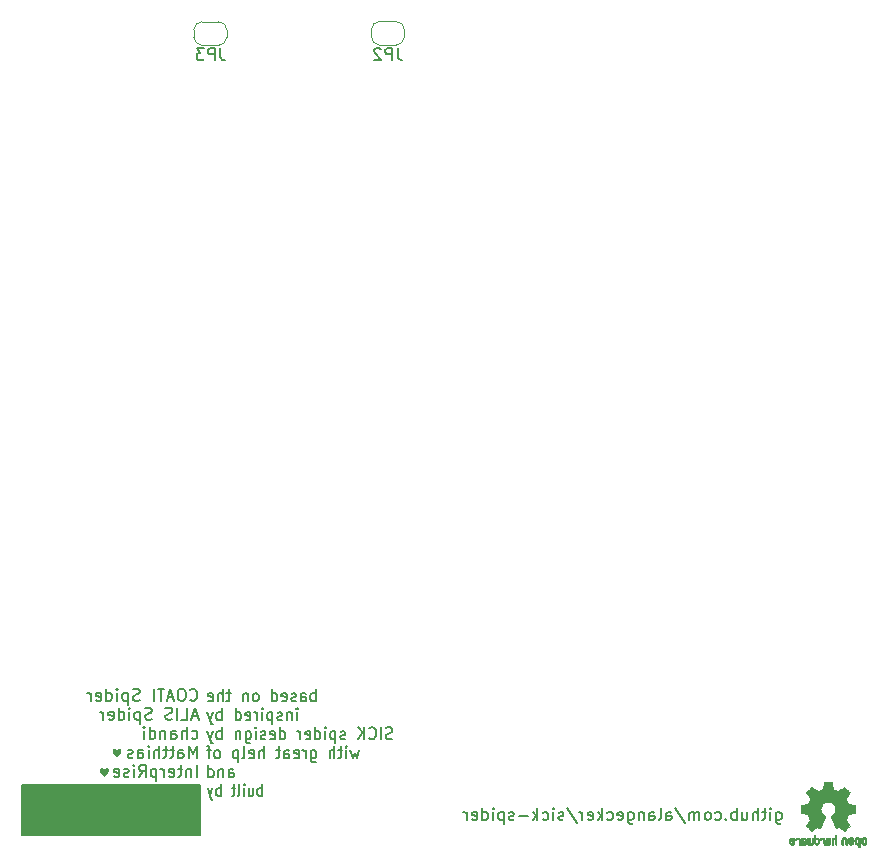
<source format=gbo>
G04 #@! TF.GenerationSoftware,KiCad,Pcbnew,9.0.1+1*
G04 #@! TF.CreationDate,2025-05-08T22:10:53+00:00*
G04 #@! TF.ProjectId,spider2,73706964-6572-4322-9e6b-696361645f70,rev?*
G04 #@! TF.SameCoordinates,Original*
G04 #@! TF.FileFunction,Legend,Bot*
G04 #@! TF.FilePolarity,Positive*
%FSLAX46Y46*%
G04 Gerber Fmt 4.6, Leading zero omitted, Abs format (unit mm)*
G04 Created by KiCad (PCBNEW 9.0.1+1) date 2025-05-08 22:10:53*
%MOMM*%
%LPD*%
G01*
G04 APERTURE LIST*
%ADD10C,0.000000*%
%ADD11C,0.150000*%
%ADD12C,0.200000*%
%ADD13C,0.120000*%
%ADD14C,0.010000*%
%ADD15C,1.400000*%
%ADD16O,1.400000X1.400000*%
%ADD17C,1.600000*%
%ADD18O,1.600000X1.600000*%
%ADD19R,1.600000X1.600000*%
%ADD20R,2.500000X2.500000*%
%ADD21O,2.300000X1.500000*%
%ADD22O,1.703200X3.203200*%
%ADD23O,1.903200X3.203200*%
%ADD24O,1.500000X2.300000*%
%ADD25O,3.203200X2.203200*%
%ADD26C,0.800000*%
%ADD27C,6.400000*%
%ADD28C,3.000000*%
%ADD29C,2.000000*%
%ADD30O,1.100000X1.700000*%
%ADD31R,1.500000X1.500000*%
%ADD32C,1.500000*%
%ADD33C,4.000000*%
%ADD34C,1.800000*%
%ADD35R,1.700000X1.700000*%
%ADD36O,1.700000X1.700000*%
%ADD37R,1.800000X1.800000*%
%ADD38R,4.000000X4.000000*%
G04 APERTURE END LIST*
D10*
G36*
X184781393Y-95396169D02*
G01*
X184794391Y-95397526D01*
X184807053Y-95399787D01*
X184819381Y-95402952D01*
X184831374Y-95407021D01*
X184843031Y-95411995D01*
X184854353Y-95417873D01*
X184865341Y-95424656D01*
X184875993Y-95432343D01*
X184886310Y-95440934D01*
X184896292Y-95450429D01*
X184905939Y-95460829D01*
X184915251Y-95472133D01*
X184924228Y-95484342D01*
X184932869Y-95497455D01*
X184941176Y-95511472D01*
X184945052Y-95522114D01*
X184948411Y-95532595D01*
X184949896Y-95537775D01*
X184951253Y-95542914D01*
X184952480Y-95548013D01*
X184953578Y-95553072D01*
X184954547Y-95558090D01*
X184955387Y-95563068D01*
X184956098Y-95568005D01*
X184956679Y-95572902D01*
X184957131Y-95577759D01*
X184957454Y-95582576D01*
X184957648Y-95587352D01*
X184957712Y-95592087D01*
X184957293Y-95608190D01*
X184956033Y-95624199D01*
X184953934Y-95640116D01*
X184950995Y-95655940D01*
X184947216Y-95671671D01*
X184942597Y-95687309D01*
X184937139Y-95702854D01*
X184930841Y-95718307D01*
X184923703Y-95733666D01*
X184915725Y-95748933D01*
X184906908Y-95764107D01*
X184897251Y-95779188D01*
X184886754Y-95794176D01*
X184875418Y-95809072D01*
X184863241Y-95823874D01*
X184850225Y-95838584D01*
X184576857Y-96166729D01*
X184573756Y-96166729D01*
X184283335Y-95810679D01*
X184272822Y-95797410D01*
X184262987Y-95784090D01*
X184253831Y-95770716D01*
X184245353Y-95757291D01*
X184237553Y-95743812D01*
X184230431Y-95730282D01*
X184223988Y-95716698D01*
X184218223Y-95703063D01*
X184213136Y-95689374D01*
X184208727Y-95675634D01*
X184204997Y-95661841D01*
X184201945Y-95647995D01*
X184199571Y-95634097D01*
X184197875Y-95620146D01*
X184196858Y-95606143D01*
X184196519Y-95592087D01*
X184196920Y-95578633D01*
X184198125Y-95565531D01*
X184200134Y-95552779D01*
X184202946Y-95540379D01*
X184206561Y-95528330D01*
X184210980Y-95516632D01*
X184216202Y-95505285D01*
X184222228Y-95494290D01*
X184229057Y-95483646D01*
X184236689Y-95473353D01*
X184245125Y-95463411D01*
X184254364Y-95453821D01*
X184264407Y-95444581D01*
X184275253Y-95435693D01*
X184286902Y-95427157D01*
X184299355Y-95418971D01*
X184304787Y-95416155D01*
X184310231Y-95413521D01*
X184315687Y-95411069D01*
X184321156Y-95408798D01*
X184326636Y-95406708D01*
X184332129Y-95404801D01*
X184337634Y-95403075D01*
X184343151Y-95401531D01*
X184348680Y-95400168D01*
X184354221Y-95398987D01*
X184359774Y-95397988D01*
X184365339Y-95397170D01*
X184370917Y-95396535D01*
X184376506Y-95396080D01*
X184382108Y-95395808D01*
X184387722Y-95395717D01*
X184400659Y-95396191D01*
X184413245Y-95397615D01*
X184425480Y-95399986D01*
X184431465Y-95401528D01*
X184437363Y-95403307D01*
X184443173Y-95405323D01*
X184448895Y-95407576D01*
X184454530Y-95410067D01*
X184460076Y-95412794D01*
X184470906Y-95418961D01*
X184481385Y-95426077D01*
X184491512Y-95434141D01*
X184501288Y-95443154D01*
X184510713Y-95453116D01*
X184519787Y-95464027D01*
X184528509Y-95475886D01*
X184536880Y-95488694D01*
X184544900Y-95502451D01*
X184552569Y-95517156D01*
X184557672Y-95528816D01*
X184562129Y-95539765D01*
X184565940Y-95550003D01*
X184569106Y-95559531D01*
X184571625Y-95568349D01*
X184572642Y-95572491D01*
X184573498Y-95576455D01*
X184574192Y-95580242D01*
X184574725Y-95583851D01*
X184575097Y-95587283D01*
X184575307Y-95590537D01*
X184576857Y-95590537D01*
X184579233Y-95580184D01*
X184581839Y-95570052D01*
X184584675Y-95560143D01*
X184587741Y-95550456D01*
X184591038Y-95540990D01*
X184594564Y-95531747D01*
X184598321Y-95522726D01*
X184602308Y-95513927D01*
X184606525Y-95505350D01*
X184610972Y-95496995D01*
X184615649Y-95488862D01*
X184620556Y-95480951D01*
X184625693Y-95473262D01*
X184631061Y-95465795D01*
X184636658Y-95458550D01*
X184642486Y-95451528D01*
X184649517Y-95444769D01*
X184656657Y-95438447D01*
X184663906Y-95432561D01*
X184671263Y-95427110D01*
X184678730Y-95422096D01*
X184686306Y-95417518D01*
X184693991Y-95413376D01*
X184701785Y-95409670D01*
X184709688Y-95406399D01*
X184717700Y-95403565D01*
X184725820Y-95401167D01*
X184734050Y-95399205D01*
X184742389Y-95397679D01*
X184750837Y-95396589D01*
X184759394Y-95395935D01*
X184768060Y-95395717D01*
X184781393Y-95396169D01*
G37*
D11*
X177608475Y-96800000D02*
X192671525Y-96800000D01*
X192671525Y-101029700D01*
X177608475Y-101029700D01*
X177608475Y-96800000D01*
G36*
X177608475Y-96800000D02*
G01*
X192671525Y-96800000D01*
X192671525Y-101029700D01*
X177608475Y-101029700D01*
X177608475Y-96800000D01*
G37*
D10*
G36*
X185853365Y-93756027D02*
G01*
X185866363Y-93757384D01*
X185879025Y-93759645D01*
X185891353Y-93762810D01*
X185903346Y-93766879D01*
X185915003Y-93771853D01*
X185926325Y-93777731D01*
X185937313Y-93784514D01*
X185947965Y-93792201D01*
X185958282Y-93800792D01*
X185968264Y-93810287D01*
X185977911Y-93820687D01*
X185987223Y-93831991D01*
X185996200Y-93844200D01*
X186004841Y-93857313D01*
X186013148Y-93871330D01*
X186017024Y-93881972D01*
X186020383Y-93892453D01*
X186021868Y-93897633D01*
X186023225Y-93902772D01*
X186024452Y-93907871D01*
X186025550Y-93912930D01*
X186026519Y-93917948D01*
X186027359Y-93922926D01*
X186028070Y-93927863D01*
X186028651Y-93932760D01*
X186029103Y-93937617D01*
X186029426Y-93942434D01*
X186029620Y-93947210D01*
X186029684Y-93951945D01*
X186029265Y-93968048D01*
X186028005Y-93984057D01*
X186025906Y-93999974D01*
X186022967Y-94015798D01*
X186019188Y-94031529D01*
X186014569Y-94047167D01*
X186009111Y-94062712D01*
X186002813Y-94078165D01*
X185995675Y-94093524D01*
X185987697Y-94108791D01*
X185978880Y-94123965D01*
X185969223Y-94139046D01*
X185958726Y-94154034D01*
X185947390Y-94168930D01*
X185935213Y-94183732D01*
X185922197Y-94198442D01*
X185648829Y-94526587D01*
X185645728Y-94526587D01*
X185355307Y-94170537D01*
X185344794Y-94157268D01*
X185334959Y-94143948D01*
X185325803Y-94130574D01*
X185317325Y-94117149D01*
X185309525Y-94103670D01*
X185302403Y-94090140D01*
X185295960Y-94076556D01*
X185290195Y-94062921D01*
X185285108Y-94049232D01*
X185280699Y-94035492D01*
X185276969Y-94021699D01*
X185273917Y-94007853D01*
X185271543Y-93993955D01*
X185269847Y-93980004D01*
X185268830Y-93966001D01*
X185268491Y-93951945D01*
X185268892Y-93938491D01*
X185270097Y-93925389D01*
X185272106Y-93912637D01*
X185274918Y-93900237D01*
X185278533Y-93888188D01*
X185282952Y-93876490D01*
X185288174Y-93865143D01*
X185294200Y-93854148D01*
X185301029Y-93843504D01*
X185308661Y-93833211D01*
X185317097Y-93823269D01*
X185326336Y-93813679D01*
X185336379Y-93804439D01*
X185347225Y-93795551D01*
X185358874Y-93787015D01*
X185371327Y-93778829D01*
X185376759Y-93776013D01*
X185382203Y-93773379D01*
X185387659Y-93770927D01*
X185393128Y-93768656D01*
X185398608Y-93766566D01*
X185404101Y-93764659D01*
X185409606Y-93762933D01*
X185415123Y-93761389D01*
X185420652Y-93760026D01*
X185426193Y-93758845D01*
X185431746Y-93757846D01*
X185437311Y-93757028D01*
X185442889Y-93756393D01*
X185448478Y-93755938D01*
X185454080Y-93755666D01*
X185459694Y-93755575D01*
X185472631Y-93756049D01*
X185485217Y-93757473D01*
X185497452Y-93759844D01*
X185503437Y-93761386D01*
X185509335Y-93763165D01*
X185515145Y-93765181D01*
X185520867Y-93767434D01*
X185526502Y-93769925D01*
X185532048Y-93772652D01*
X185542878Y-93778819D01*
X185553357Y-93785935D01*
X185563484Y-93793999D01*
X185573260Y-93803012D01*
X185582685Y-93812974D01*
X185591759Y-93823885D01*
X185600481Y-93835744D01*
X185608852Y-93848552D01*
X185616872Y-93862309D01*
X185624541Y-93877014D01*
X185629644Y-93888674D01*
X185634101Y-93899623D01*
X185637912Y-93909861D01*
X185641078Y-93919389D01*
X185643597Y-93928207D01*
X185644614Y-93932349D01*
X185645470Y-93936313D01*
X185646164Y-93940100D01*
X185646697Y-93943709D01*
X185647069Y-93947141D01*
X185647279Y-93950395D01*
X185648829Y-93950395D01*
X185651205Y-93940042D01*
X185653811Y-93929910D01*
X185656647Y-93920001D01*
X185659713Y-93910314D01*
X185663010Y-93900848D01*
X185666536Y-93891605D01*
X185670293Y-93882584D01*
X185674280Y-93873785D01*
X185678497Y-93865208D01*
X185682944Y-93856853D01*
X185687621Y-93848720D01*
X185692528Y-93840809D01*
X185697665Y-93833120D01*
X185703033Y-93825653D01*
X185708630Y-93818408D01*
X185714458Y-93811386D01*
X185721489Y-93804627D01*
X185728629Y-93798305D01*
X185735878Y-93792419D01*
X185743235Y-93786968D01*
X185750702Y-93781954D01*
X185758278Y-93777376D01*
X185765963Y-93773234D01*
X185773757Y-93769528D01*
X185781660Y-93766257D01*
X185789672Y-93763423D01*
X185797792Y-93761025D01*
X185806022Y-93759063D01*
X185814361Y-93757537D01*
X185822809Y-93756447D01*
X185831366Y-93755793D01*
X185840032Y-93755575D01*
X185853365Y-93756027D01*
G37*
D12*
X191842034Y-89581578D02*
X191889653Y-89629198D01*
X191889653Y-89629198D02*
X192032510Y-89676817D01*
X192032510Y-89676817D02*
X192127748Y-89676817D01*
X192127748Y-89676817D02*
X192270605Y-89629198D01*
X192270605Y-89629198D02*
X192365843Y-89533959D01*
X192365843Y-89533959D02*
X192413462Y-89438721D01*
X192413462Y-89438721D02*
X192461081Y-89248245D01*
X192461081Y-89248245D02*
X192461081Y-89105388D01*
X192461081Y-89105388D02*
X192413462Y-88914912D01*
X192413462Y-88914912D02*
X192365843Y-88819674D01*
X192365843Y-88819674D02*
X192270605Y-88724436D01*
X192270605Y-88724436D02*
X192127748Y-88676817D01*
X192127748Y-88676817D02*
X192032510Y-88676817D01*
X192032510Y-88676817D02*
X191889653Y-88724436D01*
X191889653Y-88724436D02*
X191842034Y-88772055D01*
X191222986Y-88676817D02*
X191032510Y-88676817D01*
X191032510Y-88676817D02*
X190937272Y-88724436D01*
X190937272Y-88724436D02*
X190842034Y-88819674D01*
X190842034Y-88819674D02*
X190794415Y-89010150D01*
X190794415Y-89010150D02*
X190794415Y-89343483D01*
X190794415Y-89343483D02*
X190842034Y-89533959D01*
X190842034Y-89533959D02*
X190937272Y-89629198D01*
X190937272Y-89629198D02*
X191032510Y-89676817D01*
X191032510Y-89676817D02*
X191222986Y-89676817D01*
X191222986Y-89676817D02*
X191318224Y-89629198D01*
X191318224Y-89629198D02*
X191413462Y-89533959D01*
X191413462Y-89533959D02*
X191461081Y-89343483D01*
X191461081Y-89343483D02*
X191461081Y-89010150D01*
X191461081Y-89010150D02*
X191413462Y-88819674D01*
X191413462Y-88819674D02*
X191318224Y-88724436D01*
X191318224Y-88724436D02*
X191222986Y-88676817D01*
X190413462Y-89391102D02*
X189937272Y-89391102D01*
X190508700Y-89676817D02*
X190175367Y-88676817D01*
X190175367Y-88676817D02*
X189842034Y-89676817D01*
X189651557Y-88676817D02*
X189080129Y-88676817D01*
X189365843Y-89676817D02*
X189365843Y-88676817D01*
X188746795Y-89676817D02*
X188746795Y-88676817D01*
X187556319Y-89629198D02*
X187413462Y-89676817D01*
X187413462Y-89676817D02*
X187175367Y-89676817D01*
X187175367Y-89676817D02*
X187080129Y-89629198D01*
X187080129Y-89629198D02*
X187032510Y-89581578D01*
X187032510Y-89581578D02*
X186984891Y-89486340D01*
X186984891Y-89486340D02*
X186984891Y-89391102D01*
X186984891Y-89391102D02*
X187032510Y-89295864D01*
X187032510Y-89295864D02*
X187080129Y-89248245D01*
X187080129Y-89248245D02*
X187175367Y-89200626D01*
X187175367Y-89200626D02*
X187365843Y-89153007D01*
X187365843Y-89153007D02*
X187461081Y-89105388D01*
X187461081Y-89105388D02*
X187508700Y-89057769D01*
X187508700Y-89057769D02*
X187556319Y-88962531D01*
X187556319Y-88962531D02*
X187556319Y-88867293D01*
X187556319Y-88867293D02*
X187508700Y-88772055D01*
X187508700Y-88772055D02*
X187461081Y-88724436D01*
X187461081Y-88724436D02*
X187365843Y-88676817D01*
X187365843Y-88676817D02*
X187127748Y-88676817D01*
X187127748Y-88676817D02*
X186984891Y-88724436D01*
X186556319Y-89010150D02*
X186556319Y-90010150D01*
X186556319Y-89057769D02*
X186461081Y-89010150D01*
X186461081Y-89010150D02*
X186270605Y-89010150D01*
X186270605Y-89010150D02*
X186175367Y-89057769D01*
X186175367Y-89057769D02*
X186127748Y-89105388D01*
X186127748Y-89105388D02*
X186080129Y-89200626D01*
X186080129Y-89200626D02*
X186080129Y-89486340D01*
X186080129Y-89486340D02*
X186127748Y-89581578D01*
X186127748Y-89581578D02*
X186175367Y-89629198D01*
X186175367Y-89629198D02*
X186270605Y-89676817D01*
X186270605Y-89676817D02*
X186461081Y-89676817D01*
X186461081Y-89676817D02*
X186556319Y-89629198D01*
X185651557Y-89676817D02*
X185651557Y-89010150D01*
X185651557Y-88676817D02*
X185699176Y-88724436D01*
X185699176Y-88724436D02*
X185651557Y-88772055D01*
X185651557Y-88772055D02*
X185603938Y-88724436D01*
X185603938Y-88724436D02*
X185651557Y-88676817D01*
X185651557Y-88676817D02*
X185651557Y-88772055D01*
X184746796Y-89676817D02*
X184746796Y-88676817D01*
X184746796Y-89629198D02*
X184842034Y-89676817D01*
X184842034Y-89676817D02*
X185032510Y-89676817D01*
X185032510Y-89676817D02*
X185127748Y-89629198D01*
X185127748Y-89629198D02*
X185175367Y-89581578D01*
X185175367Y-89581578D02*
X185222986Y-89486340D01*
X185222986Y-89486340D02*
X185222986Y-89200626D01*
X185222986Y-89200626D02*
X185175367Y-89105388D01*
X185175367Y-89105388D02*
X185127748Y-89057769D01*
X185127748Y-89057769D02*
X185032510Y-89010150D01*
X185032510Y-89010150D02*
X184842034Y-89010150D01*
X184842034Y-89010150D02*
X184746796Y-89057769D01*
X183889653Y-89629198D02*
X183984891Y-89676817D01*
X183984891Y-89676817D02*
X184175367Y-89676817D01*
X184175367Y-89676817D02*
X184270605Y-89629198D01*
X184270605Y-89629198D02*
X184318224Y-89533959D01*
X184318224Y-89533959D02*
X184318224Y-89153007D01*
X184318224Y-89153007D02*
X184270605Y-89057769D01*
X184270605Y-89057769D02*
X184175367Y-89010150D01*
X184175367Y-89010150D02*
X183984891Y-89010150D01*
X183984891Y-89010150D02*
X183889653Y-89057769D01*
X183889653Y-89057769D02*
X183842034Y-89153007D01*
X183842034Y-89153007D02*
X183842034Y-89248245D01*
X183842034Y-89248245D02*
X184318224Y-89343483D01*
X183413462Y-89676817D02*
X183413462Y-89010150D01*
X183413462Y-89200626D02*
X183365843Y-89105388D01*
X183365843Y-89105388D02*
X183318224Y-89057769D01*
X183318224Y-89057769D02*
X183222986Y-89010150D01*
X183222986Y-89010150D02*
X183127748Y-89010150D01*
X192461081Y-91001046D02*
X191984891Y-91001046D01*
X192556319Y-91286761D02*
X192222986Y-90286761D01*
X192222986Y-90286761D02*
X191889653Y-91286761D01*
X191080129Y-91286761D02*
X191556319Y-91286761D01*
X191556319Y-91286761D02*
X191556319Y-90286761D01*
X190746795Y-91286761D02*
X190746795Y-90286761D01*
X190318224Y-91239142D02*
X190175367Y-91286761D01*
X190175367Y-91286761D02*
X189937272Y-91286761D01*
X189937272Y-91286761D02*
X189842034Y-91239142D01*
X189842034Y-91239142D02*
X189794415Y-91191522D01*
X189794415Y-91191522D02*
X189746796Y-91096284D01*
X189746796Y-91096284D02*
X189746796Y-91001046D01*
X189746796Y-91001046D02*
X189794415Y-90905808D01*
X189794415Y-90905808D02*
X189842034Y-90858189D01*
X189842034Y-90858189D02*
X189937272Y-90810570D01*
X189937272Y-90810570D02*
X190127748Y-90762951D01*
X190127748Y-90762951D02*
X190222986Y-90715332D01*
X190222986Y-90715332D02*
X190270605Y-90667713D01*
X190270605Y-90667713D02*
X190318224Y-90572475D01*
X190318224Y-90572475D02*
X190318224Y-90477237D01*
X190318224Y-90477237D02*
X190270605Y-90381999D01*
X190270605Y-90381999D02*
X190222986Y-90334380D01*
X190222986Y-90334380D02*
X190127748Y-90286761D01*
X190127748Y-90286761D02*
X189889653Y-90286761D01*
X189889653Y-90286761D02*
X189746796Y-90334380D01*
X188603938Y-91239142D02*
X188461081Y-91286761D01*
X188461081Y-91286761D02*
X188222986Y-91286761D01*
X188222986Y-91286761D02*
X188127748Y-91239142D01*
X188127748Y-91239142D02*
X188080129Y-91191522D01*
X188080129Y-91191522D02*
X188032510Y-91096284D01*
X188032510Y-91096284D02*
X188032510Y-91001046D01*
X188032510Y-91001046D02*
X188080129Y-90905808D01*
X188080129Y-90905808D02*
X188127748Y-90858189D01*
X188127748Y-90858189D02*
X188222986Y-90810570D01*
X188222986Y-90810570D02*
X188413462Y-90762951D01*
X188413462Y-90762951D02*
X188508700Y-90715332D01*
X188508700Y-90715332D02*
X188556319Y-90667713D01*
X188556319Y-90667713D02*
X188603938Y-90572475D01*
X188603938Y-90572475D02*
X188603938Y-90477237D01*
X188603938Y-90477237D02*
X188556319Y-90381999D01*
X188556319Y-90381999D02*
X188508700Y-90334380D01*
X188508700Y-90334380D02*
X188413462Y-90286761D01*
X188413462Y-90286761D02*
X188175367Y-90286761D01*
X188175367Y-90286761D02*
X188032510Y-90334380D01*
X187603938Y-90620094D02*
X187603938Y-91620094D01*
X187603938Y-90667713D02*
X187508700Y-90620094D01*
X187508700Y-90620094D02*
X187318224Y-90620094D01*
X187318224Y-90620094D02*
X187222986Y-90667713D01*
X187222986Y-90667713D02*
X187175367Y-90715332D01*
X187175367Y-90715332D02*
X187127748Y-90810570D01*
X187127748Y-90810570D02*
X187127748Y-91096284D01*
X187127748Y-91096284D02*
X187175367Y-91191522D01*
X187175367Y-91191522D02*
X187222986Y-91239142D01*
X187222986Y-91239142D02*
X187318224Y-91286761D01*
X187318224Y-91286761D02*
X187508700Y-91286761D01*
X187508700Y-91286761D02*
X187603938Y-91239142D01*
X186699176Y-91286761D02*
X186699176Y-90620094D01*
X186699176Y-90286761D02*
X186746795Y-90334380D01*
X186746795Y-90334380D02*
X186699176Y-90381999D01*
X186699176Y-90381999D02*
X186651557Y-90334380D01*
X186651557Y-90334380D02*
X186699176Y-90286761D01*
X186699176Y-90286761D02*
X186699176Y-90381999D01*
X185794415Y-91286761D02*
X185794415Y-90286761D01*
X185794415Y-91239142D02*
X185889653Y-91286761D01*
X185889653Y-91286761D02*
X186080129Y-91286761D01*
X186080129Y-91286761D02*
X186175367Y-91239142D01*
X186175367Y-91239142D02*
X186222986Y-91191522D01*
X186222986Y-91191522D02*
X186270605Y-91096284D01*
X186270605Y-91096284D02*
X186270605Y-90810570D01*
X186270605Y-90810570D02*
X186222986Y-90715332D01*
X186222986Y-90715332D02*
X186175367Y-90667713D01*
X186175367Y-90667713D02*
X186080129Y-90620094D01*
X186080129Y-90620094D02*
X185889653Y-90620094D01*
X185889653Y-90620094D02*
X185794415Y-90667713D01*
X184937272Y-91239142D02*
X185032510Y-91286761D01*
X185032510Y-91286761D02*
X185222986Y-91286761D01*
X185222986Y-91286761D02*
X185318224Y-91239142D01*
X185318224Y-91239142D02*
X185365843Y-91143903D01*
X185365843Y-91143903D02*
X185365843Y-90762951D01*
X185365843Y-90762951D02*
X185318224Y-90667713D01*
X185318224Y-90667713D02*
X185222986Y-90620094D01*
X185222986Y-90620094D02*
X185032510Y-90620094D01*
X185032510Y-90620094D02*
X184937272Y-90667713D01*
X184937272Y-90667713D02*
X184889653Y-90762951D01*
X184889653Y-90762951D02*
X184889653Y-90858189D01*
X184889653Y-90858189D02*
X185365843Y-90953427D01*
X184461081Y-91286761D02*
X184461081Y-90620094D01*
X184461081Y-90810570D02*
X184413462Y-90715332D01*
X184413462Y-90715332D02*
X184365843Y-90667713D01*
X184365843Y-90667713D02*
X184270605Y-90620094D01*
X184270605Y-90620094D02*
X184175367Y-90620094D01*
X191984891Y-92849086D02*
X192080129Y-92896705D01*
X192080129Y-92896705D02*
X192270605Y-92896705D01*
X192270605Y-92896705D02*
X192365843Y-92849086D01*
X192365843Y-92849086D02*
X192413462Y-92801466D01*
X192413462Y-92801466D02*
X192461081Y-92706228D01*
X192461081Y-92706228D02*
X192461081Y-92420514D01*
X192461081Y-92420514D02*
X192413462Y-92325276D01*
X192413462Y-92325276D02*
X192365843Y-92277657D01*
X192365843Y-92277657D02*
X192270605Y-92230038D01*
X192270605Y-92230038D02*
X192080129Y-92230038D01*
X192080129Y-92230038D02*
X191984891Y-92277657D01*
X191556319Y-92896705D02*
X191556319Y-91896705D01*
X191127748Y-92896705D02*
X191127748Y-92372895D01*
X191127748Y-92372895D02*
X191175367Y-92277657D01*
X191175367Y-92277657D02*
X191270605Y-92230038D01*
X191270605Y-92230038D02*
X191413462Y-92230038D01*
X191413462Y-92230038D02*
X191508700Y-92277657D01*
X191508700Y-92277657D02*
X191556319Y-92325276D01*
X190222986Y-92896705D02*
X190222986Y-92372895D01*
X190222986Y-92372895D02*
X190270605Y-92277657D01*
X190270605Y-92277657D02*
X190365843Y-92230038D01*
X190365843Y-92230038D02*
X190556319Y-92230038D01*
X190556319Y-92230038D02*
X190651557Y-92277657D01*
X190222986Y-92849086D02*
X190318224Y-92896705D01*
X190318224Y-92896705D02*
X190556319Y-92896705D01*
X190556319Y-92896705D02*
X190651557Y-92849086D01*
X190651557Y-92849086D02*
X190699176Y-92753847D01*
X190699176Y-92753847D02*
X190699176Y-92658609D01*
X190699176Y-92658609D02*
X190651557Y-92563371D01*
X190651557Y-92563371D02*
X190556319Y-92515752D01*
X190556319Y-92515752D02*
X190318224Y-92515752D01*
X190318224Y-92515752D02*
X190222986Y-92468133D01*
X189746795Y-92230038D02*
X189746795Y-92896705D01*
X189746795Y-92325276D02*
X189699176Y-92277657D01*
X189699176Y-92277657D02*
X189603938Y-92230038D01*
X189603938Y-92230038D02*
X189461081Y-92230038D01*
X189461081Y-92230038D02*
X189365843Y-92277657D01*
X189365843Y-92277657D02*
X189318224Y-92372895D01*
X189318224Y-92372895D02*
X189318224Y-92896705D01*
X188413462Y-92896705D02*
X188413462Y-91896705D01*
X188413462Y-92849086D02*
X188508700Y-92896705D01*
X188508700Y-92896705D02*
X188699176Y-92896705D01*
X188699176Y-92896705D02*
X188794414Y-92849086D01*
X188794414Y-92849086D02*
X188842033Y-92801466D01*
X188842033Y-92801466D02*
X188889652Y-92706228D01*
X188889652Y-92706228D02*
X188889652Y-92420514D01*
X188889652Y-92420514D02*
X188842033Y-92325276D01*
X188842033Y-92325276D02*
X188794414Y-92277657D01*
X188794414Y-92277657D02*
X188699176Y-92230038D01*
X188699176Y-92230038D02*
X188508700Y-92230038D01*
X188508700Y-92230038D02*
X188413462Y-92277657D01*
X187937271Y-92896705D02*
X187937271Y-92230038D01*
X187937271Y-91896705D02*
X187984890Y-91944324D01*
X187984890Y-91944324D02*
X187937271Y-91991943D01*
X187937271Y-91991943D02*
X187889652Y-91944324D01*
X187889652Y-91944324D02*
X187937271Y-91896705D01*
X187937271Y-91896705D02*
X187937271Y-91991943D01*
X192413462Y-94506649D02*
X192413462Y-93506649D01*
X192413462Y-93506649D02*
X192080129Y-94220934D01*
X192080129Y-94220934D02*
X191746796Y-93506649D01*
X191746796Y-93506649D02*
X191746796Y-94506649D01*
X190842034Y-94506649D02*
X190842034Y-93982839D01*
X190842034Y-93982839D02*
X190889653Y-93887601D01*
X190889653Y-93887601D02*
X190984891Y-93839982D01*
X190984891Y-93839982D02*
X191175367Y-93839982D01*
X191175367Y-93839982D02*
X191270605Y-93887601D01*
X190842034Y-94459030D02*
X190937272Y-94506649D01*
X190937272Y-94506649D02*
X191175367Y-94506649D01*
X191175367Y-94506649D02*
X191270605Y-94459030D01*
X191270605Y-94459030D02*
X191318224Y-94363791D01*
X191318224Y-94363791D02*
X191318224Y-94268553D01*
X191318224Y-94268553D02*
X191270605Y-94173315D01*
X191270605Y-94173315D02*
X191175367Y-94125696D01*
X191175367Y-94125696D02*
X190937272Y-94125696D01*
X190937272Y-94125696D02*
X190842034Y-94078077D01*
X190508700Y-93839982D02*
X190127748Y-93839982D01*
X190365843Y-93506649D02*
X190365843Y-94363791D01*
X190365843Y-94363791D02*
X190318224Y-94459030D01*
X190318224Y-94459030D02*
X190222986Y-94506649D01*
X190222986Y-94506649D02*
X190127748Y-94506649D01*
X189937271Y-93839982D02*
X189556319Y-93839982D01*
X189794414Y-93506649D02*
X189794414Y-94363791D01*
X189794414Y-94363791D02*
X189746795Y-94459030D01*
X189746795Y-94459030D02*
X189651557Y-94506649D01*
X189651557Y-94506649D02*
X189556319Y-94506649D01*
X189222985Y-94506649D02*
X189222985Y-93506649D01*
X188794414Y-94506649D02*
X188794414Y-93982839D01*
X188794414Y-93982839D02*
X188842033Y-93887601D01*
X188842033Y-93887601D02*
X188937271Y-93839982D01*
X188937271Y-93839982D02*
X189080128Y-93839982D01*
X189080128Y-93839982D02*
X189175366Y-93887601D01*
X189175366Y-93887601D02*
X189222985Y-93935220D01*
X188318223Y-94506649D02*
X188318223Y-93839982D01*
X188318223Y-93506649D02*
X188365842Y-93554268D01*
X188365842Y-93554268D02*
X188318223Y-93601887D01*
X188318223Y-93601887D02*
X188270604Y-93554268D01*
X188270604Y-93554268D02*
X188318223Y-93506649D01*
X188318223Y-93506649D02*
X188318223Y-93601887D01*
X187413462Y-94506649D02*
X187413462Y-93982839D01*
X187413462Y-93982839D02*
X187461081Y-93887601D01*
X187461081Y-93887601D02*
X187556319Y-93839982D01*
X187556319Y-93839982D02*
X187746795Y-93839982D01*
X187746795Y-93839982D02*
X187842033Y-93887601D01*
X187413462Y-94459030D02*
X187508700Y-94506649D01*
X187508700Y-94506649D02*
X187746795Y-94506649D01*
X187746795Y-94506649D02*
X187842033Y-94459030D01*
X187842033Y-94459030D02*
X187889652Y-94363791D01*
X187889652Y-94363791D02*
X187889652Y-94268553D01*
X187889652Y-94268553D02*
X187842033Y-94173315D01*
X187842033Y-94173315D02*
X187746795Y-94125696D01*
X187746795Y-94125696D02*
X187508700Y-94125696D01*
X187508700Y-94125696D02*
X187413462Y-94078077D01*
X186984890Y-94459030D02*
X186889652Y-94506649D01*
X186889652Y-94506649D02*
X186699176Y-94506649D01*
X186699176Y-94506649D02*
X186603938Y-94459030D01*
X186603938Y-94459030D02*
X186556319Y-94363791D01*
X186556319Y-94363791D02*
X186556319Y-94316172D01*
X186556319Y-94316172D02*
X186603938Y-94220934D01*
X186603938Y-94220934D02*
X186699176Y-94173315D01*
X186699176Y-94173315D02*
X186842033Y-94173315D01*
X186842033Y-94173315D02*
X186937271Y-94125696D01*
X186937271Y-94125696D02*
X186984890Y-94030458D01*
X186984890Y-94030458D02*
X186984890Y-93982839D01*
X186984890Y-93982839D02*
X186937271Y-93887601D01*
X186937271Y-93887601D02*
X186842033Y-93839982D01*
X186842033Y-93839982D02*
X186699176Y-93839982D01*
X186699176Y-93839982D02*
X186603938Y-93887601D01*
X192413462Y-96116593D02*
X192413462Y-95116593D01*
X191937272Y-95449926D02*
X191937272Y-96116593D01*
X191937272Y-95545164D02*
X191889653Y-95497545D01*
X191889653Y-95497545D02*
X191794415Y-95449926D01*
X191794415Y-95449926D02*
X191651558Y-95449926D01*
X191651558Y-95449926D02*
X191556320Y-95497545D01*
X191556320Y-95497545D02*
X191508701Y-95592783D01*
X191508701Y-95592783D02*
X191508701Y-96116593D01*
X191175367Y-95449926D02*
X190794415Y-95449926D01*
X191032510Y-95116593D02*
X191032510Y-95973735D01*
X191032510Y-95973735D02*
X190984891Y-96068974D01*
X190984891Y-96068974D02*
X190889653Y-96116593D01*
X190889653Y-96116593D02*
X190794415Y-96116593D01*
X190080129Y-96068974D02*
X190175367Y-96116593D01*
X190175367Y-96116593D02*
X190365843Y-96116593D01*
X190365843Y-96116593D02*
X190461081Y-96068974D01*
X190461081Y-96068974D02*
X190508700Y-95973735D01*
X190508700Y-95973735D02*
X190508700Y-95592783D01*
X190508700Y-95592783D02*
X190461081Y-95497545D01*
X190461081Y-95497545D02*
X190365843Y-95449926D01*
X190365843Y-95449926D02*
X190175367Y-95449926D01*
X190175367Y-95449926D02*
X190080129Y-95497545D01*
X190080129Y-95497545D02*
X190032510Y-95592783D01*
X190032510Y-95592783D02*
X190032510Y-95688021D01*
X190032510Y-95688021D02*
X190508700Y-95783259D01*
X189603938Y-96116593D02*
X189603938Y-95449926D01*
X189603938Y-95640402D02*
X189556319Y-95545164D01*
X189556319Y-95545164D02*
X189508700Y-95497545D01*
X189508700Y-95497545D02*
X189413462Y-95449926D01*
X189413462Y-95449926D02*
X189318224Y-95449926D01*
X188984890Y-95449926D02*
X188984890Y-96449926D01*
X188984890Y-95497545D02*
X188889652Y-95449926D01*
X188889652Y-95449926D02*
X188699176Y-95449926D01*
X188699176Y-95449926D02*
X188603938Y-95497545D01*
X188603938Y-95497545D02*
X188556319Y-95545164D01*
X188556319Y-95545164D02*
X188508700Y-95640402D01*
X188508700Y-95640402D02*
X188508700Y-95926116D01*
X188508700Y-95926116D02*
X188556319Y-96021354D01*
X188556319Y-96021354D02*
X188603938Y-96068974D01*
X188603938Y-96068974D02*
X188699176Y-96116593D01*
X188699176Y-96116593D02*
X188889652Y-96116593D01*
X188889652Y-96116593D02*
X188984890Y-96068974D01*
X187508700Y-96116593D02*
X187842033Y-95640402D01*
X188080128Y-96116593D02*
X188080128Y-95116593D01*
X188080128Y-95116593D02*
X187699176Y-95116593D01*
X187699176Y-95116593D02*
X187603938Y-95164212D01*
X187603938Y-95164212D02*
X187556319Y-95211831D01*
X187556319Y-95211831D02*
X187508700Y-95307069D01*
X187508700Y-95307069D02*
X187508700Y-95449926D01*
X187508700Y-95449926D02*
X187556319Y-95545164D01*
X187556319Y-95545164D02*
X187603938Y-95592783D01*
X187603938Y-95592783D02*
X187699176Y-95640402D01*
X187699176Y-95640402D02*
X188080128Y-95640402D01*
X187080128Y-96116593D02*
X187080128Y-95449926D01*
X187080128Y-95116593D02*
X187127747Y-95164212D01*
X187127747Y-95164212D02*
X187080128Y-95211831D01*
X187080128Y-95211831D02*
X187032509Y-95164212D01*
X187032509Y-95164212D02*
X187080128Y-95116593D01*
X187080128Y-95116593D02*
X187080128Y-95211831D01*
X186651557Y-96068974D02*
X186556319Y-96116593D01*
X186556319Y-96116593D02*
X186365843Y-96116593D01*
X186365843Y-96116593D02*
X186270605Y-96068974D01*
X186270605Y-96068974D02*
X186222986Y-95973735D01*
X186222986Y-95973735D02*
X186222986Y-95926116D01*
X186222986Y-95926116D02*
X186270605Y-95830878D01*
X186270605Y-95830878D02*
X186365843Y-95783259D01*
X186365843Y-95783259D02*
X186508700Y-95783259D01*
X186508700Y-95783259D02*
X186603938Y-95735640D01*
X186603938Y-95735640D02*
X186651557Y-95640402D01*
X186651557Y-95640402D02*
X186651557Y-95592783D01*
X186651557Y-95592783D02*
X186603938Y-95497545D01*
X186603938Y-95497545D02*
X186508700Y-95449926D01*
X186508700Y-95449926D02*
X186365843Y-95449926D01*
X186365843Y-95449926D02*
X186270605Y-95497545D01*
X185413462Y-96068974D02*
X185508700Y-96116593D01*
X185508700Y-96116593D02*
X185699176Y-96116593D01*
X185699176Y-96116593D02*
X185794414Y-96068974D01*
X185794414Y-96068974D02*
X185842033Y-95973735D01*
X185842033Y-95973735D02*
X185842033Y-95592783D01*
X185842033Y-95592783D02*
X185794414Y-95497545D01*
X185794414Y-95497545D02*
X185699176Y-95449926D01*
X185699176Y-95449926D02*
X185508700Y-95449926D01*
X185508700Y-95449926D02*
X185413462Y-95497545D01*
X185413462Y-95497545D02*
X185365843Y-95592783D01*
X185365843Y-95592783D02*
X185365843Y-95688021D01*
X185365843Y-95688021D02*
X185842033Y-95783259D01*
X241441755Y-99120552D02*
X241441755Y-99930076D01*
X241441755Y-99930076D02*
X241489374Y-100025314D01*
X241489374Y-100025314D02*
X241536993Y-100072933D01*
X241536993Y-100072933D02*
X241632231Y-100120552D01*
X241632231Y-100120552D02*
X241775088Y-100120552D01*
X241775088Y-100120552D02*
X241870326Y-100072933D01*
X241441755Y-99739600D02*
X241536993Y-99787219D01*
X241536993Y-99787219D02*
X241727469Y-99787219D01*
X241727469Y-99787219D02*
X241822707Y-99739600D01*
X241822707Y-99739600D02*
X241870326Y-99691980D01*
X241870326Y-99691980D02*
X241917945Y-99596742D01*
X241917945Y-99596742D02*
X241917945Y-99311028D01*
X241917945Y-99311028D02*
X241870326Y-99215790D01*
X241870326Y-99215790D02*
X241822707Y-99168171D01*
X241822707Y-99168171D02*
X241727469Y-99120552D01*
X241727469Y-99120552D02*
X241536993Y-99120552D01*
X241536993Y-99120552D02*
X241441755Y-99168171D01*
X240965564Y-99787219D02*
X240965564Y-99120552D01*
X240965564Y-98787219D02*
X241013183Y-98834838D01*
X241013183Y-98834838D02*
X240965564Y-98882457D01*
X240965564Y-98882457D02*
X240917945Y-98834838D01*
X240917945Y-98834838D02*
X240965564Y-98787219D01*
X240965564Y-98787219D02*
X240965564Y-98882457D01*
X240632231Y-99120552D02*
X240251279Y-99120552D01*
X240489374Y-98787219D02*
X240489374Y-99644361D01*
X240489374Y-99644361D02*
X240441755Y-99739600D01*
X240441755Y-99739600D02*
X240346517Y-99787219D01*
X240346517Y-99787219D02*
X240251279Y-99787219D01*
X239917945Y-99787219D02*
X239917945Y-98787219D01*
X239489374Y-99787219D02*
X239489374Y-99263409D01*
X239489374Y-99263409D02*
X239536993Y-99168171D01*
X239536993Y-99168171D02*
X239632231Y-99120552D01*
X239632231Y-99120552D02*
X239775088Y-99120552D01*
X239775088Y-99120552D02*
X239870326Y-99168171D01*
X239870326Y-99168171D02*
X239917945Y-99215790D01*
X238584612Y-99120552D02*
X238584612Y-99787219D01*
X239013183Y-99120552D02*
X239013183Y-99644361D01*
X239013183Y-99644361D02*
X238965564Y-99739600D01*
X238965564Y-99739600D02*
X238870326Y-99787219D01*
X238870326Y-99787219D02*
X238727469Y-99787219D01*
X238727469Y-99787219D02*
X238632231Y-99739600D01*
X238632231Y-99739600D02*
X238584612Y-99691980D01*
X238108421Y-99787219D02*
X238108421Y-98787219D01*
X238108421Y-99168171D02*
X238013183Y-99120552D01*
X238013183Y-99120552D02*
X237822707Y-99120552D01*
X237822707Y-99120552D02*
X237727469Y-99168171D01*
X237727469Y-99168171D02*
X237679850Y-99215790D01*
X237679850Y-99215790D02*
X237632231Y-99311028D01*
X237632231Y-99311028D02*
X237632231Y-99596742D01*
X237632231Y-99596742D02*
X237679850Y-99691980D01*
X237679850Y-99691980D02*
X237727469Y-99739600D01*
X237727469Y-99739600D02*
X237822707Y-99787219D01*
X237822707Y-99787219D02*
X238013183Y-99787219D01*
X238013183Y-99787219D02*
X238108421Y-99739600D01*
X237203659Y-99691980D02*
X237156040Y-99739600D01*
X237156040Y-99739600D02*
X237203659Y-99787219D01*
X237203659Y-99787219D02*
X237251278Y-99739600D01*
X237251278Y-99739600D02*
X237203659Y-99691980D01*
X237203659Y-99691980D02*
X237203659Y-99787219D01*
X236298898Y-99739600D02*
X236394136Y-99787219D01*
X236394136Y-99787219D02*
X236584612Y-99787219D01*
X236584612Y-99787219D02*
X236679850Y-99739600D01*
X236679850Y-99739600D02*
X236727469Y-99691980D01*
X236727469Y-99691980D02*
X236775088Y-99596742D01*
X236775088Y-99596742D02*
X236775088Y-99311028D01*
X236775088Y-99311028D02*
X236727469Y-99215790D01*
X236727469Y-99215790D02*
X236679850Y-99168171D01*
X236679850Y-99168171D02*
X236584612Y-99120552D01*
X236584612Y-99120552D02*
X236394136Y-99120552D01*
X236394136Y-99120552D02*
X236298898Y-99168171D01*
X235727469Y-99787219D02*
X235822707Y-99739600D01*
X235822707Y-99739600D02*
X235870326Y-99691980D01*
X235870326Y-99691980D02*
X235917945Y-99596742D01*
X235917945Y-99596742D02*
X235917945Y-99311028D01*
X235917945Y-99311028D02*
X235870326Y-99215790D01*
X235870326Y-99215790D02*
X235822707Y-99168171D01*
X235822707Y-99168171D02*
X235727469Y-99120552D01*
X235727469Y-99120552D02*
X235584612Y-99120552D01*
X235584612Y-99120552D02*
X235489374Y-99168171D01*
X235489374Y-99168171D02*
X235441755Y-99215790D01*
X235441755Y-99215790D02*
X235394136Y-99311028D01*
X235394136Y-99311028D02*
X235394136Y-99596742D01*
X235394136Y-99596742D02*
X235441755Y-99691980D01*
X235441755Y-99691980D02*
X235489374Y-99739600D01*
X235489374Y-99739600D02*
X235584612Y-99787219D01*
X235584612Y-99787219D02*
X235727469Y-99787219D01*
X234965564Y-99787219D02*
X234965564Y-99120552D01*
X234965564Y-99215790D02*
X234917945Y-99168171D01*
X234917945Y-99168171D02*
X234822707Y-99120552D01*
X234822707Y-99120552D02*
X234679850Y-99120552D01*
X234679850Y-99120552D02*
X234584612Y-99168171D01*
X234584612Y-99168171D02*
X234536993Y-99263409D01*
X234536993Y-99263409D02*
X234536993Y-99787219D01*
X234536993Y-99263409D02*
X234489374Y-99168171D01*
X234489374Y-99168171D02*
X234394136Y-99120552D01*
X234394136Y-99120552D02*
X234251279Y-99120552D01*
X234251279Y-99120552D02*
X234156040Y-99168171D01*
X234156040Y-99168171D02*
X234108421Y-99263409D01*
X234108421Y-99263409D02*
X234108421Y-99787219D01*
X232917946Y-98739600D02*
X233775088Y-100025314D01*
X232156041Y-99787219D02*
X232156041Y-99263409D01*
X232156041Y-99263409D02*
X232203660Y-99168171D01*
X232203660Y-99168171D02*
X232298898Y-99120552D01*
X232298898Y-99120552D02*
X232489374Y-99120552D01*
X232489374Y-99120552D02*
X232584612Y-99168171D01*
X232156041Y-99739600D02*
X232251279Y-99787219D01*
X232251279Y-99787219D02*
X232489374Y-99787219D01*
X232489374Y-99787219D02*
X232584612Y-99739600D01*
X232584612Y-99739600D02*
X232632231Y-99644361D01*
X232632231Y-99644361D02*
X232632231Y-99549123D01*
X232632231Y-99549123D02*
X232584612Y-99453885D01*
X232584612Y-99453885D02*
X232489374Y-99406266D01*
X232489374Y-99406266D02*
X232251279Y-99406266D01*
X232251279Y-99406266D02*
X232156041Y-99358647D01*
X231536993Y-99787219D02*
X231632231Y-99739600D01*
X231632231Y-99739600D02*
X231679850Y-99644361D01*
X231679850Y-99644361D02*
X231679850Y-98787219D01*
X230727469Y-99787219D02*
X230727469Y-99263409D01*
X230727469Y-99263409D02*
X230775088Y-99168171D01*
X230775088Y-99168171D02*
X230870326Y-99120552D01*
X230870326Y-99120552D02*
X231060802Y-99120552D01*
X231060802Y-99120552D02*
X231156040Y-99168171D01*
X230727469Y-99739600D02*
X230822707Y-99787219D01*
X230822707Y-99787219D02*
X231060802Y-99787219D01*
X231060802Y-99787219D02*
X231156040Y-99739600D01*
X231156040Y-99739600D02*
X231203659Y-99644361D01*
X231203659Y-99644361D02*
X231203659Y-99549123D01*
X231203659Y-99549123D02*
X231156040Y-99453885D01*
X231156040Y-99453885D02*
X231060802Y-99406266D01*
X231060802Y-99406266D02*
X230822707Y-99406266D01*
X230822707Y-99406266D02*
X230727469Y-99358647D01*
X230251278Y-99120552D02*
X230251278Y-99787219D01*
X230251278Y-99215790D02*
X230203659Y-99168171D01*
X230203659Y-99168171D02*
X230108421Y-99120552D01*
X230108421Y-99120552D02*
X229965564Y-99120552D01*
X229965564Y-99120552D02*
X229870326Y-99168171D01*
X229870326Y-99168171D02*
X229822707Y-99263409D01*
X229822707Y-99263409D02*
X229822707Y-99787219D01*
X228917945Y-99120552D02*
X228917945Y-99930076D01*
X228917945Y-99930076D02*
X228965564Y-100025314D01*
X228965564Y-100025314D02*
X229013183Y-100072933D01*
X229013183Y-100072933D02*
X229108421Y-100120552D01*
X229108421Y-100120552D02*
X229251278Y-100120552D01*
X229251278Y-100120552D02*
X229346516Y-100072933D01*
X228917945Y-99739600D02*
X229013183Y-99787219D01*
X229013183Y-99787219D02*
X229203659Y-99787219D01*
X229203659Y-99787219D02*
X229298897Y-99739600D01*
X229298897Y-99739600D02*
X229346516Y-99691980D01*
X229346516Y-99691980D02*
X229394135Y-99596742D01*
X229394135Y-99596742D02*
X229394135Y-99311028D01*
X229394135Y-99311028D02*
X229346516Y-99215790D01*
X229346516Y-99215790D02*
X229298897Y-99168171D01*
X229298897Y-99168171D02*
X229203659Y-99120552D01*
X229203659Y-99120552D02*
X229013183Y-99120552D01*
X229013183Y-99120552D02*
X228917945Y-99168171D01*
X228060802Y-99739600D02*
X228156040Y-99787219D01*
X228156040Y-99787219D02*
X228346516Y-99787219D01*
X228346516Y-99787219D02*
X228441754Y-99739600D01*
X228441754Y-99739600D02*
X228489373Y-99644361D01*
X228489373Y-99644361D02*
X228489373Y-99263409D01*
X228489373Y-99263409D02*
X228441754Y-99168171D01*
X228441754Y-99168171D02*
X228346516Y-99120552D01*
X228346516Y-99120552D02*
X228156040Y-99120552D01*
X228156040Y-99120552D02*
X228060802Y-99168171D01*
X228060802Y-99168171D02*
X228013183Y-99263409D01*
X228013183Y-99263409D02*
X228013183Y-99358647D01*
X228013183Y-99358647D02*
X228489373Y-99453885D01*
X227156040Y-99739600D02*
X227251278Y-99787219D01*
X227251278Y-99787219D02*
X227441754Y-99787219D01*
X227441754Y-99787219D02*
X227536992Y-99739600D01*
X227536992Y-99739600D02*
X227584611Y-99691980D01*
X227584611Y-99691980D02*
X227632230Y-99596742D01*
X227632230Y-99596742D02*
X227632230Y-99311028D01*
X227632230Y-99311028D02*
X227584611Y-99215790D01*
X227584611Y-99215790D02*
X227536992Y-99168171D01*
X227536992Y-99168171D02*
X227441754Y-99120552D01*
X227441754Y-99120552D02*
X227251278Y-99120552D01*
X227251278Y-99120552D02*
X227156040Y-99168171D01*
X226727468Y-99787219D02*
X226727468Y-98787219D01*
X226632230Y-99406266D02*
X226346516Y-99787219D01*
X226346516Y-99120552D02*
X226727468Y-99501504D01*
X225536992Y-99739600D02*
X225632230Y-99787219D01*
X225632230Y-99787219D02*
X225822706Y-99787219D01*
X225822706Y-99787219D02*
X225917944Y-99739600D01*
X225917944Y-99739600D02*
X225965563Y-99644361D01*
X225965563Y-99644361D02*
X225965563Y-99263409D01*
X225965563Y-99263409D02*
X225917944Y-99168171D01*
X225917944Y-99168171D02*
X225822706Y-99120552D01*
X225822706Y-99120552D02*
X225632230Y-99120552D01*
X225632230Y-99120552D02*
X225536992Y-99168171D01*
X225536992Y-99168171D02*
X225489373Y-99263409D01*
X225489373Y-99263409D02*
X225489373Y-99358647D01*
X225489373Y-99358647D02*
X225965563Y-99453885D01*
X225060801Y-99787219D02*
X225060801Y-99120552D01*
X225060801Y-99311028D02*
X225013182Y-99215790D01*
X225013182Y-99215790D02*
X224965563Y-99168171D01*
X224965563Y-99168171D02*
X224870325Y-99120552D01*
X224870325Y-99120552D02*
X224775087Y-99120552D01*
X223727468Y-98739600D02*
X224584610Y-100025314D01*
X223441753Y-99739600D02*
X223346515Y-99787219D01*
X223346515Y-99787219D02*
X223156039Y-99787219D01*
X223156039Y-99787219D02*
X223060801Y-99739600D01*
X223060801Y-99739600D02*
X223013182Y-99644361D01*
X223013182Y-99644361D02*
X223013182Y-99596742D01*
X223013182Y-99596742D02*
X223060801Y-99501504D01*
X223060801Y-99501504D02*
X223156039Y-99453885D01*
X223156039Y-99453885D02*
X223298896Y-99453885D01*
X223298896Y-99453885D02*
X223394134Y-99406266D01*
X223394134Y-99406266D02*
X223441753Y-99311028D01*
X223441753Y-99311028D02*
X223441753Y-99263409D01*
X223441753Y-99263409D02*
X223394134Y-99168171D01*
X223394134Y-99168171D02*
X223298896Y-99120552D01*
X223298896Y-99120552D02*
X223156039Y-99120552D01*
X223156039Y-99120552D02*
X223060801Y-99168171D01*
X222584610Y-99787219D02*
X222584610Y-99120552D01*
X222584610Y-98787219D02*
X222632229Y-98834838D01*
X222632229Y-98834838D02*
X222584610Y-98882457D01*
X222584610Y-98882457D02*
X222536991Y-98834838D01*
X222536991Y-98834838D02*
X222584610Y-98787219D01*
X222584610Y-98787219D02*
X222584610Y-98882457D01*
X221679849Y-99739600D02*
X221775087Y-99787219D01*
X221775087Y-99787219D02*
X221965563Y-99787219D01*
X221965563Y-99787219D02*
X222060801Y-99739600D01*
X222060801Y-99739600D02*
X222108420Y-99691980D01*
X222108420Y-99691980D02*
X222156039Y-99596742D01*
X222156039Y-99596742D02*
X222156039Y-99311028D01*
X222156039Y-99311028D02*
X222108420Y-99215790D01*
X222108420Y-99215790D02*
X222060801Y-99168171D01*
X222060801Y-99168171D02*
X221965563Y-99120552D01*
X221965563Y-99120552D02*
X221775087Y-99120552D01*
X221775087Y-99120552D02*
X221679849Y-99168171D01*
X221251277Y-99787219D02*
X221251277Y-98787219D01*
X221156039Y-99406266D02*
X220870325Y-99787219D01*
X220870325Y-99120552D02*
X221251277Y-99501504D01*
X220441753Y-99406266D02*
X219679849Y-99406266D01*
X219251277Y-99739600D02*
X219156039Y-99787219D01*
X219156039Y-99787219D02*
X218965563Y-99787219D01*
X218965563Y-99787219D02*
X218870325Y-99739600D01*
X218870325Y-99739600D02*
X218822706Y-99644361D01*
X218822706Y-99644361D02*
X218822706Y-99596742D01*
X218822706Y-99596742D02*
X218870325Y-99501504D01*
X218870325Y-99501504D02*
X218965563Y-99453885D01*
X218965563Y-99453885D02*
X219108420Y-99453885D01*
X219108420Y-99453885D02*
X219203658Y-99406266D01*
X219203658Y-99406266D02*
X219251277Y-99311028D01*
X219251277Y-99311028D02*
X219251277Y-99263409D01*
X219251277Y-99263409D02*
X219203658Y-99168171D01*
X219203658Y-99168171D02*
X219108420Y-99120552D01*
X219108420Y-99120552D02*
X218965563Y-99120552D01*
X218965563Y-99120552D02*
X218870325Y-99168171D01*
X218394134Y-99120552D02*
X218394134Y-100120552D01*
X218394134Y-99168171D02*
X218298896Y-99120552D01*
X218298896Y-99120552D02*
X218108420Y-99120552D01*
X218108420Y-99120552D02*
X218013182Y-99168171D01*
X218013182Y-99168171D02*
X217965563Y-99215790D01*
X217965563Y-99215790D02*
X217917944Y-99311028D01*
X217917944Y-99311028D02*
X217917944Y-99596742D01*
X217917944Y-99596742D02*
X217965563Y-99691980D01*
X217965563Y-99691980D02*
X218013182Y-99739600D01*
X218013182Y-99739600D02*
X218108420Y-99787219D01*
X218108420Y-99787219D02*
X218298896Y-99787219D01*
X218298896Y-99787219D02*
X218394134Y-99739600D01*
X217489372Y-99787219D02*
X217489372Y-99120552D01*
X217489372Y-98787219D02*
X217536991Y-98834838D01*
X217536991Y-98834838D02*
X217489372Y-98882457D01*
X217489372Y-98882457D02*
X217441753Y-98834838D01*
X217441753Y-98834838D02*
X217489372Y-98787219D01*
X217489372Y-98787219D02*
X217489372Y-98882457D01*
X216584611Y-99787219D02*
X216584611Y-98787219D01*
X216584611Y-99739600D02*
X216679849Y-99787219D01*
X216679849Y-99787219D02*
X216870325Y-99787219D01*
X216870325Y-99787219D02*
X216965563Y-99739600D01*
X216965563Y-99739600D02*
X217013182Y-99691980D01*
X217013182Y-99691980D02*
X217060801Y-99596742D01*
X217060801Y-99596742D02*
X217060801Y-99311028D01*
X217060801Y-99311028D02*
X217013182Y-99215790D01*
X217013182Y-99215790D02*
X216965563Y-99168171D01*
X216965563Y-99168171D02*
X216870325Y-99120552D01*
X216870325Y-99120552D02*
X216679849Y-99120552D01*
X216679849Y-99120552D02*
X216584611Y-99168171D01*
X215727468Y-99739600D02*
X215822706Y-99787219D01*
X215822706Y-99787219D02*
X216013182Y-99787219D01*
X216013182Y-99787219D02*
X216108420Y-99739600D01*
X216108420Y-99739600D02*
X216156039Y-99644361D01*
X216156039Y-99644361D02*
X216156039Y-99263409D01*
X216156039Y-99263409D02*
X216108420Y-99168171D01*
X216108420Y-99168171D02*
X216013182Y-99120552D01*
X216013182Y-99120552D02*
X215822706Y-99120552D01*
X215822706Y-99120552D02*
X215727468Y-99168171D01*
X215727468Y-99168171D02*
X215679849Y-99263409D01*
X215679849Y-99263409D02*
X215679849Y-99358647D01*
X215679849Y-99358647D02*
X216156039Y-99453885D01*
X215251277Y-99787219D02*
X215251277Y-99120552D01*
X215251277Y-99311028D02*
X215203658Y-99215790D01*
X215203658Y-99215790D02*
X215156039Y-99168171D01*
X215156039Y-99168171D02*
X215060801Y-99120552D01*
X215060801Y-99120552D02*
X214965563Y-99120552D01*
D11*
X202470870Y-89719417D02*
X202470870Y-88719417D01*
X202470870Y-89100369D02*
X202380394Y-89052750D01*
X202380394Y-89052750D02*
X202199441Y-89052750D01*
X202199441Y-89052750D02*
X202108965Y-89100369D01*
X202108965Y-89100369D02*
X202063727Y-89147988D01*
X202063727Y-89147988D02*
X202018489Y-89243226D01*
X202018489Y-89243226D02*
X202018489Y-89528940D01*
X202018489Y-89528940D02*
X202063727Y-89624178D01*
X202063727Y-89624178D02*
X202108965Y-89671798D01*
X202108965Y-89671798D02*
X202199441Y-89719417D01*
X202199441Y-89719417D02*
X202380394Y-89719417D01*
X202380394Y-89719417D02*
X202470870Y-89671798D01*
X201204203Y-89719417D02*
X201204203Y-89195607D01*
X201204203Y-89195607D02*
X201249441Y-89100369D01*
X201249441Y-89100369D02*
X201339917Y-89052750D01*
X201339917Y-89052750D02*
X201520870Y-89052750D01*
X201520870Y-89052750D02*
X201611346Y-89100369D01*
X201204203Y-89671798D02*
X201294679Y-89719417D01*
X201294679Y-89719417D02*
X201520870Y-89719417D01*
X201520870Y-89719417D02*
X201611346Y-89671798D01*
X201611346Y-89671798D02*
X201656584Y-89576559D01*
X201656584Y-89576559D02*
X201656584Y-89481321D01*
X201656584Y-89481321D02*
X201611346Y-89386083D01*
X201611346Y-89386083D02*
X201520870Y-89338464D01*
X201520870Y-89338464D02*
X201294679Y-89338464D01*
X201294679Y-89338464D02*
X201204203Y-89290845D01*
X200797060Y-89671798D02*
X200706584Y-89719417D01*
X200706584Y-89719417D02*
X200525632Y-89719417D01*
X200525632Y-89719417D02*
X200435155Y-89671798D01*
X200435155Y-89671798D02*
X200389917Y-89576559D01*
X200389917Y-89576559D02*
X200389917Y-89528940D01*
X200389917Y-89528940D02*
X200435155Y-89433702D01*
X200435155Y-89433702D02*
X200525632Y-89386083D01*
X200525632Y-89386083D02*
X200661346Y-89386083D01*
X200661346Y-89386083D02*
X200751822Y-89338464D01*
X200751822Y-89338464D02*
X200797060Y-89243226D01*
X200797060Y-89243226D02*
X200797060Y-89195607D01*
X200797060Y-89195607D02*
X200751822Y-89100369D01*
X200751822Y-89100369D02*
X200661346Y-89052750D01*
X200661346Y-89052750D02*
X200525632Y-89052750D01*
X200525632Y-89052750D02*
X200435155Y-89100369D01*
X199620869Y-89671798D02*
X199711345Y-89719417D01*
X199711345Y-89719417D02*
X199892298Y-89719417D01*
X199892298Y-89719417D02*
X199982774Y-89671798D01*
X199982774Y-89671798D02*
X200028012Y-89576559D01*
X200028012Y-89576559D02*
X200028012Y-89195607D01*
X200028012Y-89195607D02*
X199982774Y-89100369D01*
X199982774Y-89100369D02*
X199892298Y-89052750D01*
X199892298Y-89052750D02*
X199711345Y-89052750D01*
X199711345Y-89052750D02*
X199620869Y-89100369D01*
X199620869Y-89100369D02*
X199575631Y-89195607D01*
X199575631Y-89195607D02*
X199575631Y-89290845D01*
X199575631Y-89290845D02*
X200028012Y-89386083D01*
X198761345Y-89719417D02*
X198761345Y-88719417D01*
X198761345Y-89671798D02*
X198851821Y-89719417D01*
X198851821Y-89719417D02*
X199032774Y-89719417D01*
X199032774Y-89719417D02*
X199123250Y-89671798D01*
X199123250Y-89671798D02*
X199168488Y-89624178D01*
X199168488Y-89624178D02*
X199213726Y-89528940D01*
X199213726Y-89528940D02*
X199213726Y-89243226D01*
X199213726Y-89243226D02*
X199168488Y-89147988D01*
X199168488Y-89147988D02*
X199123250Y-89100369D01*
X199123250Y-89100369D02*
X199032774Y-89052750D01*
X199032774Y-89052750D02*
X198851821Y-89052750D01*
X198851821Y-89052750D02*
X198761345Y-89100369D01*
X197449440Y-89719417D02*
X197539916Y-89671798D01*
X197539916Y-89671798D02*
X197585154Y-89624178D01*
X197585154Y-89624178D02*
X197630392Y-89528940D01*
X197630392Y-89528940D02*
X197630392Y-89243226D01*
X197630392Y-89243226D02*
X197585154Y-89147988D01*
X197585154Y-89147988D02*
X197539916Y-89100369D01*
X197539916Y-89100369D02*
X197449440Y-89052750D01*
X197449440Y-89052750D02*
X197313725Y-89052750D01*
X197313725Y-89052750D02*
X197223249Y-89100369D01*
X197223249Y-89100369D02*
X197178011Y-89147988D01*
X197178011Y-89147988D02*
X197132773Y-89243226D01*
X197132773Y-89243226D02*
X197132773Y-89528940D01*
X197132773Y-89528940D02*
X197178011Y-89624178D01*
X197178011Y-89624178D02*
X197223249Y-89671798D01*
X197223249Y-89671798D02*
X197313725Y-89719417D01*
X197313725Y-89719417D02*
X197449440Y-89719417D01*
X196725630Y-89052750D02*
X196725630Y-89719417D01*
X196725630Y-89147988D02*
X196680392Y-89100369D01*
X196680392Y-89100369D02*
X196589916Y-89052750D01*
X196589916Y-89052750D02*
X196454201Y-89052750D01*
X196454201Y-89052750D02*
X196363725Y-89100369D01*
X196363725Y-89100369D02*
X196318487Y-89195607D01*
X196318487Y-89195607D02*
X196318487Y-89719417D01*
X195278010Y-89052750D02*
X194916106Y-89052750D01*
X195142296Y-88719417D02*
X195142296Y-89576559D01*
X195142296Y-89576559D02*
X195097058Y-89671798D01*
X195097058Y-89671798D02*
X195006582Y-89719417D01*
X195006582Y-89719417D02*
X194916106Y-89719417D01*
X194599439Y-89719417D02*
X194599439Y-88719417D01*
X194192296Y-89719417D02*
X194192296Y-89195607D01*
X194192296Y-89195607D02*
X194237534Y-89100369D01*
X194237534Y-89100369D02*
X194328010Y-89052750D01*
X194328010Y-89052750D02*
X194463725Y-89052750D01*
X194463725Y-89052750D02*
X194554201Y-89100369D01*
X194554201Y-89100369D02*
X194599439Y-89147988D01*
X193378010Y-89671798D02*
X193468486Y-89719417D01*
X193468486Y-89719417D02*
X193649439Y-89719417D01*
X193649439Y-89719417D02*
X193739915Y-89671798D01*
X193739915Y-89671798D02*
X193785153Y-89576559D01*
X193785153Y-89576559D02*
X193785153Y-89195607D01*
X193785153Y-89195607D02*
X193739915Y-89100369D01*
X193739915Y-89100369D02*
X193649439Y-89052750D01*
X193649439Y-89052750D02*
X193468486Y-89052750D01*
X193468486Y-89052750D02*
X193378010Y-89100369D01*
X193378010Y-89100369D02*
X193332772Y-89195607D01*
X193332772Y-89195607D02*
X193332772Y-89290845D01*
X193332772Y-89290845D02*
X193785153Y-89386083D01*
X200887536Y-91329361D02*
X200887536Y-90662694D01*
X200887536Y-90329361D02*
X200932774Y-90376980D01*
X200932774Y-90376980D02*
X200887536Y-90424599D01*
X200887536Y-90424599D02*
X200842298Y-90376980D01*
X200842298Y-90376980D02*
X200887536Y-90329361D01*
X200887536Y-90329361D02*
X200887536Y-90424599D01*
X200435155Y-90662694D02*
X200435155Y-91329361D01*
X200435155Y-90757932D02*
X200389917Y-90710313D01*
X200389917Y-90710313D02*
X200299441Y-90662694D01*
X200299441Y-90662694D02*
X200163726Y-90662694D01*
X200163726Y-90662694D02*
X200073250Y-90710313D01*
X200073250Y-90710313D02*
X200028012Y-90805551D01*
X200028012Y-90805551D02*
X200028012Y-91329361D01*
X199620869Y-91281742D02*
X199530393Y-91329361D01*
X199530393Y-91329361D02*
X199349441Y-91329361D01*
X199349441Y-91329361D02*
X199258964Y-91281742D01*
X199258964Y-91281742D02*
X199213726Y-91186503D01*
X199213726Y-91186503D02*
X199213726Y-91138884D01*
X199213726Y-91138884D02*
X199258964Y-91043646D01*
X199258964Y-91043646D02*
X199349441Y-90996027D01*
X199349441Y-90996027D02*
X199485155Y-90996027D01*
X199485155Y-90996027D02*
X199575631Y-90948408D01*
X199575631Y-90948408D02*
X199620869Y-90853170D01*
X199620869Y-90853170D02*
X199620869Y-90805551D01*
X199620869Y-90805551D02*
X199575631Y-90710313D01*
X199575631Y-90710313D02*
X199485155Y-90662694D01*
X199485155Y-90662694D02*
X199349441Y-90662694D01*
X199349441Y-90662694D02*
X199258964Y-90710313D01*
X198806583Y-90662694D02*
X198806583Y-91662694D01*
X198806583Y-90710313D02*
X198716107Y-90662694D01*
X198716107Y-90662694D02*
X198535154Y-90662694D01*
X198535154Y-90662694D02*
X198444678Y-90710313D01*
X198444678Y-90710313D02*
X198399440Y-90757932D01*
X198399440Y-90757932D02*
X198354202Y-90853170D01*
X198354202Y-90853170D02*
X198354202Y-91138884D01*
X198354202Y-91138884D02*
X198399440Y-91234122D01*
X198399440Y-91234122D02*
X198444678Y-91281742D01*
X198444678Y-91281742D02*
X198535154Y-91329361D01*
X198535154Y-91329361D02*
X198716107Y-91329361D01*
X198716107Y-91329361D02*
X198806583Y-91281742D01*
X197947059Y-91329361D02*
X197947059Y-90662694D01*
X197947059Y-90329361D02*
X197992297Y-90376980D01*
X197992297Y-90376980D02*
X197947059Y-90424599D01*
X197947059Y-90424599D02*
X197901821Y-90376980D01*
X197901821Y-90376980D02*
X197947059Y-90329361D01*
X197947059Y-90329361D02*
X197947059Y-90424599D01*
X197494678Y-91329361D02*
X197494678Y-90662694D01*
X197494678Y-90853170D02*
X197449440Y-90757932D01*
X197449440Y-90757932D02*
X197404202Y-90710313D01*
X197404202Y-90710313D02*
X197313726Y-90662694D01*
X197313726Y-90662694D02*
X197223249Y-90662694D01*
X196544678Y-91281742D02*
X196635154Y-91329361D01*
X196635154Y-91329361D02*
X196816107Y-91329361D01*
X196816107Y-91329361D02*
X196906583Y-91281742D01*
X196906583Y-91281742D02*
X196951821Y-91186503D01*
X196951821Y-91186503D02*
X196951821Y-90805551D01*
X196951821Y-90805551D02*
X196906583Y-90710313D01*
X196906583Y-90710313D02*
X196816107Y-90662694D01*
X196816107Y-90662694D02*
X196635154Y-90662694D01*
X196635154Y-90662694D02*
X196544678Y-90710313D01*
X196544678Y-90710313D02*
X196499440Y-90805551D01*
X196499440Y-90805551D02*
X196499440Y-90900789D01*
X196499440Y-90900789D02*
X196951821Y-90996027D01*
X195685154Y-91329361D02*
X195685154Y-90329361D01*
X195685154Y-91281742D02*
X195775630Y-91329361D01*
X195775630Y-91329361D02*
X195956583Y-91329361D01*
X195956583Y-91329361D02*
X196047059Y-91281742D01*
X196047059Y-91281742D02*
X196092297Y-91234122D01*
X196092297Y-91234122D02*
X196137535Y-91138884D01*
X196137535Y-91138884D02*
X196137535Y-90853170D01*
X196137535Y-90853170D02*
X196092297Y-90757932D01*
X196092297Y-90757932D02*
X196047059Y-90710313D01*
X196047059Y-90710313D02*
X195956583Y-90662694D01*
X195956583Y-90662694D02*
X195775630Y-90662694D01*
X195775630Y-90662694D02*
X195685154Y-90710313D01*
X194508963Y-91329361D02*
X194508963Y-90329361D01*
X194508963Y-90710313D02*
X194418487Y-90662694D01*
X194418487Y-90662694D02*
X194237534Y-90662694D01*
X194237534Y-90662694D02*
X194147058Y-90710313D01*
X194147058Y-90710313D02*
X194101820Y-90757932D01*
X194101820Y-90757932D02*
X194056582Y-90853170D01*
X194056582Y-90853170D02*
X194056582Y-91138884D01*
X194056582Y-91138884D02*
X194101820Y-91234122D01*
X194101820Y-91234122D02*
X194147058Y-91281742D01*
X194147058Y-91281742D02*
X194237534Y-91329361D01*
X194237534Y-91329361D02*
X194418487Y-91329361D01*
X194418487Y-91329361D02*
X194508963Y-91281742D01*
X193739915Y-90662694D02*
X193513725Y-91329361D01*
X193287534Y-90662694D02*
X193513725Y-91329361D01*
X193513725Y-91329361D02*
X193604201Y-91567456D01*
X193604201Y-91567456D02*
X193649439Y-91615075D01*
X193649439Y-91615075D02*
X193739915Y-91662694D01*
X208939919Y-92891686D02*
X208804205Y-92939305D01*
X208804205Y-92939305D02*
X208578014Y-92939305D01*
X208578014Y-92939305D02*
X208487538Y-92891686D01*
X208487538Y-92891686D02*
X208442300Y-92844066D01*
X208442300Y-92844066D02*
X208397062Y-92748828D01*
X208397062Y-92748828D02*
X208397062Y-92653590D01*
X208397062Y-92653590D02*
X208442300Y-92558352D01*
X208442300Y-92558352D02*
X208487538Y-92510733D01*
X208487538Y-92510733D02*
X208578014Y-92463114D01*
X208578014Y-92463114D02*
X208758967Y-92415495D01*
X208758967Y-92415495D02*
X208849443Y-92367876D01*
X208849443Y-92367876D02*
X208894681Y-92320257D01*
X208894681Y-92320257D02*
X208939919Y-92225019D01*
X208939919Y-92225019D02*
X208939919Y-92129781D01*
X208939919Y-92129781D02*
X208894681Y-92034543D01*
X208894681Y-92034543D02*
X208849443Y-91986924D01*
X208849443Y-91986924D02*
X208758967Y-91939305D01*
X208758967Y-91939305D02*
X208532776Y-91939305D01*
X208532776Y-91939305D02*
X208397062Y-91986924D01*
X207989919Y-92939305D02*
X207989919Y-91939305D01*
X206994681Y-92844066D02*
X207039919Y-92891686D01*
X207039919Y-92891686D02*
X207175633Y-92939305D01*
X207175633Y-92939305D02*
X207266109Y-92939305D01*
X207266109Y-92939305D02*
X207401824Y-92891686D01*
X207401824Y-92891686D02*
X207492300Y-92796447D01*
X207492300Y-92796447D02*
X207537538Y-92701209D01*
X207537538Y-92701209D02*
X207582776Y-92510733D01*
X207582776Y-92510733D02*
X207582776Y-92367876D01*
X207582776Y-92367876D02*
X207537538Y-92177400D01*
X207537538Y-92177400D02*
X207492300Y-92082162D01*
X207492300Y-92082162D02*
X207401824Y-91986924D01*
X207401824Y-91986924D02*
X207266109Y-91939305D01*
X207266109Y-91939305D02*
X207175633Y-91939305D01*
X207175633Y-91939305D02*
X207039919Y-91986924D01*
X207039919Y-91986924D02*
X206994681Y-92034543D01*
X206587538Y-92939305D02*
X206587538Y-91939305D01*
X206044681Y-92939305D02*
X206451824Y-92367876D01*
X206044681Y-91939305D02*
X206587538Y-92510733D01*
X204958966Y-92891686D02*
X204868490Y-92939305D01*
X204868490Y-92939305D02*
X204687538Y-92939305D01*
X204687538Y-92939305D02*
X204597061Y-92891686D01*
X204597061Y-92891686D02*
X204551823Y-92796447D01*
X204551823Y-92796447D02*
X204551823Y-92748828D01*
X204551823Y-92748828D02*
X204597061Y-92653590D01*
X204597061Y-92653590D02*
X204687538Y-92605971D01*
X204687538Y-92605971D02*
X204823252Y-92605971D01*
X204823252Y-92605971D02*
X204913728Y-92558352D01*
X204913728Y-92558352D02*
X204958966Y-92463114D01*
X204958966Y-92463114D02*
X204958966Y-92415495D01*
X204958966Y-92415495D02*
X204913728Y-92320257D01*
X204913728Y-92320257D02*
X204823252Y-92272638D01*
X204823252Y-92272638D02*
X204687538Y-92272638D01*
X204687538Y-92272638D02*
X204597061Y-92320257D01*
X204144680Y-92272638D02*
X204144680Y-93272638D01*
X204144680Y-92320257D02*
X204054204Y-92272638D01*
X204054204Y-92272638D02*
X203873251Y-92272638D01*
X203873251Y-92272638D02*
X203782775Y-92320257D01*
X203782775Y-92320257D02*
X203737537Y-92367876D01*
X203737537Y-92367876D02*
X203692299Y-92463114D01*
X203692299Y-92463114D02*
X203692299Y-92748828D01*
X203692299Y-92748828D02*
X203737537Y-92844066D01*
X203737537Y-92844066D02*
X203782775Y-92891686D01*
X203782775Y-92891686D02*
X203873251Y-92939305D01*
X203873251Y-92939305D02*
X204054204Y-92939305D01*
X204054204Y-92939305D02*
X204144680Y-92891686D01*
X203285156Y-92939305D02*
X203285156Y-92272638D01*
X203285156Y-91939305D02*
X203330394Y-91986924D01*
X203330394Y-91986924D02*
X203285156Y-92034543D01*
X203285156Y-92034543D02*
X203239918Y-91986924D01*
X203239918Y-91986924D02*
X203285156Y-91939305D01*
X203285156Y-91939305D02*
X203285156Y-92034543D01*
X202425632Y-92939305D02*
X202425632Y-91939305D01*
X202425632Y-92891686D02*
X202516108Y-92939305D01*
X202516108Y-92939305D02*
X202697061Y-92939305D01*
X202697061Y-92939305D02*
X202787537Y-92891686D01*
X202787537Y-92891686D02*
X202832775Y-92844066D01*
X202832775Y-92844066D02*
X202878013Y-92748828D01*
X202878013Y-92748828D02*
X202878013Y-92463114D01*
X202878013Y-92463114D02*
X202832775Y-92367876D01*
X202832775Y-92367876D02*
X202787537Y-92320257D01*
X202787537Y-92320257D02*
X202697061Y-92272638D01*
X202697061Y-92272638D02*
X202516108Y-92272638D01*
X202516108Y-92272638D02*
X202425632Y-92320257D01*
X201611346Y-92891686D02*
X201701822Y-92939305D01*
X201701822Y-92939305D02*
X201882775Y-92939305D01*
X201882775Y-92939305D02*
X201973251Y-92891686D01*
X201973251Y-92891686D02*
X202018489Y-92796447D01*
X202018489Y-92796447D02*
X202018489Y-92415495D01*
X202018489Y-92415495D02*
X201973251Y-92320257D01*
X201973251Y-92320257D02*
X201882775Y-92272638D01*
X201882775Y-92272638D02*
X201701822Y-92272638D01*
X201701822Y-92272638D02*
X201611346Y-92320257D01*
X201611346Y-92320257D02*
X201566108Y-92415495D01*
X201566108Y-92415495D02*
X201566108Y-92510733D01*
X201566108Y-92510733D02*
X202018489Y-92605971D01*
X201158965Y-92939305D02*
X201158965Y-92272638D01*
X201158965Y-92463114D02*
X201113727Y-92367876D01*
X201113727Y-92367876D02*
X201068489Y-92320257D01*
X201068489Y-92320257D02*
X200978013Y-92272638D01*
X200978013Y-92272638D02*
X200887536Y-92272638D01*
X199439917Y-92939305D02*
X199439917Y-91939305D01*
X199439917Y-92891686D02*
X199530393Y-92939305D01*
X199530393Y-92939305D02*
X199711346Y-92939305D01*
X199711346Y-92939305D02*
X199801822Y-92891686D01*
X199801822Y-92891686D02*
X199847060Y-92844066D01*
X199847060Y-92844066D02*
X199892298Y-92748828D01*
X199892298Y-92748828D02*
X199892298Y-92463114D01*
X199892298Y-92463114D02*
X199847060Y-92367876D01*
X199847060Y-92367876D02*
X199801822Y-92320257D01*
X199801822Y-92320257D02*
X199711346Y-92272638D01*
X199711346Y-92272638D02*
X199530393Y-92272638D01*
X199530393Y-92272638D02*
X199439917Y-92320257D01*
X198625631Y-92891686D02*
X198716107Y-92939305D01*
X198716107Y-92939305D02*
X198897060Y-92939305D01*
X198897060Y-92939305D02*
X198987536Y-92891686D01*
X198987536Y-92891686D02*
X199032774Y-92796447D01*
X199032774Y-92796447D02*
X199032774Y-92415495D01*
X199032774Y-92415495D02*
X198987536Y-92320257D01*
X198987536Y-92320257D02*
X198897060Y-92272638D01*
X198897060Y-92272638D02*
X198716107Y-92272638D01*
X198716107Y-92272638D02*
X198625631Y-92320257D01*
X198625631Y-92320257D02*
X198580393Y-92415495D01*
X198580393Y-92415495D02*
X198580393Y-92510733D01*
X198580393Y-92510733D02*
X199032774Y-92605971D01*
X198218488Y-92891686D02*
X198128012Y-92939305D01*
X198128012Y-92939305D02*
X197947060Y-92939305D01*
X197947060Y-92939305D02*
X197856583Y-92891686D01*
X197856583Y-92891686D02*
X197811345Y-92796447D01*
X197811345Y-92796447D02*
X197811345Y-92748828D01*
X197811345Y-92748828D02*
X197856583Y-92653590D01*
X197856583Y-92653590D02*
X197947060Y-92605971D01*
X197947060Y-92605971D02*
X198082774Y-92605971D01*
X198082774Y-92605971D02*
X198173250Y-92558352D01*
X198173250Y-92558352D02*
X198218488Y-92463114D01*
X198218488Y-92463114D02*
X198218488Y-92415495D01*
X198218488Y-92415495D02*
X198173250Y-92320257D01*
X198173250Y-92320257D02*
X198082774Y-92272638D01*
X198082774Y-92272638D02*
X197947060Y-92272638D01*
X197947060Y-92272638D02*
X197856583Y-92320257D01*
X197404202Y-92939305D02*
X197404202Y-92272638D01*
X197404202Y-91939305D02*
X197449440Y-91986924D01*
X197449440Y-91986924D02*
X197404202Y-92034543D01*
X197404202Y-92034543D02*
X197358964Y-91986924D01*
X197358964Y-91986924D02*
X197404202Y-91939305D01*
X197404202Y-91939305D02*
X197404202Y-92034543D01*
X196544678Y-92272638D02*
X196544678Y-93082162D01*
X196544678Y-93082162D02*
X196589916Y-93177400D01*
X196589916Y-93177400D02*
X196635154Y-93225019D01*
X196635154Y-93225019D02*
X196725631Y-93272638D01*
X196725631Y-93272638D02*
X196861345Y-93272638D01*
X196861345Y-93272638D02*
X196951821Y-93225019D01*
X196544678Y-92891686D02*
X196635154Y-92939305D01*
X196635154Y-92939305D02*
X196816107Y-92939305D01*
X196816107Y-92939305D02*
X196906583Y-92891686D01*
X196906583Y-92891686D02*
X196951821Y-92844066D01*
X196951821Y-92844066D02*
X196997059Y-92748828D01*
X196997059Y-92748828D02*
X196997059Y-92463114D01*
X196997059Y-92463114D02*
X196951821Y-92367876D01*
X196951821Y-92367876D02*
X196906583Y-92320257D01*
X196906583Y-92320257D02*
X196816107Y-92272638D01*
X196816107Y-92272638D02*
X196635154Y-92272638D01*
X196635154Y-92272638D02*
X196544678Y-92320257D01*
X196092297Y-92272638D02*
X196092297Y-92939305D01*
X196092297Y-92367876D02*
X196047059Y-92320257D01*
X196047059Y-92320257D02*
X195956583Y-92272638D01*
X195956583Y-92272638D02*
X195820868Y-92272638D01*
X195820868Y-92272638D02*
X195730392Y-92320257D01*
X195730392Y-92320257D02*
X195685154Y-92415495D01*
X195685154Y-92415495D02*
X195685154Y-92939305D01*
X194508963Y-92939305D02*
X194508963Y-91939305D01*
X194508963Y-92320257D02*
X194418487Y-92272638D01*
X194418487Y-92272638D02*
X194237534Y-92272638D01*
X194237534Y-92272638D02*
X194147058Y-92320257D01*
X194147058Y-92320257D02*
X194101820Y-92367876D01*
X194101820Y-92367876D02*
X194056582Y-92463114D01*
X194056582Y-92463114D02*
X194056582Y-92748828D01*
X194056582Y-92748828D02*
X194101820Y-92844066D01*
X194101820Y-92844066D02*
X194147058Y-92891686D01*
X194147058Y-92891686D02*
X194237534Y-92939305D01*
X194237534Y-92939305D02*
X194418487Y-92939305D01*
X194418487Y-92939305D02*
X194508963Y-92891686D01*
X193739915Y-92272638D02*
X193513725Y-92939305D01*
X193287534Y-92272638D02*
X193513725Y-92939305D01*
X193513725Y-92939305D02*
X193604201Y-93177400D01*
X193604201Y-93177400D02*
X193649439Y-93225019D01*
X193649439Y-93225019D02*
X193739915Y-93272638D01*
X206135155Y-93882582D02*
X205954203Y-94549249D01*
X205954203Y-94549249D02*
X205773250Y-94073058D01*
X205773250Y-94073058D02*
X205592298Y-94549249D01*
X205592298Y-94549249D02*
X205411346Y-93882582D01*
X205049441Y-94549249D02*
X205049441Y-93882582D01*
X205049441Y-93549249D02*
X205094679Y-93596868D01*
X205094679Y-93596868D02*
X205049441Y-93644487D01*
X205049441Y-93644487D02*
X205004203Y-93596868D01*
X205004203Y-93596868D02*
X205049441Y-93549249D01*
X205049441Y-93549249D02*
X205049441Y-93644487D01*
X204732774Y-93882582D02*
X204370870Y-93882582D01*
X204597060Y-93549249D02*
X204597060Y-94406391D01*
X204597060Y-94406391D02*
X204551822Y-94501630D01*
X204551822Y-94501630D02*
X204461346Y-94549249D01*
X204461346Y-94549249D02*
X204370870Y-94549249D01*
X204054203Y-94549249D02*
X204054203Y-93549249D01*
X203647060Y-94549249D02*
X203647060Y-94025439D01*
X203647060Y-94025439D02*
X203692298Y-93930201D01*
X203692298Y-93930201D02*
X203782774Y-93882582D01*
X203782774Y-93882582D02*
X203918489Y-93882582D01*
X203918489Y-93882582D02*
X204008965Y-93930201D01*
X204008965Y-93930201D02*
X204054203Y-93977820D01*
X202063726Y-93882582D02*
X202063726Y-94692106D01*
X202063726Y-94692106D02*
X202108964Y-94787344D01*
X202108964Y-94787344D02*
X202154202Y-94834963D01*
X202154202Y-94834963D02*
X202244679Y-94882582D01*
X202244679Y-94882582D02*
X202380393Y-94882582D01*
X202380393Y-94882582D02*
X202470869Y-94834963D01*
X202063726Y-94501630D02*
X202154202Y-94549249D01*
X202154202Y-94549249D02*
X202335155Y-94549249D01*
X202335155Y-94549249D02*
X202425631Y-94501630D01*
X202425631Y-94501630D02*
X202470869Y-94454010D01*
X202470869Y-94454010D02*
X202516107Y-94358772D01*
X202516107Y-94358772D02*
X202516107Y-94073058D01*
X202516107Y-94073058D02*
X202470869Y-93977820D01*
X202470869Y-93977820D02*
X202425631Y-93930201D01*
X202425631Y-93930201D02*
X202335155Y-93882582D01*
X202335155Y-93882582D02*
X202154202Y-93882582D01*
X202154202Y-93882582D02*
X202063726Y-93930201D01*
X201611345Y-94549249D02*
X201611345Y-93882582D01*
X201611345Y-94073058D02*
X201566107Y-93977820D01*
X201566107Y-93977820D02*
X201520869Y-93930201D01*
X201520869Y-93930201D02*
X201430393Y-93882582D01*
X201430393Y-93882582D02*
X201339916Y-93882582D01*
X200661345Y-94501630D02*
X200751821Y-94549249D01*
X200751821Y-94549249D02*
X200932774Y-94549249D01*
X200932774Y-94549249D02*
X201023250Y-94501630D01*
X201023250Y-94501630D02*
X201068488Y-94406391D01*
X201068488Y-94406391D02*
X201068488Y-94025439D01*
X201068488Y-94025439D02*
X201023250Y-93930201D01*
X201023250Y-93930201D02*
X200932774Y-93882582D01*
X200932774Y-93882582D02*
X200751821Y-93882582D01*
X200751821Y-93882582D02*
X200661345Y-93930201D01*
X200661345Y-93930201D02*
X200616107Y-94025439D01*
X200616107Y-94025439D02*
X200616107Y-94120677D01*
X200616107Y-94120677D02*
X201068488Y-94215915D01*
X199801821Y-94549249D02*
X199801821Y-94025439D01*
X199801821Y-94025439D02*
X199847059Y-93930201D01*
X199847059Y-93930201D02*
X199937535Y-93882582D01*
X199937535Y-93882582D02*
X200118488Y-93882582D01*
X200118488Y-93882582D02*
X200208964Y-93930201D01*
X199801821Y-94501630D02*
X199892297Y-94549249D01*
X199892297Y-94549249D02*
X200118488Y-94549249D01*
X200118488Y-94549249D02*
X200208964Y-94501630D01*
X200208964Y-94501630D02*
X200254202Y-94406391D01*
X200254202Y-94406391D02*
X200254202Y-94311153D01*
X200254202Y-94311153D02*
X200208964Y-94215915D01*
X200208964Y-94215915D02*
X200118488Y-94168296D01*
X200118488Y-94168296D02*
X199892297Y-94168296D01*
X199892297Y-94168296D02*
X199801821Y-94120677D01*
X199485154Y-93882582D02*
X199123250Y-93882582D01*
X199349440Y-93549249D02*
X199349440Y-94406391D01*
X199349440Y-94406391D02*
X199304202Y-94501630D01*
X199304202Y-94501630D02*
X199213726Y-94549249D01*
X199213726Y-94549249D02*
X199123250Y-94549249D01*
X198082773Y-94549249D02*
X198082773Y-93549249D01*
X197675630Y-94549249D02*
X197675630Y-94025439D01*
X197675630Y-94025439D02*
X197720868Y-93930201D01*
X197720868Y-93930201D02*
X197811344Y-93882582D01*
X197811344Y-93882582D02*
X197947059Y-93882582D01*
X197947059Y-93882582D02*
X198037535Y-93930201D01*
X198037535Y-93930201D02*
X198082773Y-93977820D01*
X196861344Y-94501630D02*
X196951820Y-94549249D01*
X196951820Y-94549249D02*
X197132773Y-94549249D01*
X197132773Y-94549249D02*
X197223249Y-94501630D01*
X197223249Y-94501630D02*
X197268487Y-94406391D01*
X197268487Y-94406391D02*
X197268487Y-94025439D01*
X197268487Y-94025439D02*
X197223249Y-93930201D01*
X197223249Y-93930201D02*
X197132773Y-93882582D01*
X197132773Y-93882582D02*
X196951820Y-93882582D01*
X196951820Y-93882582D02*
X196861344Y-93930201D01*
X196861344Y-93930201D02*
X196816106Y-94025439D01*
X196816106Y-94025439D02*
X196816106Y-94120677D01*
X196816106Y-94120677D02*
X197268487Y-94215915D01*
X196273249Y-94549249D02*
X196363725Y-94501630D01*
X196363725Y-94501630D02*
X196408963Y-94406391D01*
X196408963Y-94406391D02*
X196408963Y-93549249D01*
X195911344Y-93882582D02*
X195911344Y-94882582D01*
X195911344Y-93930201D02*
X195820868Y-93882582D01*
X195820868Y-93882582D02*
X195639915Y-93882582D01*
X195639915Y-93882582D02*
X195549439Y-93930201D01*
X195549439Y-93930201D02*
X195504201Y-93977820D01*
X195504201Y-93977820D02*
X195458963Y-94073058D01*
X195458963Y-94073058D02*
X195458963Y-94358772D01*
X195458963Y-94358772D02*
X195504201Y-94454010D01*
X195504201Y-94454010D02*
X195549439Y-94501630D01*
X195549439Y-94501630D02*
X195639915Y-94549249D01*
X195639915Y-94549249D02*
X195820868Y-94549249D01*
X195820868Y-94549249D02*
X195911344Y-94501630D01*
X194192296Y-94549249D02*
X194282772Y-94501630D01*
X194282772Y-94501630D02*
X194328010Y-94454010D01*
X194328010Y-94454010D02*
X194373248Y-94358772D01*
X194373248Y-94358772D02*
X194373248Y-94073058D01*
X194373248Y-94073058D02*
X194328010Y-93977820D01*
X194328010Y-93977820D02*
X194282772Y-93930201D01*
X194282772Y-93930201D02*
X194192296Y-93882582D01*
X194192296Y-93882582D02*
X194056581Y-93882582D01*
X194056581Y-93882582D02*
X193966105Y-93930201D01*
X193966105Y-93930201D02*
X193920867Y-93977820D01*
X193920867Y-93977820D02*
X193875629Y-94073058D01*
X193875629Y-94073058D02*
X193875629Y-94358772D01*
X193875629Y-94358772D02*
X193920867Y-94454010D01*
X193920867Y-94454010D02*
X193966105Y-94501630D01*
X193966105Y-94501630D02*
X194056581Y-94549249D01*
X194056581Y-94549249D02*
X194192296Y-94549249D01*
X193604200Y-93882582D02*
X193242296Y-93882582D01*
X193468486Y-94549249D02*
X193468486Y-93692106D01*
X193468486Y-93692106D02*
X193423248Y-93596868D01*
X193423248Y-93596868D02*
X193332772Y-93549249D01*
X193332772Y-93549249D02*
X193242296Y-93549249D01*
X195097058Y-96159193D02*
X195097058Y-95635383D01*
X195097058Y-95635383D02*
X195142296Y-95540145D01*
X195142296Y-95540145D02*
X195232772Y-95492526D01*
X195232772Y-95492526D02*
X195413725Y-95492526D01*
X195413725Y-95492526D02*
X195504201Y-95540145D01*
X195097058Y-96111574D02*
X195187534Y-96159193D01*
X195187534Y-96159193D02*
X195413725Y-96159193D01*
X195413725Y-96159193D02*
X195504201Y-96111574D01*
X195504201Y-96111574D02*
X195549439Y-96016335D01*
X195549439Y-96016335D02*
X195549439Y-95921097D01*
X195549439Y-95921097D02*
X195504201Y-95825859D01*
X195504201Y-95825859D02*
X195413725Y-95778240D01*
X195413725Y-95778240D02*
X195187534Y-95778240D01*
X195187534Y-95778240D02*
X195097058Y-95730621D01*
X194644677Y-95492526D02*
X194644677Y-96159193D01*
X194644677Y-95587764D02*
X194599439Y-95540145D01*
X194599439Y-95540145D02*
X194508963Y-95492526D01*
X194508963Y-95492526D02*
X194373248Y-95492526D01*
X194373248Y-95492526D02*
X194282772Y-95540145D01*
X194282772Y-95540145D02*
X194237534Y-95635383D01*
X194237534Y-95635383D02*
X194237534Y-96159193D01*
X193378010Y-96159193D02*
X193378010Y-95159193D01*
X193378010Y-96111574D02*
X193468486Y-96159193D01*
X193468486Y-96159193D02*
X193649439Y-96159193D01*
X193649439Y-96159193D02*
X193739915Y-96111574D01*
X193739915Y-96111574D02*
X193785153Y-96063954D01*
X193785153Y-96063954D02*
X193830391Y-95968716D01*
X193830391Y-95968716D02*
X193830391Y-95683002D01*
X193830391Y-95683002D02*
X193785153Y-95587764D01*
X193785153Y-95587764D02*
X193739915Y-95540145D01*
X193739915Y-95540145D02*
X193649439Y-95492526D01*
X193649439Y-95492526D02*
X193468486Y-95492526D01*
X193468486Y-95492526D02*
X193378010Y-95540145D01*
X197944399Y-97739819D02*
X197944399Y-96739819D01*
X197944399Y-97120771D02*
X197863446Y-97073152D01*
X197863446Y-97073152D02*
X197701541Y-97073152D01*
X197701541Y-97073152D02*
X197620589Y-97120771D01*
X197620589Y-97120771D02*
X197580113Y-97168390D01*
X197580113Y-97168390D02*
X197539637Y-97263628D01*
X197539637Y-97263628D02*
X197539637Y-97549342D01*
X197539637Y-97549342D02*
X197580113Y-97644580D01*
X197580113Y-97644580D02*
X197620589Y-97692200D01*
X197620589Y-97692200D02*
X197701541Y-97739819D01*
X197701541Y-97739819D02*
X197863446Y-97739819D01*
X197863446Y-97739819D02*
X197944399Y-97692200D01*
X196811065Y-97073152D02*
X196811065Y-97739819D01*
X197175351Y-97073152D02*
X197175351Y-97596961D01*
X197175351Y-97596961D02*
X197134874Y-97692200D01*
X197134874Y-97692200D02*
X197053922Y-97739819D01*
X197053922Y-97739819D02*
X196932493Y-97739819D01*
X196932493Y-97739819D02*
X196851541Y-97692200D01*
X196851541Y-97692200D02*
X196811065Y-97644580D01*
X196406303Y-97739819D02*
X196406303Y-97073152D01*
X196406303Y-96739819D02*
X196446779Y-96787438D01*
X196446779Y-96787438D02*
X196406303Y-96835057D01*
X196406303Y-96835057D02*
X196365826Y-96787438D01*
X196365826Y-96787438D02*
X196406303Y-96739819D01*
X196406303Y-96739819D02*
X196406303Y-96835057D01*
X195880112Y-97739819D02*
X195961064Y-97692200D01*
X195961064Y-97692200D02*
X196001541Y-97596961D01*
X196001541Y-97596961D02*
X196001541Y-96739819D01*
X195677731Y-97073152D02*
X195353922Y-97073152D01*
X195556303Y-96739819D02*
X195556303Y-97596961D01*
X195556303Y-97596961D02*
X195515826Y-97692200D01*
X195515826Y-97692200D02*
X195434874Y-97739819D01*
X195434874Y-97739819D02*
X195353922Y-97739819D01*
X194422970Y-97739819D02*
X194422970Y-96739819D01*
X194422970Y-97120771D02*
X194342017Y-97073152D01*
X194342017Y-97073152D02*
X194180112Y-97073152D01*
X194180112Y-97073152D02*
X194099160Y-97120771D01*
X194099160Y-97120771D02*
X194058684Y-97168390D01*
X194058684Y-97168390D02*
X194018208Y-97263628D01*
X194018208Y-97263628D02*
X194018208Y-97549342D01*
X194018208Y-97549342D02*
X194058684Y-97644580D01*
X194058684Y-97644580D02*
X194099160Y-97692200D01*
X194099160Y-97692200D02*
X194180112Y-97739819D01*
X194180112Y-97739819D02*
X194342017Y-97739819D01*
X194342017Y-97739819D02*
X194422970Y-97692200D01*
X193734874Y-97073152D02*
X193532493Y-97739819D01*
X193330112Y-97073152D02*
X193532493Y-97739819D01*
X193532493Y-97739819D02*
X193613445Y-97977914D01*
X193613445Y-97977914D02*
X193653922Y-98025533D01*
X193653922Y-98025533D02*
X193734874Y-98073152D01*
X209413333Y-34424819D02*
X209413333Y-35139104D01*
X209413333Y-35139104D02*
X209460952Y-35281961D01*
X209460952Y-35281961D02*
X209556190Y-35377200D01*
X209556190Y-35377200D02*
X209699047Y-35424819D01*
X209699047Y-35424819D02*
X209794285Y-35424819D01*
X208937142Y-35424819D02*
X208937142Y-34424819D01*
X208937142Y-34424819D02*
X208556190Y-34424819D01*
X208556190Y-34424819D02*
X208460952Y-34472438D01*
X208460952Y-34472438D02*
X208413333Y-34520057D01*
X208413333Y-34520057D02*
X208365714Y-34615295D01*
X208365714Y-34615295D02*
X208365714Y-34758152D01*
X208365714Y-34758152D02*
X208413333Y-34853390D01*
X208413333Y-34853390D02*
X208460952Y-34901009D01*
X208460952Y-34901009D02*
X208556190Y-34948628D01*
X208556190Y-34948628D02*
X208937142Y-34948628D01*
X207984761Y-34520057D02*
X207937142Y-34472438D01*
X207937142Y-34472438D02*
X207841904Y-34424819D01*
X207841904Y-34424819D02*
X207603809Y-34424819D01*
X207603809Y-34424819D02*
X207508571Y-34472438D01*
X207508571Y-34472438D02*
X207460952Y-34520057D01*
X207460952Y-34520057D02*
X207413333Y-34615295D01*
X207413333Y-34615295D02*
X207413333Y-34710533D01*
X207413333Y-34710533D02*
X207460952Y-34853390D01*
X207460952Y-34853390D02*
X208032380Y-35424819D01*
X208032380Y-35424819D02*
X207413333Y-35424819D01*
X194383333Y-34444819D02*
X194383333Y-35159104D01*
X194383333Y-35159104D02*
X194430952Y-35301961D01*
X194430952Y-35301961D02*
X194526190Y-35397200D01*
X194526190Y-35397200D02*
X194669047Y-35444819D01*
X194669047Y-35444819D02*
X194764285Y-35444819D01*
X193907142Y-35444819D02*
X193907142Y-34444819D01*
X193907142Y-34444819D02*
X193526190Y-34444819D01*
X193526190Y-34444819D02*
X193430952Y-34492438D01*
X193430952Y-34492438D02*
X193383333Y-34540057D01*
X193383333Y-34540057D02*
X193335714Y-34635295D01*
X193335714Y-34635295D02*
X193335714Y-34778152D01*
X193335714Y-34778152D02*
X193383333Y-34873390D01*
X193383333Y-34873390D02*
X193430952Y-34921009D01*
X193430952Y-34921009D02*
X193526190Y-34968628D01*
X193526190Y-34968628D02*
X193907142Y-34968628D01*
X193002380Y-34444819D02*
X192383333Y-34444819D01*
X192383333Y-34444819D02*
X192716666Y-34825771D01*
X192716666Y-34825771D02*
X192573809Y-34825771D01*
X192573809Y-34825771D02*
X192478571Y-34873390D01*
X192478571Y-34873390D02*
X192430952Y-34921009D01*
X192430952Y-34921009D02*
X192383333Y-35016247D01*
X192383333Y-35016247D02*
X192383333Y-35254342D01*
X192383333Y-35254342D02*
X192430952Y-35349580D01*
X192430952Y-35349580D02*
X192478571Y-35397200D01*
X192478571Y-35397200D02*
X192573809Y-35444819D01*
X192573809Y-35444819D02*
X192859523Y-35444819D01*
X192859523Y-35444819D02*
X192954761Y-35397200D01*
X192954761Y-35397200D02*
X193002380Y-35349580D01*
D13*
X207180000Y-33470000D02*
X207180000Y-32870000D01*
X207880000Y-32170000D02*
X209280000Y-32170000D01*
X209280000Y-34170000D02*
X207880000Y-34170000D01*
X209980000Y-32870000D02*
X209980000Y-33470000D01*
X207180000Y-32870000D02*
G75*
G02*
X207880000Y-32170000I699999J1D01*
G01*
X207880000Y-34170000D02*
G75*
G02*
X207180000Y-33470000I-1J699999D01*
G01*
X209280000Y-32170000D02*
G75*
G02*
X209980000Y-32870000I0J-700000D01*
G01*
X209980000Y-33470000D02*
G75*
G02*
X209280000Y-34170000I-700000J0D01*
G01*
X192150000Y-33490000D02*
X192150000Y-32890000D01*
X192850000Y-32190000D02*
X194250000Y-32190000D01*
X194250000Y-34190000D02*
X192850000Y-34190000D01*
X194950000Y-32890000D02*
X194950000Y-33490000D01*
X192150000Y-32890000D02*
G75*
G02*
X192850000Y-32190000I699999J1D01*
G01*
X192850000Y-34190000D02*
G75*
G02*
X192150000Y-33490000I-1J699999D01*
G01*
X194250000Y-32190000D02*
G75*
G02*
X194950000Y-32890000I0J-700000D01*
G01*
X194950000Y-33490000D02*
G75*
G02*
X194250000Y-34190000I-700000J0D01*
G01*
D14*
X243322829Y-101271097D02*
X243382753Y-101293355D01*
X243407673Y-101310080D01*
X243432910Y-101334043D01*
X243450912Y-101364526D01*
X243462858Y-101406023D01*
X243469930Y-101463032D01*
X243473308Y-101540047D01*
X243474171Y-101641565D01*
X243474002Y-101694027D01*
X243473153Y-101765715D01*
X243471711Y-101822925D01*
X243469814Y-101860809D01*
X243467597Y-101874514D01*
X243453172Y-101869981D01*
X243424054Y-101857670D01*
X243423181Y-101857272D01*
X243408060Y-101849356D01*
X243397891Y-101838495D01*
X243391691Y-101819471D01*
X243388478Y-101787069D01*
X243387270Y-101736071D01*
X243387086Y-101661261D01*
X243386714Y-101613804D01*
X243382750Y-101524615D01*
X243373673Y-101459287D01*
X243358524Y-101414393D01*
X243336345Y-101386507D01*
X243306175Y-101372203D01*
X243301990Y-101371206D01*
X243245480Y-101370427D01*
X243201410Y-101395744D01*
X243170972Y-101446502D01*
X243165544Y-101461175D01*
X243153171Y-101493649D01*
X243146905Y-101508572D01*
X243134036Y-101506516D01*
X243105933Y-101495357D01*
X243079721Y-101476927D01*
X243067771Y-101442098D01*
X243071336Y-101417151D01*
X243093235Y-101366547D01*
X243128644Y-101319128D01*
X243170052Y-101286334D01*
X243187400Y-101278752D01*
X243253089Y-101266076D01*
X243322829Y-101271097D01*
G36*
X243322829Y-101271097D02*
G01*
X243382753Y-101293355D01*
X243407673Y-101310080D01*
X243432910Y-101334043D01*
X243450912Y-101364526D01*
X243462858Y-101406023D01*
X243469930Y-101463032D01*
X243473308Y-101540047D01*
X243474171Y-101641565D01*
X243474002Y-101694027D01*
X243473153Y-101765715D01*
X243471711Y-101822925D01*
X243469814Y-101860809D01*
X243467597Y-101874514D01*
X243453172Y-101869981D01*
X243424054Y-101857670D01*
X243423181Y-101857272D01*
X243408060Y-101849356D01*
X243397891Y-101838495D01*
X243391691Y-101819471D01*
X243388478Y-101787069D01*
X243387270Y-101736071D01*
X243387086Y-101661261D01*
X243386714Y-101613804D01*
X243382750Y-101524615D01*
X243373673Y-101459287D01*
X243358524Y-101414393D01*
X243336345Y-101386507D01*
X243306175Y-101372203D01*
X243301990Y-101371206D01*
X243245480Y-101370427D01*
X243201410Y-101395744D01*
X243170972Y-101446502D01*
X243165544Y-101461175D01*
X243153171Y-101493649D01*
X243146905Y-101508572D01*
X243134036Y-101506516D01*
X243105933Y-101495357D01*
X243079721Y-101476927D01*
X243067771Y-101442098D01*
X243071336Y-101417151D01*
X243093235Y-101366547D01*
X243128644Y-101319128D01*
X243170052Y-101286334D01*
X243187400Y-101278752D01*
X243253089Y-101266076D01*
X243322829Y-101271097D01*
G37*
X247271020Y-101237822D02*
X247338810Y-101269680D01*
X247394366Y-101324770D01*
X247405881Y-101342016D01*
X247415432Y-101361562D01*
X247422206Y-101386198D01*
X247426819Y-101420711D01*
X247429888Y-101469889D01*
X247432029Y-101538519D01*
X247433859Y-101631389D01*
X247438404Y-101889007D01*
X247400225Y-101874491D01*
X247365268Y-101861156D01*
X247339097Y-101848323D01*
X247322013Y-101831780D01*
X247312086Y-101806465D01*
X247307386Y-101767316D01*
X247305982Y-101709268D01*
X247305943Y-101627261D01*
X247305744Y-101561895D01*
X247304559Y-101499173D01*
X247301729Y-101456334D01*
X247296609Y-101428220D01*
X247288553Y-101409675D01*
X247276914Y-101395543D01*
X247248303Y-101375600D01*
X247200239Y-101368083D01*
X247152688Y-101387079D01*
X247149550Y-101389511D01*
X247139769Y-101400748D01*
X247132553Y-101418770D01*
X247127299Y-101448026D01*
X247123402Y-101492962D01*
X247120256Y-101558028D01*
X247117257Y-101647670D01*
X247110000Y-101887697D01*
X247048314Y-101860044D01*
X246986629Y-101832391D01*
X246986629Y-101613246D01*
X246986884Y-101553711D01*
X246989086Y-101470892D01*
X246994661Y-101409227D01*
X247004941Y-101363748D01*
X247021258Y-101329484D01*
X247044943Y-101301466D01*
X247077328Y-101274723D01*
X247123907Y-101247780D01*
X247197287Y-101230191D01*
X247271020Y-101237822D01*
G36*
X247271020Y-101237822D02*
G01*
X247338810Y-101269680D01*
X247394366Y-101324770D01*
X247405881Y-101342016D01*
X247415432Y-101361562D01*
X247422206Y-101386198D01*
X247426819Y-101420711D01*
X247429888Y-101469889D01*
X247432029Y-101538519D01*
X247433859Y-101631389D01*
X247438404Y-101889007D01*
X247400225Y-101874491D01*
X247365268Y-101861156D01*
X247339097Y-101848323D01*
X247322013Y-101831780D01*
X247312086Y-101806465D01*
X247307386Y-101767316D01*
X247305982Y-101709268D01*
X247305943Y-101627261D01*
X247305744Y-101561895D01*
X247304559Y-101499173D01*
X247301729Y-101456334D01*
X247296609Y-101428220D01*
X247288553Y-101409675D01*
X247276914Y-101395543D01*
X247248303Y-101375600D01*
X247200239Y-101368083D01*
X247152688Y-101387079D01*
X247149550Y-101389511D01*
X247139769Y-101400748D01*
X247132553Y-101418770D01*
X247127299Y-101448026D01*
X247123402Y-101492962D01*
X247120256Y-101558028D01*
X247117257Y-101647670D01*
X247110000Y-101887697D01*
X247048314Y-101860044D01*
X246986629Y-101832391D01*
X246986629Y-101613246D01*
X246986884Y-101553711D01*
X246989086Y-101470892D01*
X246994661Y-101409227D01*
X247004941Y-101363748D01*
X247021258Y-101329484D01*
X247044943Y-101301466D01*
X247077328Y-101274723D01*
X247123907Y-101247780D01*
X247197287Y-101230191D01*
X247271020Y-101237822D01*
G37*
X245447691Y-101286467D02*
X245452273Y-101289003D01*
X245489704Y-101318057D01*
X245523170Y-101355410D01*
X245529007Y-101363852D01*
X245540165Y-101383553D01*
X245548136Y-101406935D01*
X245553618Y-101439067D01*
X245557307Y-101485019D01*
X245559899Y-101549859D01*
X245562092Y-101638657D01*
X245562402Y-101653669D01*
X245563400Y-101750999D01*
X245561994Y-101819934D01*
X245558164Y-101860948D01*
X245551889Y-101874514D01*
X245532898Y-101870452D01*
X245500638Y-101858144D01*
X245493041Y-101854545D01*
X245481176Y-101846398D01*
X245472994Y-101833004D01*
X245467643Y-101809608D01*
X245464269Y-101771455D01*
X245462019Y-101713790D01*
X245460040Y-101631857D01*
X245459498Y-101607907D01*
X245457403Y-101532266D01*
X245454683Y-101479328D01*
X245450515Y-101444075D01*
X245444079Y-101421487D01*
X245434550Y-101406544D01*
X245421106Y-101394227D01*
X245381305Y-101372634D01*
X245332341Y-101368476D01*
X245288529Y-101384999D01*
X245257008Y-101419210D01*
X245244914Y-101468114D01*
X245244578Y-101481407D01*
X245237972Y-101505472D01*
X245218470Y-101509144D01*
X245180283Y-101494813D01*
X245171438Y-101490217D01*
X245147534Y-101463186D01*
X245147061Y-101422994D01*
X245169836Y-101367409D01*
X245190727Y-101337117D01*
X245244142Y-101294084D01*
X245310074Y-101269755D01*
X245380574Y-101266443D01*
X245447691Y-101286467D01*
G36*
X245447691Y-101286467D02*
G01*
X245452273Y-101289003D01*
X245489704Y-101318057D01*
X245523170Y-101355410D01*
X245529007Y-101363852D01*
X245540165Y-101383553D01*
X245548136Y-101406935D01*
X245553618Y-101439067D01*
X245557307Y-101485019D01*
X245559899Y-101549859D01*
X245562092Y-101638657D01*
X245562402Y-101653669D01*
X245563400Y-101750999D01*
X245561994Y-101819934D01*
X245558164Y-101860948D01*
X245551889Y-101874514D01*
X245532898Y-101870452D01*
X245500638Y-101858144D01*
X245493041Y-101854545D01*
X245481176Y-101846398D01*
X245472994Y-101833004D01*
X245467643Y-101809608D01*
X245464269Y-101771455D01*
X245462019Y-101713790D01*
X245460040Y-101631857D01*
X245459498Y-101607907D01*
X245457403Y-101532266D01*
X245454683Y-101479328D01*
X245450515Y-101444075D01*
X245444079Y-101421487D01*
X245434550Y-101406544D01*
X245421106Y-101394227D01*
X245381305Y-101372634D01*
X245332341Y-101368476D01*
X245288529Y-101384999D01*
X245257008Y-101419210D01*
X245244914Y-101468114D01*
X245244578Y-101481407D01*
X245237972Y-101505472D01*
X245218470Y-101509144D01*
X245180283Y-101494813D01*
X245171438Y-101490217D01*
X245147534Y-101463186D01*
X245147061Y-101422994D01*
X245169836Y-101367409D01*
X245190727Y-101337117D01*
X245244142Y-101294084D01*
X245310074Y-101269755D01*
X245380574Y-101266443D01*
X245447691Y-101286467D01*
G37*
X244493941Y-101269282D02*
X244525774Y-101281758D01*
X244562743Y-101298602D01*
X244562743Y-101785196D01*
X244516812Y-101831127D01*
X244506320Y-101841427D01*
X244477255Y-101864320D01*
X244447943Y-101871735D01*
X244404326Y-101868321D01*
X244386568Y-101866114D01*
X244340767Y-101861445D01*
X244308743Y-101859585D01*
X244299244Y-101859869D01*
X244260274Y-101862948D01*
X244213160Y-101868321D01*
X244198085Y-101870168D01*
X244160110Y-101870893D01*
X244132325Y-101859429D01*
X244100674Y-101831127D01*
X244054743Y-101785196D01*
X244054743Y-101525055D01*
X244055101Y-101448180D01*
X244056216Y-101374886D01*
X244057952Y-101316850D01*
X244060167Y-101278663D01*
X244062721Y-101264914D01*
X244063256Y-101264951D01*
X244081808Y-101271793D01*
X244113153Y-101286868D01*
X244155608Y-101308822D01*
X244159604Y-101537240D01*
X244163600Y-101765657D01*
X244250686Y-101765657D01*
X244254657Y-101515286D01*
X244255916Y-101447227D01*
X244257718Y-101374482D01*
X244259671Y-101316730D01*
X244261612Y-101278648D01*
X244263377Y-101264914D01*
X244263885Y-101264962D01*
X244281482Y-101270015D01*
X244313834Y-101280849D01*
X244359543Y-101296783D01*
X244359765Y-101516706D01*
X244359988Y-101554909D01*
X244361531Y-101629146D01*
X244364292Y-101691145D01*
X244367977Y-101735308D01*
X244372292Y-101756041D01*
X244387732Y-101767131D01*
X244419241Y-101770556D01*
X244453886Y-101765657D01*
X244457857Y-101515286D01*
X244459278Y-101451663D01*
X244462225Y-101376356D01*
X244466079Y-101317286D01*
X244470542Y-101278718D01*
X244475317Y-101264914D01*
X244493941Y-101269282D01*
G36*
X244493941Y-101269282D02*
G01*
X244525774Y-101281758D01*
X244562743Y-101298602D01*
X244562743Y-101785196D01*
X244516812Y-101831127D01*
X244506320Y-101841427D01*
X244477255Y-101864320D01*
X244447943Y-101871735D01*
X244404326Y-101868321D01*
X244386568Y-101866114D01*
X244340767Y-101861445D01*
X244308743Y-101859585D01*
X244299244Y-101859869D01*
X244260274Y-101862948D01*
X244213160Y-101868321D01*
X244198085Y-101870168D01*
X244160110Y-101870893D01*
X244132325Y-101859429D01*
X244100674Y-101831127D01*
X244054743Y-101785196D01*
X244054743Y-101525055D01*
X244055101Y-101448180D01*
X244056216Y-101374886D01*
X244057952Y-101316850D01*
X244060167Y-101278663D01*
X244062721Y-101264914D01*
X244063256Y-101264951D01*
X244081808Y-101271793D01*
X244113153Y-101286868D01*
X244155608Y-101308822D01*
X244159604Y-101537240D01*
X244163600Y-101765657D01*
X244250686Y-101765657D01*
X244254657Y-101515286D01*
X244255916Y-101447227D01*
X244257718Y-101374482D01*
X244259671Y-101316730D01*
X244261612Y-101278648D01*
X244263377Y-101264914D01*
X244263885Y-101264962D01*
X244281482Y-101270015D01*
X244313834Y-101280849D01*
X244359543Y-101296783D01*
X244359765Y-101516706D01*
X244359988Y-101554909D01*
X244361531Y-101629146D01*
X244364292Y-101691145D01*
X244367977Y-101735308D01*
X244372292Y-101756041D01*
X244387732Y-101767131D01*
X244419241Y-101770556D01*
X244453886Y-101765657D01*
X244457857Y-101515286D01*
X244459278Y-101451663D01*
X244462225Y-101376356D01*
X244466079Y-101317286D01*
X244470542Y-101278718D01*
X244475317Y-101264914D01*
X244493941Y-101269282D01*
G37*
X246518543Y-101069444D02*
X246565714Y-101089342D01*
X246565714Y-101486509D01*
X246565519Y-101589498D01*
X246564998Y-101682141D01*
X246564199Y-101760700D01*
X246563172Y-101821439D01*
X246561963Y-101860623D01*
X246560623Y-101874514D01*
X246560099Y-101874468D01*
X246542287Y-101869420D01*
X246509823Y-101858580D01*
X246464114Y-101842646D01*
X246464114Y-101638173D01*
X246463824Y-101557832D01*
X246462474Y-101499562D01*
X246459369Y-101459909D01*
X246453812Y-101433618D01*
X246445107Y-101415436D01*
X246432556Y-101400107D01*
X246423999Y-101391955D01*
X246377728Y-101369375D01*
X246326728Y-101371375D01*
X246279993Y-101398073D01*
X246273189Y-101404698D01*
X246262293Y-101418456D01*
X246254836Y-101436642D01*
X246250169Y-101464177D01*
X246247642Y-101505981D01*
X246246602Y-101566973D01*
X246246400Y-101652073D01*
X246246303Y-101695234D01*
X246245674Y-101766224D01*
X246244556Y-101823076D01*
X246243063Y-101860828D01*
X246241309Y-101874514D01*
X246240785Y-101874468D01*
X246222973Y-101869420D01*
X246190509Y-101858580D01*
X246144800Y-101842646D01*
X246144823Y-101637237D01*
X246144857Y-101618951D01*
X246146778Y-101523626D01*
X246152678Y-101451543D01*
X246164001Y-101397813D01*
X246182187Y-101357549D01*
X246208679Y-101325861D01*
X246244918Y-101297861D01*
X246280263Y-101280333D01*
X246336773Y-101266785D01*
X246392356Y-101266015D01*
X246435086Y-101279195D01*
X246438298Y-101281015D01*
X246448205Y-101280820D01*
X246454975Y-101265572D01*
X246459861Y-101230613D01*
X246464114Y-101171289D01*
X246471371Y-101049547D01*
X246518543Y-101069444D01*
G36*
X246518543Y-101069444D02*
G01*
X246565714Y-101089342D01*
X246565714Y-101486509D01*
X246565519Y-101589498D01*
X246564998Y-101682141D01*
X246564199Y-101760700D01*
X246563172Y-101821439D01*
X246561963Y-101860623D01*
X246560623Y-101874514D01*
X246560099Y-101874468D01*
X246542287Y-101869420D01*
X246509823Y-101858580D01*
X246464114Y-101842646D01*
X246464114Y-101638173D01*
X246463824Y-101557832D01*
X246462474Y-101499562D01*
X246459369Y-101459909D01*
X246453812Y-101433618D01*
X246445107Y-101415436D01*
X246432556Y-101400107D01*
X246423999Y-101391955D01*
X246377728Y-101369375D01*
X246326728Y-101371375D01*
X246279993Y-101398073D01*
X246273189Y-101404698D01*
X246262293Y-101418456D01*
X246254836Y-101436642D01*
X246250169Y-101464177D01*
X246247642Y-101505981D01*
X246246602Y-101566973D01*
X246246400Y-101652073D01*
X246246303Y-101695234D01*
X246245674Y-101766224D01*
X246244556Y-101823076D01*
X246243063Y-101860828D01*
X246241309Y-101874514D01*
X246240785Y-101874468D01*
X246222973Y-101869420D01*
X246190509Y-101858580D01*
X246144800Y-101842646D01*
X246144823Y-101637237D01*
X246144857Y-101618951D01*
X246146778Y-101523626D01*
X246152678Y-101451543D01*
X246164001Y-101397813D01*
X246182187Y-101357549D01*
X246208679Y-101325861D01*
X246244918Y-101297861D01*
X246280263Y-101280333D01*
X246336773Y-101266785D01*
X246392356Y-101266015D01*
X246435086Y-101279195D01*
X246438298Y-101281015D01*
X246448205Y-101280820D01*
X246454975Y-101265572D01*
X246459861Y-101230613D01*
X246464114Y-101171289D01*
X246471371Y-101049547D01*
X246518543Y-101069444D01*
G37*
X249105714Y-101555200D02*
X249105701Y-101570935D01*
X249104914Y-101641119D01*
X249102210Y-101690022D01*
X249096606Y-101724178D01*
X249087119Y-101750124D01*
X249072768Y-101774397D01*
X249069237Y-101779433D01*
X249031878Y-101819143D01*
X248989311Y-101849092D01*
X248967452Y-101858810D01*
X248888908Y-101875020D01*
X248811231Y-101864535D01*
X248739645Y-101828707D01*
X248679374Y-101768887D01*
X248674286Y-101760873D01*
X248657730Y-101714342D01*
X248646573Y-101649552D01*
X248641160Y-101574727D01*
X248641768Y-101505513D01*
X248788248Y-101505513D01*
X248789402Y-101601399D01*
X248789866Y-101607569D01*
X248796629Y-101660478D01*
X248808671Y-101694029D01*
X248829005Y-101717016D01*
X248863097Y-101738548D01*
X248896814Y-101739680D01*
X248931543Y-101714857D01*
X248937584Y-101708325D01*
X248949417Y-101688779D01*
X248956404Y-101660386D01*
X248959727Y-101616430D01*
X248960571Y-101550192D01*
X248959125Y-101488150D01*
X248951907Y-101429042D01*
X248937006Y-101391686D01*
X248912636Y-101372152D01*
X248877008Y-101366514D01*
X248863440Y-101367635D01*
X248825430Y-101388194D01*
X248800312Y-101434299D01*
X248788248Y-101505513D01*
X248641768Y-101505513D01*
X248641833Y-101498096D01*
X248648937Y-101427882D01*
X248662815Y-101372312D01*
X248680649Y-101335301D01*
X248730855Y-101277733D01*
X248798885Y-101241962D01*
X248882158Y-101229665D01*
X248904398Y-101230331D01*
X248969891Y-101243947D01*
X249023687Y-101278249D01*
X249073057Y-101337338D01*
X249075995Y-101341722D01*
X249089287Y-101365299D01*
X249097932Y-101391949D01*
X249102904Y-101428159D01*
X249105174Y-101480413D01*
X249105678Y-101550192D01*
X249105714Y-101555200D01*
G36*
X249105714Y-101555200D02*
G01*
X249105701Y-101570935D01*
X249104914Y-101641119D01*
X249102210Y-101690022D01*
X249096606Y-101724178D01*
X249087119Y-101750124D01*
X249072768Y-101774397D01*
X249069237Y-101779433D01*
X249031878Y-101819143D01*
X248989311Y-101849092D01*
X248967452Y-101858810D01*
X248888908Y-101875020D01*
X248811231Y-101864535D01*
X248739645Y-101828707D01*
X248679374Y-101768887D01*
X248674286Y-101760873D01*
X248657730Y-101714342D01*
X248646573Y-101649552D01*
X248641160Y-101574727D01*
X248641768Y-101505513D01*
X248788248Y-101505513D01*
X248789402Y-101601399D01*
X248789866Y-101607569D01*
X248796629Y-101660478D01*
X248808671Y-101694029D01*
X248829005Y-101717016D01*
X248863097Y-101738548D01*
X248896814Y-101739680D01*
X248931543Y-101714857D01*
X248937584Y-101708325D01*
X248949417Y-101688779D01*
X248956404Y-101660386D01*
X248959727Y-101616430D01*
X248960571Y-101550192D01*
X248959125Y-101488150D01*
X248951907Y-101429042D01*
X248937006Y-101391686D01*
X248912636Y-101372152D01*
X248877008Y-101366514D01*
X248863440Y-101367635D01*
X248825430Y-101388194D01*
X248800312Y-101434299D01*
X248788248Y-101505513D01*
X248641768Y-101505513D01*
X248641833Y-101498096D01*
X248648937Y-101427882D01*
X248662815Y-101372312D01*
X248680649Y-101335301D01*
X248730855Y-101277733D01*
X248798885Y-101241962D01*
X248882158Y-101229665D01*
X248904398Y-101230331D01*
X248969891Y-101243947D01*
X249023687Y-101278249D01*
X249073057Y-101337338D01*
X249075995Y-101341722D01*
X249089287Y-101365299D01*
X249097932Y-101391949D01*
X249102904Y-101428159D01*
X249105174Y-101480413D01*
X249105678Y-101550192D01*
X249105714Y-101555200D01*
G37*
X242980590Y-101572622D02*
X242980307Y-101611305D01*
X242976762Y-101687521D01*
X242967483Y-101743294D01*
X242950375Y-101784613D01*
X242923344Y-101817467D01*
X242884292Y-101847846D01*
X242859445Y-101861660D01*
X242819615Y-101870965D01*
X242763665Y-101870230D01*
X242732385Y-101867283D01*
X242694653Y-101858283D01*
X242664494Y-101838720D01*
X242629408Y-101802267D01*
X242624720Y-101796943D01*
X242593177Y-101755969D01*
X242578128Y-101720283D01*
X242574286Y-101677966D01*
X242574286Y-101615779D01*
X242617742Y-101632182D01*
X242649424Y-101651356D01*
X242676962Y-101696347D01*
X242682711Y-101710752D01*
X242714855Y-101751546D01*
X242758611Y-101772081D01*
X242806254Y-101770235D01*
X242850057Y-101743886D01*
X242865111Y-101727455D01*
X242878763Y-101702667D01*
X242874493Y-101680144D01*
X242849916Y-101656964D01*
X242802651Y-101630202D01*
X242730314Y-101596934D01*
X242581543Y-101531816D01*
X242577595Y-101467308D01*
X242579079Y-101426220D01*
X242676010Y-101426220D01*
X242683368Y-101451657D01*
X242716848Y-101478814D01*
X242777614Y-101509714D01*
X242787669Y-101514190D01*
X242835751Y-101535017D01*
X242871726Y-101549665D01*
X242888444Y-101555200D01*
X242890977Y-101551126D01*
X242891993Y-101526247D01*
X242888369Y-101486257D01*
X242879242Y-101447152D01*
X242850773Y-101397884D01*
X242809678Y-101370122D01*
X242760590Y-101366364D01*
X242708144Y-101389109D01*
X242693609Y-101400481D01*
X242676010Y-101426220D01*
X242579079Y-101426220D01*
X242579338Y-101419064D01*
X242601281Y-101358096D01*
X242628979Y-101324497D01*
X242686405Y-101286966D01*
X242754527Y-101268006D01*
X242824947Y-101269507D01*
X242889267Y-101293355D01*
X242903426Y-101302513D01*
X242935904Y-101330849D01*
X242958116Y-101366695D01*
X242971804Y-101415384D01*
X242978715Y-101482249D01*
X242979628Y-101526247D01*
X242980590Y-101572622D01*
G36*
X242980590Y-101572622D02*
G01*
X242980307Y-101611305D01*
X242976762Y-101687521D01*
X242967483Y-101743294D01*
X242950375Y-101784613D01*
X242923344Y-101817467D01*
X242884292Y-101847846D01*
X242859445Y-101861660D01*
X242819615Y-101870965D01*
X242763665Y-101870230D01*
X242732385Y-101867283D01*
X242694653Y-101858283D01*
X242664494Y-101838720D01*
X242629408Y-101802267D01*
X242624720Y-101796943D01*
X242593177Y-101755969D01*
X242578128Y-101720283D01*
X242574286Y-101677966D01*
X242574286Y-101615779D01*
X242617742Y-101632182D01*
X242649424Y-101651356D01*
X242676962Y-101696347D01*
X242682711Y-101710752D01*
X242714855Y-101751546D01*
X242758611Y-101772081D01*
X242806254Y-101770235D01*
X242850057Y-101743886D01*
X242865111Y-101727455D01*
X242878763Y-101702667D01*
X242874493Y-101680144D01*
X242849916Y-101656964D01*
X242802651Y-101630202D01*
X242730314Y-101596934D01*
X242581543Y-101531816D01*
X242577595Y-101467308D01*
X242579079Y-101426220D01*
X242676010Y-101426220D01*
X242683368Y-101451657D01*
X242716848Y-101478814D01*
X242777614Y-101509714D01*
X242787669Y-101514190D01*
X242835751Y-101535017D01*
X242871726Y-101549665D01*
X242888444Y-101555200D01*
X242890977Y-101551126D01*
X242891993Y-101526247D01*
X242888369Y-101486257D01*
X242879242Y-101447152D01*
X242850773Y-101397884D01*
X242809678Y-101370122D01*
X242760590Y-101366364D01*
X242708144Y-101389109D01*
X242693609Y-101400481D01*
X242676010Y-101426220D01*
X242579079Y-101426220D01*
X242579338Y-101419064D01*
X242601281Y-101358096D01*
X242628979Y-101324497D01*
X242686405Y-101286966D01*
X242754527Y-101268006D01*
X242824947Y-101269507D01*
X242889267Y-101293355D01*
X242903426Y-101302513D01*
X242935904Y-101330849D01*
X242958116Y-101366695D01*
X242971804Y-101415384D01*
X242978715Y-101482249D01*
X242979628Y-101526247D01*
X242980590Y-101572622D01*
G37*
X245070698Y-101569714D02*
X245069537Y-101626313D01*
X245061345Y-101703462D01*
X245043519Y-101761276D01*
X245013975Y-101805422D01*
X244970625Y-101841568D01*
X244929332Y-101862463D01*
X244859987Y-101874090D01*
X244790736Y-101861377D01*
X244728145Y-101825945D01*
X244678779Y-101769418D01*
X244672818Y-101758995D01*
X244664945Y-101740733D01*
X244659106Y-101717429D01*
X244654999Y-101685085D01*
X244652325Y-101639704D01*
X244650781Y-101577287D01*
X244650734Y-101571748D01*
X244751429Y-101571748D01*
X244751772Y-101624577D01*
X244753942Y-101672362D01*
X244759307Y-101703209D01*
X244769217Y-101723935D01*
X244785021Y-101741356D01*
X244788724Y-101744705D01*
X244836299Y-101769419D01*
X244886635Y-101766890D01*
X244933517Y-101737288D01*
X244947477Y-101721953D01*
X244959160Y-101701622D01*
X244965686Y-101673514D01*
X244968524Y-101630550D01*
X244969143Y-101565647D01*
X244968837Y-101516122D01*
X244966722Y-101467782D01*
X244961390Y-101436587D01*
X244951460Y-101415647D01*
X244935550Y-101398073D01*
X244926204Y-101390159D01*
X244877776Y-101368843D01*
X244827040Y-101372198D01*
X244782987Y-101400107D01*
X244773504Y-101411173D01*
X244761939Y-101432009D01*
X244755252Y-101461106D01*
X244752173Y-101505381D01*
X244751429Y-101571748D01*
X244650734Y-101571748D01*
X244650067Y-101493837D01*
X244649883Y-101385358D01*
X244649829Y-101048601D01*
X244697000Y-101068362D01*
X244709472Y-101073770D01*
X244729324Y-101085985D01*
X244740687Y-101104482D01*
X244746933Y-101136829D01*
X244751429Y-101190593D01*
X244755535Y-101238866D01*
X244760963Y-101270557D01*
X244768739Y-101282383D01*
X244780457Y-101279212D01*
X244810318Y-101268067D01*
X244863684Y-101265304D01*
X244921093Y-101275625D01*
X244970625Y-101297861D01*
X244997876Y-101318443D01*
X245032865Y-101358600D01*
X245055274Y-101410086D01*
X245067190Y-101478568D01*
X245070542Y-101565647D01*
X245070698Y-101569714D01*
G36*
X245070698Y-101569714D02*
G01*
X245069537Y-101626313D01*
X245061345Y-101703462D01*
X245043519Y-101761276D01*
X245013975Y-101805422D01*
X244970625Y-101841568D01*
X244929332Y-101862463D01*
X244859987Y-101874090D01*
X244790736Y-101861377D01*
X244728145Y-101825945D01*
X244678779Y-101769418D01*
X244672818Y-101758995D01*
X244664945Y-101740733D01*
X244659106Y-101717429D01*
X244654999Y-101685085D01*
X244652325Y-101639704D01*
X244650781Y-101577287D01*
X244650734Y-101571748D01*
X244751429Y-101571748D01*
X244751772Y-101624577D01*
X244753942Y-101672362D01*
X244759307Y-101703209D01*
X244769217Y-101723935D01*
X244785021Y-101741356D01*
X244788724Y-101744705D01*
X244836299Y-101769419D01*
X244886635Y-101766890D01*
X244933517Y-101737288D01*
X244947477Y-101721953D01*
X244959160Y-101701622D01*
X244965686Y-101673514D01*
X244968524Y-101630550D01*
X244969143Y-101565647D01*
X244968837Y-101516122D01*
X244966722Y-101467782D01*
X244961390Y-101436587D01*
X244951460Y-101415647D01*
X244935550Y-101398073D01*
X244926204Y-101390159D01*
X244877776Y-101368843D01*
X244827040Y-101372198D01*
X244782987Y-101400107D01*
X244773504Y-101411173D01*
X244761939Y-101432009D01*
X244755252Y-101461106D01*
X244752173Y-101505381D01*
X244751429Y-101571748D01*
X244650734Y-101571748D01*
X244650067Y-101493837D01*
X244649883Y-101385358D01*
X244649829Y-101048601D01*
X244697000Y-101068362D01*
X244709472Y-101073770D01*
X244729324Y-101085985D01*
X244740687Y-101104482D01*
X244746933Y-101136829D01*
X244751429Y-101190593D01*
X244755535Y-101238866D01*
X244760963Y-101270557D01*
X244768739Y-101282383D01*
X244780457Y-101279212D01*
X244810318Y-101268067D01*
X244863684Y-101265304D01*
X244921093Y-101275625D01*
X244970625Y-101297861D01*
X244997876Y-101318443D01*
X245032865Y-101358600D01*
X245055274Y-101410086D01*
X245067190Y-101478568D01*
X245070542Y-101565647D01*
X245070698Y-101569714D01*
G37*
X248002299Y-101514055D02*
X247997684Y-101624078D01*
X247995078Y-101647387D01*
X247975660Y-101730352D01*
X247940573Y-101793448D01*
X247887212Y-101841808D01*
X247884196Y-101843804D01*
X247816362Y-101872185D01*
X247745535Y-101874711D01*
X247677289Y-101853097D01*
X247617196Y-101809062D01*
X247570829Y-101744322D01*
X247570050Y-101742761D01*
X247554643Y-101702558D01*
X247543357Y-101656866D01*
X247537370Y-101613972D01*
X247537861Y-101582160D01*
X247546007Y-101569714D01*
X247553244Y-101570471D01*
X247587851Y-101584235D01*
X247627078Y-101609546D01*
X247660448Y-101638845D01*
X247677483Y-101664572D01*
X247695192Y-101699471D01*
X247731485Y-101731212D01*
X247773630Y-101743886D01*
X247789077Y-101740221D01*
X247819569Y-101721774D01*
X247846128Y-101696166D01*
X247857486Y-101672934D01*
X247857482Y-101672848D01*
X247844596Y-101662179D01*
X247810241Y-101642933D01*
X247759593Y-101617813D01*
X247697829Y-101589524D01*
X247697489Y-101589374D01*
X247630388Y-101559498D01*
X247585411Y-101537973D01*
X247558145Y-101521437D01*
X247544178Y-101506531D01*
X247539097Y-101489893D01*
X247538490Y-101468162D01*
X247542712Y-101427013D01*
X247686000Y-101427013D01*
X247700791Y-101439949D01*
X247737644Y-101459333D01*
X247738725Y-101459881D01*
X247782205Y-101480587D01*
X247821102Y-101497105D01*
X247845778Y-101504093D01*
X247855676Y-101494753D01*
X247857486Y-101462748D01*
X247849966Y-101422915D01*
X247823897Y-101386717D01*
X247786154Y-101367950D01*
X247744077Y-101369845D01*
X247705005Y-101395632D01*
X247689647Y-101413451D01*
X247686000Y-101427013D01*
X247542712Y-101427013D01*
X247543833Y-101416086D01*
X247570251Y-101345335D01*
X247614473Y-101289735D01*
X247671697Y-101251239D01*
X247737120Y-101231797D01*
X247805937Y-101233359D01*
X247873347Y-101257878D01*
X247934544Y-101307302D01*
X247968450Y-101356212D01*
X247992806Y-101426027D01*
X247996767Y-101462748D01*
X248002299Y-101514055D01*
G36*
X248002299Y-101514055D02*
G01*
X247997684Y-101624078D01*
X247995078Y-101647387D01*
X247975660Y-101730352D01*
X247940573Y-101793448D01*
X247887212Y-101841808D01*
X247884196Y-101843804D01*
X247816362Y-101872185D01*
X247745535Y-101874711D01*
X247677289Y-101853097D01*
X247617196Y-101809062D01*
X247570829Y-101744322D01*
X247570050Y-101742761D01*
X247554643Y-101702558D01*
X247543357Y-101656866D01*
X247537370Y-101613972D01*
X247537861Y-101582160D01*
X247546007Y-101569714D01*
X247553244Y-101570471D01*
X247587851Y-101584235D01*
X247627078Y-101609546D01*
X247660448Y-101638845D01*
X247677483Y-101664572D01*
X247695192Y-101699471D01*
X247731485Y-101731212D01*
X247773630Y-101743886D01*
X247789077Y-101740221D01*
X247819569Y-101721774D01*
X247846128Y-101696166D01*
X247857486Y-101672934D01*
X247857482Y-101672848D01*
X247844596Y-101662179D01*
X247810241Y-101642933D01*
X247759593Y-101617813D01*
X247697829Y-101589524D01*
X247697489Y-101589374D01*
X247630388Y-101559498D01*
X247585411Y-101537973D01*
X247558145Y-101521437D01*
X247544178Y-101506531D01*
X247539097Y-101489893D01*
X247538490Y-101468162D01*
X247542712Y-101427013D01*
X247686000Y-101427013D01*
X247700791Y-101439949D01*
X247737644Y-101459333D01*
X247738725Y-101459881D01*
X247782205Y-101480587D01*
X247821102Y-101497105D01*
X247845778Y-101504093D01*
X247855676Y-101494753D01*
X247857486Y-101462748D01*
X247849966Y-101422915D01*
X247823897Y-101386717D01*
X247786154Y-101367950D01*
X247744077Y-101369845D01*
X247705005Y-101395632D01*
X247689647Y-101413451D01*
X247686000Y-101427013D01*
X247542712Y-101427013D01*
X247543833Y-101416086D01*
X247570251Y-101345335D01*
X247614473Y-101289735D01*
X247671697Y-101251239D01*
X247737120Y-101231797D01*
X247805937Y-101233359D01*
X247873347Y-101257878D01*
X247934544Y-101307302D01*
X247968450Y-101356212D01*
X247992806Y-101426027D01*
X247996767Y-101462748D01*
X248002299Y-101514055D01*
G37*
X245929483Y-101280569D02*
X245979376Y-101309661D01*
X246001325Y-101332327D01*
X246043504Y-101400082D01*
X246057714Y-101473950D01*
X246057714Y-101524770D01*
X246010999Y-101505128D01*
X245978692Y-101485308D01*
X245953231Y-101444160D01*
X245950616Y-101435675D01*
X245922478Y-101392451D01*
X245880067Y-101369103D01*
X245831370Y-101368100D01*
X245784373Y-101391914D01*
X245777357Y-101398056D01*
X245753893Y-101424745D01*
X245750019Y-101448014D01*
X245767768Y-101470862D01*
X245809179Y-101496287D01*
X245876286Y-101527288D01*
X245880824Y-101529252D01*
X245955322Y-101563990D01*
X246006203Y-101594763D01*
X246037525Y-101625488D01*
X246053343Y-101660082D01*
X246057714Y-101702462D01*
X246051986Y-101749446D01*
X246023062Y-101809585D01*
X245972178Y-101852788D01*
X245935374Y-101865759D01*
X245883434Y-101872856D01*
X245832999Y-101871340D01*
X245796983Y-101860632D01*
X245793158Y-101857966D01*
X245782998Y-101839337D01*
X245790048Y-101806505D01*
X245802297Y-101780735D01*
X245821939Y-101770006D01*
X245859191Y-101770539D01*
X245910908Y-101767462D01*
X245944701Y-101746212D01*
X245956114Y-101706877D01*
X245956104Y-101705747D01*
X245949187Y-101682913D01*
X245925659Y-101661963D01*
X245879914Y-101637815D01*
X245817704Y-101608741D01*
X245776499Y-101592925D01*
X245752712Y-101593944D01*
X245741597Y-101614837D01*
X245738408Y-101658641D01*
X245738400Y-101728393D01*
X245738044Y-101771452D01*
X245736413Y-101824626D01*
X245733761Y-101861022D01*
X245730422Y-101874514D01*
X245729530Y-101874423D01*
X245710237Y-101867110D01*
X245678284Y-101851678D01*
X245634124Y-101828842D01*
X245639371Y-101623078D01*
X245639736Y-101609432D01*
X245643904Y-101513651D01*
X245651268Y-101441462D01*
X245663330Y-101388058D01*
X245681593Y-101348633D01*
X245707560Y-101318380D01*
X245742733Y-101292493D01*
X245743384Y-101292087D01*
X245800256Y-101270968D01*
X245866033Y-101267400D01*
X245929483Y-101280569D01*
G36*
X245929483Y-101280569D02*
G01*
X245979376Y-101309661D01*
X246001325Y-101332327D01*
X246043504Y-101400082D01*
X246057714Y-101473950D01*
X246057714Y-101524770D01*
X246010999Y-101505128D01*
X245978692Y-101485308D01*
X245953231Y-101444160D01*
X245950616Y-101435675D01*
X245922478Y-101392451D01*
X245880067Y-101369103D01*
X245831370Y-101368100D01*
X245784373Y-101391914D01*
X245777357Y-101398056D01*
X245753893Y-101424745D01*
X245750019Y-101448014D01*
X245767768Y-101470862D01*
X245809179Y-101496287D01*
X245876286Y-101527288D01*
X245880824Y-101529252D01*
X245955322Y-101563990D01*
X246006203Y-101594763D01*
X246037525Y-101625488D01*
X246053343Y-101660082D01*
X246057714Y-101702462D01*
X246051986Y-101749446D01*
X246023062Y-101809585D01*
X245972178Y-101852788D01*
X245935374Y-101865759D01*
X245883434Y-101872856D01*
X245832999Y-101871340D01*
X245796983Y-101860632D01*
X245793158Y-101857966D01*
X245782998Y-101839337D01*
X245790048Y-101806505D01*
X245802297Y-101780735D01*
X245821939Y-101770006D01*
X245859191Y-101770539D01*
X245910908Y-101767462D01*
X245944701Y-101746212D01*
X245956114Y-101706877D01*
X245956104Y-101705747D01*
X245949187Y-101682913D01*
X245925659Y-101661963D01*
X245879914Y-101637815D01*
X245817704Y-101608741D01*
X245776499Y-101592925D01*
X245752712Y-101593944D01*
X245741597Y-101614837D01*
X245738408Y-101658641D01*
X245738400Y-101728393D01*
X245738044Y-101771452D01*
X245736413Y-101824626D01*
X245733761Y-101861022D01*
X245730422Y-101874514D01*
X245729530Y-101874423D01*
X245710237Y-101867110D01*
X245678284Y-101851678D01*
X245634124Y-101828842D01*
X245639371Y-101623078D01*
X245639736Y-101609432D01*
X245643904Y-101513651D01*
X245651268Y-101441462D01*
X245663330Y-101388058D01*
X245681593Y-101348633D01*
X245707560Y-101318380D01*
X245742733Y-101292493D01*
X245743384Y-101292087D01*
X245800256Y-101270968D01*
X245866033Y-101267400D01*
X245929483Y-101280569D01*
G37*
X243807495Y-101266220D02*
X243838599Y-101274121D01*
X243867559Y-101293817D01*
X243904831Y-101330484D01*
X243928801Y-101356378D01*
X243953770Y-101389997D01*
X243965031Y-101421506D01*
X243967657Y-101461485D01*
X243967657Y-101526917D01*
X243923035Y-101503842D01*
X243887673Y-101475724D01*
X243863451Y-101437848D01*
X243859291Y-101427551D01*
X243827594Y-101387637D01*
X243783554Y-101367624D01*
X243735531Y-101369572D01*
X243691886Y-101395543D01*
X243673420Y-101416635D01*
X243662663Y-101443619D01*
X243674178Y-101467634D01*
X243709981Y-101491791D01*
X243772090Y-101519199D01*
X243781515Y-101522985D01*
X243838058Y-101547759D01*
X243886580Y-101572189D01*
X243917451Y-101591486D01*
X243948371Y-101625953D01*
X243968927Y-101680957D01*
X243966744Y-101739983D01*
X243942424Y-101795845D01*
X243896568Y-101841355D01*
X243859438Y-101860727D01*
X243787711Y-101874292D01*
X243747852Y-101872462D01*
X243710953Y-101862568D01*
X243696797Y-101841806D01*
X243702091Y-101807613D01*
X243703631Y-101803092D01*
X243715842Y-101779116D01*
X243736174Y-101770042D01*
X243774908Y-101770649D01*
X243802257Y-101771474D01*
X243834257Y-101764392D01*
X243856182Y-101743219D01*
X243868670Y-101717152D01*
X243870062Y-101689845D01*
X243869998Y-101689685D01*
X243853807Y-101674930D01*
X243819155Y-101653457D01*
X243774321Y-101629458D01*
X243727582Y-101607125D01*
X243687217Y-101590652D01*
X243661504Y-101584229D01*
X243657679Y-101590518D01*
X243652864Y-101620115D01*
X243649566Y-101668447D01*
X243648343Y-101729372D01*
X243648058Y-101771542D01*
X243646718Y-101824653D01*
X243644528Y-101861025D01*
X243641769Y-101874514D01*
X243627344Y-101869981D01*
X243598226Y-101857670D01*
X243561257Y-101840826D01*
X243561257Y-101624721D01*
X243561493Y-101569327D01*
X243563729Y-101485207D01*
X243569423Y-101422800D01*
X243579903Y-101377358D01*
X243596497Y-101344133D01*
X243620531Y-101318378D01*
X243653333Y-101295344D01*
X243695124Y-101276335D01*
X243772287Y-101264914D01*
X243807495Y-101266220D01*
G36*
X243807495Y-101266220D02*
G01*
X243838599Y-101274121D01*
X243867559Y-101293817D01*
X243904831Y-101330484D01*
X243928801Y-101356378D01*
X243953770Y-101389997D01*
X243965031Y-101421506D01*
X243967657Y-101461485D01*
X243967657Y-101526917D01*
X243923035Y-101503842D01*
X243887673Y-101475724D01*
X243863451Y-101437848D01*
X243859291Y-101427551D01*
X243827594Y-101387637D01*
X243783554Y-101367624D01*
X243735531Y-101369572D01*
X243691886Y-101395543D01*
X243673420Y-101416635D01*
X243662663Y-101443619D01*
X243674178Y-101467634D01*
X243709981Y-101491791D01*
X243772090Y-101519199D01*
X243781515Y-101522985D01*
X243838058Y-101547759D01*
X243886580Y-101572189D01*
X243917451Y-101591486D01*
X243948371Y-101625953D01*
X243968927Y-101680957D01*
X243966744Y-101739983D01*
X243942424Y-101795845D01*
X243896568Y-101841355D01*
X243859438Y-101860727D01*
X243787711Y-101874292D01*
X243747852Y-101872462D01*
X243710953Y-101862568D01*
X243696797Y-101841806D01*
X243702091Y-101807613D01*
X243703631Y-101803092D01*
X243715842Y-101779116D01*
X243736174Y-101770042D01*
X243774908Y-101770649D01*
X243802257Y-101771474D01*
X243834257Y-101764392D01*
X243856182Y-101743219D01*
X243868670Y-101717152D01*
X243870062Y-101689845D01*
X243869998Y-101689685D01*
X243853807Y-101674930D01*
X243819155Y-101653457D01*
X243774321Y-101629458D01*
X243727582Y-101607125D01*
X243687217Y-101590652D01*
X243661504Y-101584229D01*
X243657679Y-101590518D01*
X243652864Y-101620115D01*
X243649566Y-101668447D01*
X243648343Y-101729372D01*
X243648058Y-101771542D01*
X243646718Y-101824653D01*
X243644528Y-101861025D01*
X243641769Y-101874514D01*
X243627344Y-101869981D01*
X243598226Y-101857670D01*
X243561257Y-101840826D01*
X243561257Y-101624721D01*
X243561493Y-101569327D01*
X243563729Y-101485207D01*
X243569423Y-101422800D01*
X243579903Y-101377358D01*
X243596497Y-101344133D01*
X243620531Y-101318378D01*
X243653333Y-101295344D01*
X243695124Y-101276335D01*
X243772287Y-101264914D01*
X243807495Y-101266220D01*
G37*
X248549815Y-101621524D02*
X248551252Y-101733000D01*
X248551651Y-101765339D01*
X248552929Y-101873455D01*
X248553185Y-101956186D01*
X248551634Y-102016426D01*
X248547490Y-102057073D01*
X248539964Y-102081023D01*
X248528271Y-102091171D01*
X248511624Y-102090414D01*
X248489236Y-102081648D01*
X248460321Y-102067769D01*
X248454142Y-102064808D01*
X248428413Y-102050311D01*
X248414976Y-102033065D01*
X248409834Y-102004308D01*
X248408990Y-101955283D01*
X248408952Y-101867257D01*
X248318276Y-101867257D01*
X248262498Y-101864815D01*
X248218640Y-101854908D01*
X248182218Y-101834886D01*
X248179503Y-101832929D01*
X248142546Y-101799869D01*
X248116826Y-101759931D01*
X248100606Y-101707657D01*
X248092148Y-101637588D01*
X248090083Y-101558430D01*
X248234857Y-101558430D01*
X248234882Y-101571697D01*
X248236261Y-101631584D01*
X248240687Y-101670732D01*
X248249461Y-101696153D01*
X248263886Y-101714857D01*
X248264784Y-101715750D01*
X248300237Y-101739952D01*
X248334596Y-101737567D01*
X248373403Y-101708260D01*
X248382895Y-101698244D01*
X248396876Y-101677708D01*
X248404760Y-101650997D01*
X248408245Y-101610499D01*
X248409029Y-101548603D01*
X248408350Y-101511130D01*
X248400983Y-101442980D01*
X248384168Y-101398330D01*
X248356234Y-101373926D01*
X248315509Y-101366514D01*
X248298350Y-101368094D01*
X248268660Y-101383766D01*
X248249031Y-101418691D01*
X248238188Y-101475901D01*
X248234857Y-101558430D01*
X248090083Y-101558430D01*
X248089714Y-101544267D01*
X248090253Y-101476169D01*
X248092707Y-101424587D01*
X248098158Y-101388816D01*
X248107686Y-101362015D01*
X248122371Y-101337338D01*
X248135852Y-101318480D01*
X248184799Y-101267568D01*
X248240256Y-101239918D01*
X248309928Y-101231165D01*
X248389664Y-101239890D01*
X248458595Y-101271185D01*
X248513113Y-101326381D01*
X248517223Y-101332224D01*
X248526808Y-101347753D01*
X248534151Y-101365498D01*
X248539612Y-101389290D01*
X248543550Y-101422958D01*
X248546323Y-101470333D01*
X248548292Y-101535245D01*
X248548528Y-101548603D01*
X248549815Y-101621524D01*
G36*
X248549815Y-101621524D02*
G01*
X248551252Y-101733000D01*
X248551651Y-101765339D01*
X248552929Y-101873455D01*
X248553185Y-101956186D01*
X248551634Y-102016426D01*
X248547490Y-102057073D01*
X248539964Y-102081023D01*
X248528271Y-102091171D01*
X248511624Y-102090414D01*
X248489236Y-102081648D01*
X248460321Y-102067769D01*
X248454142Y-102064808D01*
X248428413Y-102050311D01*
X248414976Y-102033065D01*
X248409834Y-102004308D01*
X248408990Y-101955283D01*
X248408952Y-101867257D01*
X248318276Y-101867257D01*
X248262498Y-101864815D01*
X248218640Y-101854908D01*
X248182218Y-101834886D01*
X248179503Y-101832929D01*
X248142546Y-101799869D01*
X248116826Y-101759931D01*
X248100606Y-101707657D01*
X248092148Y-101637588D01*
X248090083Y-101558430D01*
X248234857Y-101558430D01*
X248234882Y-101571697D01*
X248236261Y-101631584D01*
X248240687Y-101670732D01*
X248249461Y-101696153D01*
X248263886Y-101714857D01*
X248264784Y-101715750D01*
X248300237Y-101739952D01*
X248334596Y-101737567D01*
X248373403Y-101708260D01*
X248382895Y-101698244D01*
X248396876Y-101677708D01*
X248404760Y-101650997D01*
X248408245Y-101610499D01*
X248409029Y-101548603D01*
X248408350Y-101511130D01*
X248400983Y-101442980D01*
X248384168Y-101398330D01*
X248356234Y-101373926D01*
X248315509Y-101366514D01*
X248298350Y-101368094D01*
X248268660Y-101383766D01*
X248249031Y-101418691D01*
X248238188Y-101475901D01*
X248234857Y-101558430D01*
X248090083Y-101558430D01*
X248089714Y-101544267D01*
X248090253Y-101476169D01*
X248092707Y-101424587D01*
X248098158Y-101388816D01*
X248107686Y-101362015D01*
X248122371Y-101337338D01*
X248135852Y-101318480D01*
X248184799Y-101267568D01*
X248240256Y-101239918D01*
X248309928Y-101231165D01*
X248389664Y-101239890D01*
X248458595Y-101271185D01*
X248513113Y-101326381D01*
X248517223Y-101332224D01*
X248526808Y-101347753D01*
X248534151Y-101365498D01*
X248539612Y-101389290D01*
X248543550Y-101422958D01*
X248546323Y-101470333D01*
X248548292Y-101535245D01*
X248548528Y-101548603D01*
X248549815Y-101621524D01*
G37*
X245953933Y-96562371D02*
X246029856Y-96562865D01*
X246084491Y-96564135D01*
X246121500Y-96566547D01*
X246144547Y-96570467D01*
X246157296Y-96576262D01*
X246163411Y-96584299D01*
X246166556Y-96594943D01*
X246166646Y-96595325D01*
X246171814Y-96620347D01*
X246181209Y-96668681D01*
X246193867Y-96735260D01*
X246208825Y-96815014D01*
X246225119Y-96902875D01*
X246226448Y-96910064D01*
X246242691Y-96995340D01*
X246257805Y-97070242D01*
X246270808Y-97130219D01*
X246280715Y-97170717D01*
X246286544Y-97187184D01*
X246286575Y-97187210D01*
X246304943Y-97196320D01*
X246342640Y-97211457D01*
X246391543Y-97229358D01*
X246394297Y-97230330D01*
X246456817Y-97253959D01*
X246529543Y-97283595D01*
X246597294Y-97313062D01*
X246708703Y-97363626D01*
X246955399Y-97195160D01*
X246972775Y-97183311D01*
X247047202Y-97132947D01*
X247113614Y-97088612D01*
X247168039Y-97052916D01*
X247206506Y-97028471D01*
X247225042Y-97017889D01*
X247237743Y-97020315D01*
X247266579Y-97039110D01*
X247311143Y-97076330D01*
X247372670Y-97133020D01*
X247452398Y-97210227D01*
X247459532Y-97217255D01*
X247522796Y-97280222D01*
X247578990Y-97337268D01*
X247624677Y-97384817D01*
X247656414Y-97419297D01*
X247670764Y-97437131D01*
X247670810Y-97437217D01*
X247672633Y-97450795D01*
X247665910Y-97472820D01*
X247648946Y-97506304D01*
X247620044Y-97554261D01*
X247577508Y-97619704D01*
X247519644Y-97705645D01*
X247509783Y-97720151D01*
X247459913Y-97793635D01*
X247415905Y-97858687D01*
X247380380Y-97911417D01*
X247355959Y-97947936D01*
X247345264Y-97964356D01*
X247344458Y-97967834D01*
X247349518Y-97993785D01*
X247364677Y-98036159D01*
X247387463Y-98087728D01*
X247418429Y-98155170D01*
X247453004Y-98235195D01*
X247482366Y-98307629D01*
X247489645Y-98326377D01*
X247508710Y-98374246D01*
X247522715Y-98407596D01*
X247529041Y-98420114D01*
X247536025Y-98421050D01*
X247567413Y-98426461D01*
X247618787Y-98435806D01*
X247684802Y-98448069D01*
X247760113Y-98462232D01*
X247839375Y-98477280D01*
X247917243Y-98492195D01*
X247988370Y-98505961D01*
X248047412Y-98517562D01*
X248089022Y-98525980D01*
X248107857Y-98530199D01*
X248110980Y-98531389D01*
X248118591Y-98537805D01*
X248124254Y-98551465D01*
X248128251Y-98575999D01*
X248130866Y-98615038D01*
X248132384Y-98672213D01*
X248133086Y-98751154D01*
X248133257Y-98855492D01*
X248133257Y-99172799D01*
X248057057Y-99187839D01*
X248047840Y-99189642D01*
X247998891Y-99198980D01*
X247931205Y-99211669D01*
X247852478Y-99226273D01*
X247770400Y-99241355D01*
X247738078Y-99247422D01*
X247665855Y-99262181D01*
X247605666Y-99276137D01*
X247563040Y-99287952D01*
X247543510Y-99296287D01*
X247534660Y-99309905D01*
X247518548Y-99345938D01*
X247502065Y-99392572D01*
X247496263Y-99410034D01*
X247474906Y-99467358D01*
X247447359Y-99535201D01*
X247418107Y-99602355D01*
X247402463Y-99637430D01*
X247380174Y-99689822D01*
X247364857Y-99729058D01*
X247359162Y-99748563D01*
X247359478Y-99750036D01*
X247370281Y-99770729D01*
X247394638Y-99810665D01*
X247430081Y-99865972D01*
X247474136Y-99932781D01*
X247524332Y-100007220D01*
X247689501Y-100249623D01*
X247472503Y-100466983D01*
X247451516Y-100487899D01*
X247387342Y-100550505D01*
X247329990Y-100604495D01*
X247282820Y-100646826D01*
X247249192Y-100674457D01*
X247232467Y-100684343D01*
X247214303Y-100676821D01*
X247176265Y-100655227D01*
X247122726Y-100622151D01*
X247057884Y-100580191D01*
X246985940Y-100531943D01*
X246915275Y-100484291D01*
X246851526Y-100442328D01*
X246799513Y-100409165D01*
X246763279Y-100387378D01*
X246746867Y-100379543D01*
X246745905Y-100379614D01*
X246724103Y-100387338D01*
X246685440Y-100405323D01*
X246637612Y-100430013D01*
X246637110Y-100430284D01*
X246573587Y-100462099D01*
X246530060Y-100477642D01*
X246503052Y-100477685D01*
X246489090Y-100463000D01*
X246483180Y-100448544D01*
X246467229Y-100409831D01*
X246442660Y-100350316D01*
X246410779Y-100273165D01*
X246372893Y-100181541D01*
X246330310Y-100078607D01*
X246284337Y-99967526D01*
X246242667Y-99866472D01*
X246200268Y-99762780D01*
X246162756Y-99670119D01*
X246131388Y-99591642D01*
X246107425Y-99530500D01*
X246092123Y-99489843D01*
X246086743Y-99472825D01*
X246097018Y-99457219D01*
X246125563Y-99431162D01*
X246165971Y-99400887D01*
X246262979Y-99321684D01*
X246349793Y-99220475D01*
X246413322Y-99109116D01*
X246453177Y-98990893D01*
X246468965Y-98869095D01*
X246460296Y-98747010D01*
X246426778Y-98627925D01*
X246368021Y-98515129D01*
X246283632Y-98411911D01*
X246239631Y-98371713D01*
X246134211Y-98300638D01*
X246021410Y-98254301D01*
X245904525Y-98231599D01*
X245786853Y-98231428D01*
X245671690Y-98252687D01*
X245562335Y-98294270D01*
X245462083Y-98355076D01*
X245374233Y-98434001D01*
X245302080Y-98529941D01*
X245248922Y-98641795D01*
X245218057Y-98768457D01*
X245212392Y-98829507D01*
X245220185Y-98961776D01*
X245255284Y-99087266D01*
X245316649Y-99203759D01*
X245403243Y-99309039D01*
X245514029Y-99400887D01*
X245552931Y-99429930D01*
X245582104Y-99456272D01*
X245593257Y-99472800D01*
X245588810Y-99487209D01*
X245574378Y-99525815D01*
X245551173Y-99585201D01*
X245520452Y-99662215D01*
X245483474Y-99753703D01*
X245441496Y-99856516D01*
X245395778Y-99967502D01*
X245354178Y-100068072D01*
X245311222Y-100171947D01*
X245272829Y-100264819D01*
X245240305Y-100343525D01*
X245214958Y-100404899D01*
X245198095Y-100445779D01*
X245191025Y-100463000D01*
X245190943Y-100463204D01*
X245176798Y-100477745D01*
X245149659Y-100477579D01*
X245106023Y-100461927D01*
X245042388Y-100430013D01*
X245037379Y-100427326D01*
X244990125Y-100403150D01*
X244952811Y-100386037D01*
X244933133Y-100379543D01*
X244917005Y-100387218D01*
X244880959Y-100408871D01*
X244829092Y-100441928D01*
X244765445Y-100483810D01*
X244694060Y-100531943D01*
X244623724Y-100579131D01*
X244558670Y-100621267D01*
X244504820Y-100654578D01*
X244466374Y-100676469D01*
X244447534Y-100684343D01*
X244444325Y-100683343D01*
X244421954Y-100667584D01*
X244383733Y-100635033D01*
X244333021Y-100588733D01*
X244273181Y-100531726D01*
X244207571Y-100467058D01*
X243990648Y-100249772D01*
X244159601Y-100001253D01*
X244328553Y-99752733D01*
X244277183Y-99641595D01*
X244277031Y-99641266D01*
X244246183Y-99570418D01*
X244214661Y-99491523D01*
X244189266Y-99421600D01*
X244185423Y-99410322D01*
X244166047Y-99357967D01*
X244148574Y-99317283D01*
X244136388Y-99296287D01*
X244131426Y-99293322D01*
X244101634Y-99283375D01*
X244051047Y-99270505D01*
X243985194Y-99256053D01*
X243909600Y-99241355D01*
X243886957Y-99237210D01*
X243805038Y-99222116D01*
X243728600Y-99207899D01*
X243665337Y-99195995D01*
X243622943Y-99187839D01*
X243546743Y-99172799D01*
X243546743Y-98855492D01*
X243546760Y-98816476D01*
X243547082Y-98721292D01*
X243548033Y-98650255D01*
X243549896Y-98599734D01*
X243552955Y-98566098D01*
X243557494Y-98545718D01*
X243563795Y-98534962D01*
X243572143Y-98530199D01*
X243580224Y-98528270D01*
X243613172Y-98521445D01*
X243665736Y-98511022D01*
X243732569Y-98498018D01*
X243808328Y-98483449D01*
X243887665Y-98468333D01*
X243965237Y-98453685D01*
X244035698Y-98440523D01*
X244093702Y-98429863D01*
X244133904Y-98422721D01*
X244150959Y-98420114D01*
X244152112Y-98418541D01*
X244161385Y-98398119D01*
X244177432Y-98359045D01*
X244197635Y-98307629D01*
X244225672Y-98238353D01*
X244260186Y-98158290D01*
X244292538Y-98087728D01*
X244299952Y-98071889D01*
X244320755Y-98022293D01*
X244333219Y-97984038D01*
X244334863Y-97964356D01*
X244334015Y-97962962D01*
X244320548Y-97942420D01*
X244293850Y-97902516D01*
X244256539Y-97847140D01*
X244211234Y-97780177D01*
X244160552Y-97705517D01*
X244103445Y-97620692D01*
X244060607Y-97554800D01*
X244031460Y-97506478D01*
X244014317Y-97472733D01*
X244007495Y-97450572D01*
X244009306Y-97437002D01*
X244009915Y-97435984D01*
X244026297Y-97416210D01*
X244059695Y-97380175D01*
X244106671Y-97331451D01*
X244163786Y-97273612D01*
X244227603Y-97210227D01*
X244293802Y-97145905D01*
X244358648Y-97085447D01*
X244406299Y-97044655D01*
X244437990Y-97022484D01*
X244454958Y-97017889D01*
X244457175Y-97018921D01*
X244480524Y-97032837D01*
X244522912Y-97060030D01*
X244580369Y-97097889D01*
X244648923Y-97143803D01*
X244724601Y-97195160D01*
X244971298Y-97363626D01*
X245082706Y-97313062D01*
X245085943Y-97311597D01*
X245154343Y-97281965D01*
X245226907Y-97252493D01*
X245288457Y-97229358D01*
X245288729Y-97229262D01*
X245337595Y-97211367D01*
X245375212Y-97196253D01*
X245393457Y-97187184D01*
X245393752Y-97186855D01*
X245399946Y-97168282D01*
X245410139Y-97126045D01*
X245423348Y-97064696D01*
X245438590Y-96988789D01*
X245454881Y-96902875D01*
X245455449Y-96899796D01*
X245471713Y-96812128D01*
X245486608Y-96732741D01*
X245499171Y-96666701D01*
X245508438Y-96619079D01*
X245513444Y-96594943D01*
X245513764Y-96593605D01*
X245517060Y-96583273D01*
X245523738Y-96575506D01*
X245537462Y-96569940D01*
X245561895Y-96566207D01*
X245600702Y-96563942D01*
X245657546Y-96562778D01*
X245736090Y-96562348D01*
X245840000Y-96562286D01*
X245853056Y-96562286D01*
X245953933Y-96562371D01*
G36*
X245953933Y-96562371D02*
G01*
X246029856Y-96562865D01*
X246084491Y-96564135D01*
X246121500Y-96566547D01*
X246144547Y-96570467D01*
X246157296Y-96576262D01*
X246163411Y-96584299D01*
X246166556Y-96594943D01*
X246166646Y-96595325D01*
X246171814Y-96620347D01*
X246181209Y-96668681D01*
X246193867Y-96735260D01*
X246208825Y-96815014D01*
X246225119Y-96902875D01*
X246226448Y-96910064D01*
X246242691Y-96995340D01*
X246257805Y-97070242D01*
X246270808Y-97130219D01*
X246280715Y-97170717D01*
X246286544Y-97187184D01*
X246286575Y-97187210D01*
X246304943Y-97196320D01*
X246342640Y-97211457D01*
X246391543Y-97229358D01*
X246394297Y-97230330D01*
X246456817Y-97253959D01*
X246529543Y-97283595D01*
X246597294Y-97313062D01*
X246708703Y-97363626D01*
X246955399Y-97195160D01*
X246972775Y-97183311D01*
X247047202Y-97132947D01*
X247113614Y-97088612D01*
X247168039Y-97052916D01*
X247206506Y-97028471D01*
X247225042Y-97017889D01*
X247237743Y-97020315D01*
X247266579Y-97039110D01*
X247311143Y-97076330D01*
X247372670Y-97133020D01*
X247452398Y-97210227D01*
X247459532Y-97217255D01*
X247522796Y-97280222D01*
X247578990Y-97337268D01*
X247624677Y-97384817D01*
X247656414Y-97419297D01*
X247670764Y-97437131D01*
X247670810Y-97437217D01*
X247672633Y-97450795D01*
X247665910Y-97472820D01*
X247648946Y-97506304D01*
X247620044Y-97554261D01*
X247577508Y-97619704D01*
X247519644Y-97705645D01*
X247509783Y-97720151D01*
X247459913Y-97793635D01*
X247415905Y-97858687D01*
X247380380Y-97911417D01*
X247355959Y-97947936D01*
X247345264Y-97964356D01*
X247344458Y-97967834D01*
X247349518Y-97993785D01*
X247364677Y-98036159D01*
X247387463Y-98087728D01*
X247418429Y-98155170D01*
X247453004Y-98235195D01*
X247482366Y-98307629D01*
X247489645Y-98326377D01*
X247508710Y-98374246D01*
X247522715Y-98407596D01*
X247529041Y-98420114D01*
X247536025Y-98421050D01*
X247567413Y-98426461D01*
X247618787Y-98435806D01*
X247684802Y-98448069D01*
X247760113Y-98462232D01*
X247839375Y-98477280D01*
X247917243Y-98492195D01*
X247988370Y-98505961D01*
X248047412Y-98517562D01*
X248089022Y-98525980D01*
X248107857Y-98530199D01*
X248110980Y-98531389D01*
X248118591Y-98537805D01*
X248124254Y-98551465D01*
X248128251Y-98575999D01*
X248130866Y-98615038D01*
X248132384Y-98672213D01*
X248133086Y-98751154D01*
X248133257Y-98855492D01*
X248133257Y-99172799D01*
X248057057Y-99187839D01*
X248047840Y-99189642D01*
X247998891Y-99198980D01*
X247931205Y-99211669D01*
X247852478Y-99226273D01*
X247770400Y-99241355D01*
X247738078Y-99247422D01*
X247665855Y-99262181D01*
X247605666Y-99276137D01*
X247563040Y-99287952D01*
X247543510Y-99296287D01*
X247534660Y-99309905D01*
X247518548Y-99345938D01*
X247502065Y-99392572D01*
X247496263Y-99410034D01*
X247474906Y-99467358D01*
X247447359Y-99535201D01*
X247418107Y-99602355D01*
X247402463Y-99637430D01*
X247380174Y-99689822D01*
X247364857Y-99729058D01*
X247359162Y-99748563D01*
X247359478Y-99750036D01*
X247370281Y-99770729D01*
X247394638Y-99810665D01*
X247430081Y-99865972D01*
X247474136Y-99932781D01*
X247524332Y-100007220D01*
X247689501Y-100249623D01*
X247472503Y-100466983D01*
X247451516Y-100487899D01*
X247387342Y-100550505D01*
X247329990Y-100604495D01*
X247282820Y-100646826D01*
X247249192Y-100674457D01*
X247232467Y-100684343D01*
X247214303Y-100676821D01*
X247176265Y-100655227D01*
X247122726Y-100622151D01*
X247057884Y-100580191D01*
X246985940Y-100531943D01*
X246915275Y-100484291D01*
X246851526Y-100442328D01*
X246799513Y-100409165D01*
X246763279Y-100387378D01*
X246746867Y-100379543D01*
X246745905Y-100379614D01*
X246724103Y-100387338D01*
X246685440Y-100405323D01*
X246637612Y-100430013D01*
X246637110Y-100430284D01*
X246573587Y-100462099D01*
X246530060Y-100477642D01*
X246503052Y-100477685D01*
X246489090Y-100463000D01*
X246483180Y-100448544D01*
X246467229Y-100409831D01*
X246442660Y-100350316D01*
X246410779Y-100273165D01*
X246372893Y-100181541D01*
X246330310Y-100078607D01*
X246284337Y-99967526D01*
X246242667Y-99866472D01*
X246200268Y-99762780D01*
X246162756Y-99670119D01*
X246131388Y-99591642D01*
X246107425Y-99530500D01*
X246092123Y-99489843D01*
X246086743Y-99472825D01*
X246097018Y-99457219D01*
X246125563Y-99431162D01*
X246165971Y-99400887D01*
X246262979Y-99321684D01*
X246349793Y-99220475D01*
X246413322Y-99109116D01*
X246453177Y-98990893D01*
X246468965Y-98869095D01*
X246460296Y-98747010D01*
X246426778Y-98627925D01*
X246368021Y-98515129D01*
X246283632Y-98411911D01*
X246239631Y-98371713D01*
X246134211Y-98300638D01*
X246021410Y-98254301D01*
X245904525Y-98231599D01*
X245786853Y-98231428D01*
X245671690Y-98252687D01*
X245562335Y-98294270D01*
X245462083Y-98355076D01*
X245374233Y-98434001D01*
X245302080Y-98529941D01*
X245248922Y-98641795D01*
X245218057Y-98768457D01*
X245212392Y-98829507D01*
X245220185Y-98961776D01*
X245255284Y-99087266D01*
X245316649Y-99203759D01*
X245403243Y-99309039D01*
X245514029Y-99400887D01*
X245552931Y-99429930D01*
X245582104Y-99456272D01*
X245593257Y-99472800D01*
X245588810Y-99487209D01*
X245574378Y-99525815D01*
X245551173Y-99585201D01*
X245520452Y-99662215D01*
X245483474Y-99753703D01*
X245441496Y-99856516D01*
X245395778Y-99967502D01*
X245354178Y-100068072D01*
X245311222Y-100171947D01*
X245272829Y-100264819D01*
X245240305Y-100343525D01*
X245214958Y-100404899D01*
X245198095Y-100445779D01*
X245191025Y-100463000D01*
X245190943Y-100463204D01*
X245176798Y-100477745D01*
X245149659Y-100477579D01*
X245106023Y-100461927D01*
X245042388Y-100430013D01*
X245037379Y-100427326D01*
X244990125Y-100403150D01*
X244952811Y-100386037D01*
X244933133Y-100379543D01*
X244917005Y-100387218D01*
X244880959Y-100408871D01*
X244829092Y-100441928D01*
X244765445Y-100483810D01*
X244694060Y-100531943D01*
X244623724Y-100579131D01*
X244558670Y-100621267D01*
X244504820Y-100654578D01*
X244466374Y-100676469D01*
X244447534Y-100684343D01*
X244444325Y-100683343D01*
X244421954Y-100667584D01*
X244383733Y-100635033D01*
X244333021Y-100588733D01*
X244273181Y-100531726D01*
X244207571Y-100467058D01*
X243990648Y-100249772D01*
X244159601Y-100001253D01*
X244328553Y-99752733D01*
X244277183Y-99641595D01*
X244277031Y-99641266D01*
X244246183Y-99570418D01*
X244214661Y-99491523D01*
X244189266Y-99421600D01*
X244185423Y-99410322D01*
X244166047Y-99357967D01*
X244148574Y-99317283D01*
X244136388Y-99296287D01*
X244131426Y-99293322D01*
X244101634Y-99283375D01*
X244051047Y-99270505D01*
X243985194Y-99256053D01*
X243909600Y-99241355D01*
X243886957Y-99237210D01*
X243805038Y-99222116D01*
X243728600Y-99207899D01*
X243665337Y-99195995D01*
X243622943Y-99187839D01*
X243546743Y-99172799D01*
X243546743Y-98855492D01*
X243546760Y-98816476D01*
X243547082Y-98721292D01*
X243548033Y-98650255D01*
X243549896Y-98599734D01*
X243552955Y-98566098D01*
X243557494Y-98545718D01*
X243563795Y-98534962D01*
X243572143Y-98530199D01*
X243580224Y-98528270D01*
X243613172Y-98521445D01*
X243665736Y-98511022D01*
X243732569Y-98498018D01*
X243808328Y-98483449D01*
X243887665Y-98468333D01*
X243965237Y-98453685D01*
X244035698Y-98440523D01*
X244093702Y-98429863D01*
X244133904Y-98422721D01*
X244150959Y-98420114D01*
X244152112Y-98418541D01*
X244161385Y-98398119D01*
X244177432Y-98359045D01*
X244197635Y-98307629D01*
X244225672Y-98238353D01*
X244260186Y-98158290D01*
X244292538Y-98087728D01*
X244299952Y-98071889D01*
X244320755Y-98022293D01*
X244333219Y-97984038D01*
X244334863Y-97964356D01*
X244334015Y-97962962D01*
X244320548Y-97942420D01*
X244293850Y-97902516D01*
X244256539Y-97847140D01*
X244211234Y-97780177D01*
X244160552Y-97705517D01*
X244103445Y-97620692D01*
X244060607Y-97554800D01*
X244031460Y-97506478D01*
X244014317Y-97472733D01*
X244007495Y-97450572D01*
X244009306Y-97437002D01*
X244009915Y-97435984D01*
X244026297Y-97416210D01*
X244059695Y-97380175D01*
X244106671Y-97331451D01*
X244163786Y-97273612D01*
X244227603Y-97210227D01*
X244293802Y-97145905D01*
X244358648Y-97085447D01*
X244406299Y-97044655D01*
X244437990Y-97022484D01*
X244454958Y-97017889D01*
X244457175Y-97018921D01*
X244480524Y-97032837D01*
X244522912Y-97060030D01*
X244580369Y-97097889D01*
X244648923Y-97143803D01*
X244724601Y-97195160D01*
X244971298Y-97363626D01*
X245082706Y-97313062D01*
X245085943Y-97311597D01*
X245154343Y-97281965D01*
X245226907Y-97252493D01*
X245288457Y-97229358D01*
X245288729Y-97229262D01*
X245337595Y-97211367D01*
X245375212Y-97196253D01*
X245393457Y-97187184D01*
X245393752Y-97186855D01*
X245399946Y-97168282D01*
X245410139Y-97126045D01*
X245423348Y-97064696D01*
X245438590Y-96988789D01*
X245454881Y-96902875D01*
X245455449Y-96899796D01*
X245471713Y-96812128D01*
X245486608Y-96732741D01*
X245499171Y-96666701D01*
X245508438Y-96619079D01*
X245513444Y-96594943D01*
X245513764Y-96593605D01*
X245517060Y-96583273D01*
X245523738Y-96575506D01*
X245537462Y-96569940D01*
X245561895Y-96566207D01*
X245600702Y-96563942D01*
X245657546Y-96562778D01*
X245736090Y-96562348D01*
X245840000Y-96562286D01*
X245853056Y-96562286D01*
X245953933Y-96562371D01*
G37*
%LPC*%
D15*
X225940000Y-73240000D03*
D16*
X225940000Y-68160000D03*
D17*
X147799400Y-34323400D03*
X152879400Y-34323400D03*
G36*
G01*
X147399400Y-41143400D02*
X148199400Y-41143400D01*
G75*
G02*
X148599400Y-41543400I0J-400000D01*
G01*
X148599400Y-42343400D01*
G75*
G02*
X148199400Y-42743400I-400000J0D01*
G01*
X147399400Y-42743400D01*
G75*
G02*
X146999400Y-42343400I0J400000D01*
G01*
X146999400Y-41543400D01*
G75*
G02*
X147399400Y-41143400I400000J0D01*
G01*
G37*
X150339400Y-41943400D03*
X152879400Y-41943400D03*
X147799400Y-39403400D03*
X150339400Y-39403400D03*
X152879400Y-39403400D03*
X262920000Y-52200000D03*
D18*
X273080000Y-52200000D03*
D17*
X219803450Y-32087766D03*
X222303450Y-32087766D03*
D15*
X214330000Y-66370000D03*
D16*
X219410000Y-66370000D03*
D15*
X227431600Y-40233600D03*
D16*
X227431600Y-35153600D03*
D17*
X187750000Y-61800000D03*
D18*
X187750000Y-51640000D03*
D15*
X220370000Y-74340000D03*
D16*
X215290000Y-74340000D03*
D17*
X263120000Y-81300000D03*
D18*
X273280000Y-81300000D03*
D17*
X177749200Y-87731600D03*
D18*
X177749200Y-95351600D03*
D19*
X192230000Y-42900000D03*
D17*
X192230000Y-45400000D03*
X204750000Y-52350000D03*
X204750000Y-54850000D03*
X204750000Y-59750000D03*
X204750000Y-57250000D03*
D19*
X153475000Y-67125000D03*
D18*
X145855000Y-67125000D03*
D17*
X154453450Y-47717766D03*
D18*
X144293450Y-47717766D03*
D15*
X202800000Y-33400000D03*
D16*
X202800000Y-38480000D03*
D17*
X208175000Y-76050000D03*
X210675000Y-76050000D03*
D20*
X177800000Y-32775000D03*
D21*
X238349112Y-92100000D03*
X241849112Y-90600000D03*
D15*
X242649112Y-88100000D03*
D22*
X244078391Y-88126253D03*
D23*
X236578391Y-88126253D03*
D24*
X237549112Y-88100000D03*
D21*
X238349112Y-84100000D03*
D25*
X240078391Y-92626253D03*
D21*
X241849112Y-85600000D03*
D26*
X248019532Y-36102461D03*
X248722476Y-34405405D03*
X248722476Y-37799517D03*
X250419532Y-33702461D03*
D27*
X250419532Y-36102461D03*
D26*
X250419532Y-38502461D03*
X252116588Y-34405405D03*
X252116588Y-37799517D03*
X252819532Y-36102461D03*
D15*
X157720000Y-68350000D03*
D16*
X157720000Y-73430000D03*
D17*
X199500000Y-69750000D03*
X199500000Y-67250000D03*
D15*
X216890600Y-34518600D03*
D16*
X216890600Y-39598600D03*
D17*
X196550000Y-33200000D03*
X196550000Y-30200000D03*
X192150000Y-38200000D03*
X196550000Y-37200000D03*
X212700000Y-82250000D03*
X212700000Y-79750000D03*
X175620000Y-72700000D03*
X177292827Y-74557862D03*
X175285400Y-85267800D03*
X177785400Y-85267800D03*
X191620000Y-61810000D03*
D18*
X191620000Y-51650000D03*
D17*
X261200000Y-93230000D03*
D18*
X261200000Y-83070000D03*
D17*
X249610000Y-66720000D03*
D18*
X259770000Y-66720000D03*
D28*
X226300000Y-86450000D03*
D29*
X228430000Y-92800000D03*
X217000000Y-92800000D03*
D28*
X217000000Y-96000000D03*
X228430000Y-89650000D03*
X217000000Y-89650000D03*
X228430000Y-96000000D03*
X228430000Y-83300000D03*
X217000000Y-83300000D03*
D17*
X184900000Y-64150000D03*
D18*
X174740000Y-64150000D03*
D28*
X168800000Y-86450000D03*
D29*
X170930000Y-92800000D03*
X159500000Y-92800000D03*
D28*
X159500000Y-96000000D03*
X170930000Y-89650000D03*
X159500000Y-89650000D03*
X170930000Y-96000000D03*
X170930000Y-83300000D03*
X159500000Y-83300000D03*
D17*
X147620000Y-79980000D03*
D18*
X147620000Y-69820000D03*
D17*
X249745000Y-81400000D03*
D18*
X259905000Y-81400000D03*
D15*
X185520000Y-83700000D03*
D16*
X180440000Y-83700000D03*
D17*
X249220000Y-52150000D03*
D18*
X259380000Y-52150000D03*
D30*
X170590000Y-31370000D03*
X170590000Y-27570000D03*
X161950000Y-31370000D03*
X161950000Y-27570000D03*
D17*
X203708000Y-78282800D03*
D18*
X196088000Y-78282800D03*
D17*
X201600000Y-61700000D03*
D18*
X201600000Y-51540000D03*
D15*
X229743000Y-40233600D03*
D16*
X229743000Y-35153600D03*
D17*
X236195000Y-66725000D03*
D18*
X246355000Y-66725000D03*
D19*
X176192380Y-45200000D03*
D17*
X173692380Y-45200000D03*
X191581400Y-75514200D03*
X194081400Y-75514200D03*
X143980000Y-69810000D03*
D18*
X143980000Y-79970000D03*
D17*
X181500000Y-43500000D03*
X181500000Y-46000000D03*
X247100000Y-82250000D03*
D18*
X247100000Y-92410000D03*
D15*
X210350000Y-73715000D03*
D16*
X210350000Y-68635000D03*
D21*
X238350000Y-63033333D03*
X241850000Y-61533333D03*
D15*
X242650000Y-59033333D03*
D22*
X244079279Y-59059586D03*
D23*
X236579279Y-59059586D03*
D24*
X237550000Y-59033333D03*
D21*
X238350000Y-55033333D03*
D25*
X240079279Y-63559586D03*
D21*
X241850000Y-56533333D03*
D31*
X145860000Y-85630000D03*
D32*
X143320000Y-85630000D03*
X140780000Y-85630000D03*
D17*
X173325000Y-69175000D03*
X173325000Y-71675000D03*
X175285400Y-81991200D03*
X175285400Y-79491200D03*
X210388200Y-46456600D03*
D18*
X220548200Y-46456600D03*
D31*
X189176000Y-33075000D03*
D21*
X238350000Y-77566666D03*
X241850000Y-76066666D03*
D15*
X242650000Y-73566666D03*
D22*
X244079279Y-73592919D03*
D23*
X236579279Y-73592919D03*
D24*
X237550000Y-73566666D03*
D21*
X238350000Y-69566666D03*
D25*
X240079279Y-78092919D03*
D21*
X241850000Y-71066666D03*
X175424065Y-60868249D03*
X178924065Y-59368249D03*
D15*
X179724065Y-56868249D03*
D22*
X181153344Y-56894502D03*
D23*
X173653344Y-56894502D03*
D24*
X174624065Y-56868249D03*
D21*
X175424065Y-52868249D03*
D25*
X177153344Y-61394502D03*
D21*
X178924065Y-54368249D03*
D26*
X228260142Y-71088261D03*
X228963086Y-69391205D03*
X228963086Y-72785317D03*
X230660142Y-68688261D03*
D27*
X230660142Y-71088261D03*
D26*
X230660142Y-73488261D03*
X232357198Y-69391205D03*
X232357198Y-72785317D03*
X233060142Y-71088261D03*
D17*
X154453450Y-44697766D03*
D18*
X144293450Y-44697766D03*
D21*
X266350000Y-48600000D03*
X269850000Y-47100000D03*
D15*
X270650000Y-44600000D03*
D22*
X272079279Y-44626253D03*
D23*
X264579279Y-44626253D03*
D24*
X265550000Y-44600000D03*
D21*
X266350000Y-40600000D03*
D25*
X268079279Y-49126253D03*
D21*
X269850000Y-42100000D03*
D17*
X184550000Y-56500000D03*
X184550000Y-54000000D03*
D31*
X181571000Y-33075000D03*
D15*
X202200000Y-81900000D03*
D16*
X207280000Y-81900000D03*
D33*
X159200000Y-56900000D03*
X168000000Y-56900000D03*
D34*
X166100000Y-63900000D03*
X163600000Y-63900000D03*
X161100000Y-63900000D03*
D17*
X206779532Y-72445529D03*
X205310069Y-74468071D03*
X189500000Y-69000000D03*
X189500000Y-66500000D03*
D31*
X184111000Y-33075000D03*
D17*
X172390000Y-37220000D03*
D18*
X182550000Y-37220000D03*
D17*
X175420000Y-87731600D03*
D18*
X175420000Y-95351600D03*
D31*
X186651000Y-33075000D03*
X145860000Y-91247766D03*
D32*
X143320000Y-91247766D03*
X140780000Y-91247766D03*
D17*
X150660000Y-69820000D03*
D18*
X150660000Y-79980000D03*
D21*
X266350000Y-77600000D03*
X269850000Y-76100000D03*
D15*
X270650000Y-73600000D03*
D22*
X272079279Y-73626253D03*
D23*
X264579279Y-73626253D03*
D24*
X265550000Y-73600000D03*
D21*
X266350000Y-69600000D03*
D25*
X268079279Y-78126253D03*
D21*
X269850000Y-71100000D03*
D15*
X157675000Y-66325000D03*
D16*
X162754999Y-66325000D03*
D35*
X142163450Y-53347766D03*
D36*
X139623450Y-53347766D03*
D17*
X187900000Y-40600000D03*
X185400000Y-40600000D03*
X172390000Y-40270000D03*
D18*
X182550000Y-40270000D03*
D26*
X250250000Y-99550000D03*
X250952944Y-97852944D03*
X250952944Y-101247056D03*
X252650000Y-97150000D03*
D27*
X252650000Y-99550000D03*
D26*
X252650000Y-101950000D03*
X254347056Y-97852944D03*
X254347056Y-101247056D03*
X255050000Y-99550000D03*
D17*
X209770000Y-88200000D03*
D18*
X209770000Y-95820000D03*
D17*
X236270000Y-52150000D03*
D18*
X246430000Y-52150000D03*
D15*
X214477600Y-34544000D03*
D16*
X214477600Y-39624000D03*
D17*
X211550000Y-33200000D03*
X211550000Y-30200000D03*
X207150000Y-38200000D03*
X211550000Y-37200000D03*
D21*
X266350000Y-63100000D03*
X269850000Y-61600000D03*
D15*
X270650000Y-59100000D03*
D22*
X272079279Y-59126253D03*
D23*
X264579279Y-59126253D03*
D24*
X265550000Y-59100000D03*
D21*
X266350000Y-55100000D03*
D25*
X268079279Y-63626253D03*
D21*
X269850000Y-56600000D03*
X238350000Y-48500000D03*
X241850000Y-47000000D03*
D15*
X242650000Y-44500000D03*
D22*
X244079279Y-44526253D03*
D23*
X236579279Y-44526253D03*
D24*
X237550000Y-44500000D03*
D21*
X238350000Y-40500000D03*
D25*
X240079279Y-49026253D03*
D21*
X241850000Y-42000000D03*
D17*
X263120000Y-66750000D03*
D18*
X273280000Y-66750000D03*
D17*
X233260000Y-92180000D03*
D18*
X233260000Y-82020000D03*
D21*
X252350000Y-63100000D03*
X255850000Y-61600000D03*
D15*
X256650000Y-59100000D03*
D22*
X258079279Y-59126253D03*
D23*
X250579279Y-59126253D03*
D24*
X251550000Y-59100000D03*
D21*
X252350000Y-55100000D03*
D25*
X254079279Y-63626253D03*
D21*
X255850000Y-56600000D03*
D15*
X170825000Y-74125000D03*
D16*
X170825000Y-69045000D03*
D21*
X252350000Y-77600000D03*
X255850000Y-76100000D03*
D15*
X256650000Y-73600000D03*
D22*
X258079279Y-73626253D03*
D23*
X250579279Y-73626253D03*
D24*
X251550000Y-73600000D03*
D21*
X252350000Y-69600000D03*
D25*
X254079279Y-78126253D03*
D21*
X255850000Y-71100000D03*
X252350000Y-48600000D03*
X255850000Y-47100000D03*
D15*
X256650000Y-44600000D03*
D22*
X258079279Y-44626253D03*
D23*
X250579279Y-44626253D03*
D24*
X251550000Y-44600000D03*
D21*
X252350000Y-40600000D03*
D25*
X254079279Y-49126253D03*
D21*
X255850000Y-42100000D03*
D15*
X212675000Y-68670000D03*
D16*
X212675000Y-73750000D03*
D15*
X170125000Y-66300000D03*
D16*
X165045000Y-66300000D03*
D17*
X225176400Y-42849800D03*
X222676400Y-42849800D03*
X184550000Y-58650000D03*
X184550000Y-61150000D03*
D21*
X148415198Y-60869712D03*
X151915198Y-59369712D03*
D15*
X152715198Y-56869712D03*
D22*
X154144477Y-56895965D03*
D23*
X146644477Y-56895965D03*
D24*
X147615198Y-56869712D03*
D21*
X148415198Y-52869712D03*
D25*
X150144477Y-61395965D03*
D21*
X151915198Y-54369712D03*
D17*
X168249600Y-71588000D03*
X168249600Y-69088000D03*
D15*
X165270000Y-74100000D03*
D16*
X160190000Y-74100000D03*
D21*
X252349112Y-92100000D03*
X255849112Y-90600000D03*
D15*
X256649112Y-88100000D03*
D22*
X258078391Y-88126253D03*
D23*
X250578391Y-88126253D03*
D24*
X251549112Y-88100000D03*
D21*
X252349112Y-84100000D03*
D25*
X254078391Y-92626253D03*
D21*
X255849112Y-85600000D03*
X266350000Y-92100000D03*
X269850000Y-90600000D03*
D15*
X270650000Y-88100000D03*
D22*
X272079279Y-88126253D03*
D23*
X264579279Y-88126253D03*
D24*
X265550000Y-88100000D03*
D21*
X266350000Y-84100000D03*
D25*
X268079279Y-92626253D03*
D21*
X269850000Y-85600000D03*
D17*
X177698400Y-81991200D03*
X177698400Y-79491200D03*
X153730000Y-79980000D03*
D18*
X153730000Y-69820000D03*
D17*
X184300000Y-78300000D03*
D18*
X191920000Y-78300000D03*
D37*
X148875000Y-88725000D03*
D34*
X151415000Y-88725000D03*
D15*
X200000000Y-33400000D03*
D16*
X200000000Y-38480000D03*
D15*
X207280000Y-84425000D03*
D16*
X202200000Y-84425000D03*
D17*
X220395800Y-43180000D03*
D18*
X210235800Y-43180000D03*
D17*
X210290000Y-82226600D03*
X210290000Y-79726600D03*
D33*
X216650000Y-56800000D03*
X225450000Y-56800000D03*
D34*
X223550000Y-63800000D03*
X221050000Y-63800000D03*
X218550000Y-63800000D03*
D17*
X197735200Y-61700000D03*
D18*
X197735200Y-51540000D03*
D17*
X212775000Y-88200000D03*
D18*
X212775000Y-95820000D03*
D17*
X213080600Y-59984000D03*
X213080600Y-62484000D03*
X245080000Y-81225000D03*
D18*
X234920000Y-81225000D03*
D37*
X152742934Y-98294059D03*
D34*
X150202934Y-98294059D03*
X147662934Y-98294059D03*
D15*
X180460000Y-81500000D03*
D16*
X185540000Y-81500000D03*
D26*
X139840000Y-97590000D03*
X140542944Y-95892944D03*
X140542944Y-99287056D03*
X142240000Y-95190000D03*
D27*
X142240000Y-97590000D03*
D26*
X142240000Y-99990000D03*
X143937056Y-95892944D03*
X143937056Y-99287056D03*
X144640000Y-97590000D03*
D17*
X140970000Y-79980000D03*
D18*
X140970000Y-69820000D03*
D17*
X223200000Y-71000000D03*
X223200000Y-68500000D03*
X210250000Y-85500000D03*
X212750000Y-85500000D03*
D19*
X184650000Y-69850000D03*
D17*
X184650000Y-67350000D03*
D26*
X138994600Y-37691600D03*
X139697544Y-35994544D03*
X139697544Y-39388656D03*
X141394600Y-35291600D03*
D27*
X141394600Y-37691600D03*
D26*
X141394600Y-40091600D03*
X143091656Y-35994544D03*
X143091656Y-39388656D03*
X143794600Y-37691600D03*
D31*
X141200000Y-47600000D03*
D32*
X141200000Y-45060000D03*
X141200000Y-42520000D03*
D38*
X211531200Y-99923600D03*
G36*
X208430000Y-33920000D02*
G01*
X207930000Y-33920000D01*
X207930000Y-33915722D01*
X207864737Y-33915722D01*
X207738658Y-33881940D01*
X207625619Y-33816677D01*
X207533323Y-33724381D01*
X207468060Y-33611342D01*
X207434278Y-33485263D01*
X207434278Y-33420000D01*
X207430000Y-33420000D01*
X207430000Y-32920000D01*
X207434278Y-32920000D01*
X207434278Y-32854737D01*
X207468060Y-32728658D01*
X207533323Y-32615619D01*
X207625619Y-32523323D01*
X207738658Y-32458060D01*
X207864737Y-32424278D01*
X207930000Y-32424278D01*
X207930000Y-32420000D01*
X208430000Y-32420000D01*
X208430000Y-33920000D01*
G37*
G36*
X209230000Y-32424278D02*
G01*
X209295263Y-32424278D01*
X209421342Y-32458060D01*
X209534381Y-32523323D01*
X209626677Y-32615619D01*
X209691940Y-32728658D01*
X209725722Y-32854737D01*
X209725722Y-32920000D01*
X209730000Y-32920000D01*
X209730000Y-33420000D01*
X209725722Y-33420000D01*
X209725722Y-33485263D01*
X209691940Y-33611342D01*
X209626677Y-33724381D01*
X209534381Y-33816677D01*
X209421342Y-33881940D01*
X209295263Y-33915722D01*
X209230000Y-33915722D01*
X209230000Y-33920000D01*
X208730000Y-33920000D01*
X208730000Y-32420000D01*
X209230000Y-32420000D01*
X209230000Y-32424278D01*
G37*
G36*
X193400000Y-33940000D02*
G01*
X192900000Y-33940000D01*
X192900000Y-33935722D01*
X192834737Y-33935722D01*
X192708658Y-33901940D01*
X192595619Y-33836677D01*
X192503323Y-33744381D01*
X192438060Y-33631342D01*
X192404278Y-33505263D01*
X192404278Y-33440000D01*
X192400000Y-33440000D01*
X192400000Y-32940000D01*
X192404278Y-32940000D01*
X192404278Y-32874737D01*
X192438060Y-32748658D01*
X192503323Y-32635619D01*
X192595619Y-32543323D01*
X192708658Y-32478060D01*
X192834737Y-32444278D01*
X192900000Y-32444278D01*
X192900000Y-32440000D01*
X193400000Y-32440000D01*
X193400000Y-33940000D01*
G37*
G36*
X194200000Y-32444278D02*
G01*
X194265263Y-32444278D01*
X194391342Y-32478060D01*
X194504381Y-32543323D01*
X194596677Y-32635619D01*
X194661940Y-32748658D01*
X194695722Y-32874737D01*
X194695722Y-32940000D01*
X194700000Y-32940000D01*
X194700000Y-33440000D01*
X194695722Y-33440000D01*
X194695722Y-33505263D01*
X194661940Y-33631342D01*
X194596677Y-33744381D01*
X194504381Y-33836677D01*
X194391342Y-33901940D01*
X194265263Y-33935722D01*
X194200000Y-33935722D01*
X194200000Y-33940000D01*
X193700000Y-33940000D01*
X193700000Y-32440000D01*
X194200000Y-32440000D01*
X194200000Y-32444278D01*
G37*
%LPD*%
M02*

</source>
